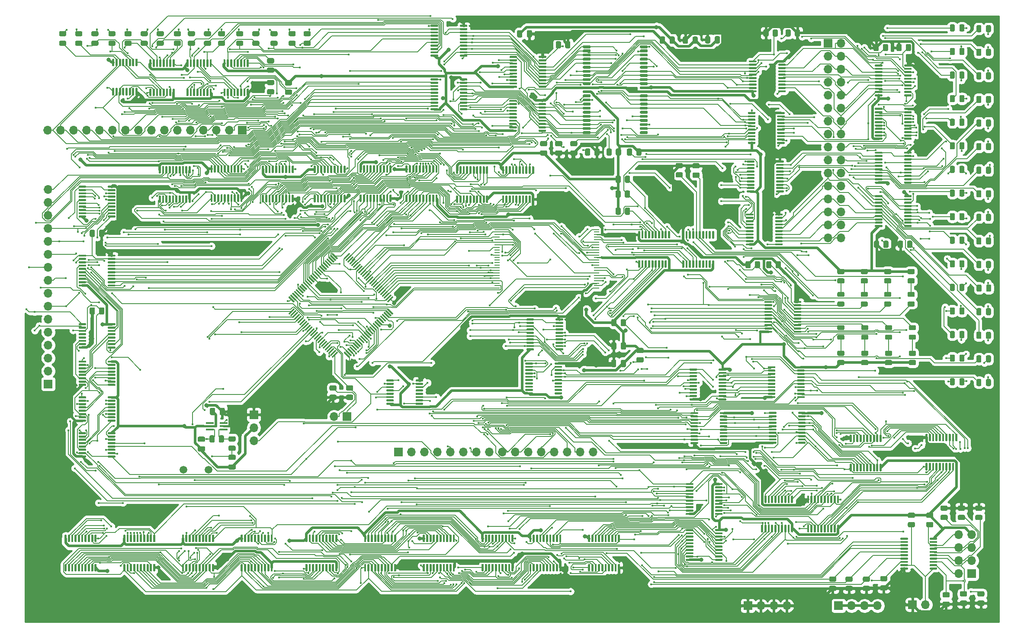
<source format=gtl>
%TF.GenerationSoftware,KiCad,Pcbnew,(5.1.10)-1*%
%TF.CreationDate,2021-11-09T21:50:18+08:00*%
%TF.ProjectId,S3_Schematic,53335f53-6368-4656-9d61-7469632e6b69,rev?*%
%TF.SameCoordinates,Original*%
%TF.FileFunction,Copper,L1,Top*%
%TF.FilePolarity,Positive*%
%FSLAX46Y46*%
G04 Gerber Fmt 4.6, Leading zero omitted, Abs format (unit mm)*
G04 Created by KiCad (PCBNEW (5.1.10)-1) date 2021-11-09 21:50:18*
%MOMM*%
%LPD*%
G01*
G04 APERTURE LIST*
%TA.AperFunction,ComponentPad*%
%ADD10O,1.700000X1.700000*%
%TD*%
%TA.AperFunction,ComponentPad*%
%ADD11R,1.700000X1.700000*%
%TD*%
%TA.AperFunction,ComponentPad*%
%ADD12C,1.500000*%
%TD*%
%TA.AperFunction,SMDPad,CuDef*%
%ADD13R,1.500000X0.400000*%
%TD*%
%TA.AperFunction,SMDPad,CuDef*%
%ADD14R,1.100000X0.250000*%
%TD*%
%TA.AperFunction,ViaPad*%
%ADD15C,0.800000*%
%TD*%
%TA.AperFunction,ViaPad*%
%ADD16C,0.400000*%
%TD*%
%TA.AperFunction,Conductor*%
%ADD17C,0.500000*%
%TD*%
%TA.AperFunction,Conductor*%
%ADD18C,0.400600*%
%TD*%
%TA.AperFunction,Conductor*%
%ADD19C,0.249800*%
%TD*%
%TA.AperFunction,Conductor*%
%ADD20C,0.399800*%
%TD*%
%TA.AperFunction,Conductor*%
%ADD21C,0.200000*%
%TD*%
%TA.AperFunction,Conductor*%
%ADD22C,0.127000*%
%TD*%
%TA.AperFunction,Conductor*%
%ADD23C,0.254000*%
%TD*%
%TA.AperFunction,Conductor*%
%ADD24C,0.100000*%
%TD*%
G04 APERTURE END LIST*
%TO.P,C55,2*%
%TO.N,GND*%
%TA.AperFunction,SMDPad,CuDef*%
G36*
G01*
X196330000Y-35875000D02*
X196330000Y-34925000D01*
G75*
G02*
X196580000Y-34675000I250000J0D01*
G01*
X197080000Y-34675000D01*
G75*
G02*
X197330000Y-34925000I0J-250000D01*
G01*
X197330000Y-35875000D01*
G75*
G02*
X197080000Y-36125000I-250000J0D01*
G01*
X196580000Y-36125000D01*
G75*
G02*
X196330000Y-35875000I0J250000D01*
G01*
G37*
%TD.AperFunction*%
%TO.P,C55,1*%
%TO.N,+3V3*%
%TA.AperFunction,SMDPad,CuDef*%
G36*
G01*
X194430000Y-35875000D02*
X194430000Y-34925000D01*
G75*
G02*
X194680000Y-34675000I250000J0D01*
G01*
X195180000Y-34675000D01*
G75*
G02*
X195430000Y-34925000I0J-250000D01*
G01*
X195430000Y-35875000D01*
G75*
G02*
X195180000Y-36125000I-250000J0D01*
G01*
X194680000Y-36125000D01*
G75*
G02*
X194430000Y-35875000I0J250000D01*
G01*
G37*
%TD.AperFunction*%
%TD*%
%TO.P,C46,2*%
%TO.N,GND*%
%TA.AperFunction,SMDPad,CuDef*%
G36*
G01*
X182290000Y-99145000D02*
X182290000Y-98195000D01*
G75*
G02*
X182540000Y-97945000I250000J0D01*
G01*
X183040000Y-97945000D01*
G75*
G02*
X183290000Y-98195000I0J-250000D01*
G01*
X183290000Y-99145000D01*
G75*
G02*
X183040000Y-99395000I-250000J0D01*
G01*
X182540000Y-99395000D01*
G75*
G02*
X182290000Y-99145000I0J250000D01*
G01*
G37*
%TD.AperFunction*%
%TO.P,C46,1*%
%TO.N,+3V3*%
%TA.AperFunction,SMDPad,CuDef*%
G36*
G01*
X180390000Y-99145000D02*
X180390000Y-98195000D01*
G75*
G02*
X180640000Y-97945000I250000J0D01*
G01*
X181140000Y-97945000D01*
G75*
G02*
X181390000Y-98195000I0J-250000D01*
G01*
X181390000Y-99145000D01*
G75*
G02*
X181140000Y-99395000I-250000J0D01*
G01*
X180640000Y-99395000D01*
G75*
G02*
X180390000Y-99145000I0J250000D01*
G01*
G37*
%TD.AperFunction*%
%TD*%
%TO.P,C42,2*%
%TO.N,GND*%
%TA.AperFunction,SMDPad,CuDef*%
G36*
G01*
X191840000Y-35865000D02*
X191840000Y-34915000D01*
G75*
G02*
X192090000Y-34665000I250000J0D01*
G01*
X192590000Y-34665000D01*
G75*
G02*
X192840000Y-34915000I0J-250000D01*
G01*
X192840000Y-35865000D01*
G75*
G02*
X192590000Y-36115000I-250000J0D01*
G01*
X192090000Y-36115000D01*
G75*
G02*
X191840000Y-35865000I0J250000D01*
G01*
G37*
%TD.AperFunction*%
%TO.P,C42,1*%
%TO.N,+3V3*%
%TA.AperFunction,SMDPad,CuDef*%
G36*
G01*
X189940000Y-35865000D02*
X189940000Y-34915000D01*
G75*
G02*
X190190000Y-34665000I250000J0D01*
G01*
X190690000Y-34665000D01*
G75*
G02*
X190940000Y-34915000I0J-250000D01*
G01*
X190940000Y-35865000D01*
G75*
G02*
X190690000Y-36115000I-250000J0D01*
G01*
X190190000Y-36115000D01*
G75*
G02*
X189940000Y-35865000I0J250000D01*
G01*
G37*
%TD.AperFunction*%
%TD*%
%TO.P,C37,2*%
%TO.N,GND*%
%TA.AperFunction,SMDPad,CuDef*%
G36*
G01*
X200670000Y-35795000D02*
X200670000Y-34845000D01*
G75*
G02*
X200920000Y-34595000I250000J0D01*
G01*
X201420000Y-34595000D01*
G75*
G02*
X201670000Y-34845000I0J-250000D01*
G01*
X201670000Y-35795000D01*
G75*
G02*
X201420000Y-36045000I-250000J0D01*
G01*
X200920000Y-36045000D01*
G75*
G02*
X200670000Y-35795000I0J250000D01*
G01*
G37*
%TD.AperFunction*%
%TO.P,C37,1*%
%TO.N,+3V3*%
%TA.AperFunction,SMDPad,CuDef*%
G36*
G01*
X198770000Y-35795000D02*
X198770000Y-34845000D01*
G75*
G02*
X199020000Y-34595000I250000J0D01*
G01*
X199520000Y-34595000D01*
G75*
G02*
X199770000Y-34845000I0J-250000D01*
G01*
X199770000Y-35795000D01*
G75*
G02*
X199520000Y-36045000I-250000J0D01*
G01*
X199020000Y-36045000D01*
G75*
G02*
X198770000Y-35795000I0J250000D01*
G01*
G37*
%TD.AperFunction*%
%TD*%
%TO.P,C17,2*%
%TO.N,GND*%
%TA.AperFunction,SMDPad,CuDef*%
G36*
G01*
X163000000Y-33675000D02*
X163000000Y-34625000D01*
G75*
G02*
X162750000Y-34875000I-250000J0D01*
G01*
X162250000Y-34875000D01*
G75*
G02*
X162000000Y-34625000I0J250000D01*
G01*
X162000000Y-33675000D01*
G75*
G02*
X162250000Y-33425000I250000J0D01*
G01*
X162750000Y-33425000D01*
G75*
G02*
X163000000Y-33675000I0J-250000D01*
G01*
G37*
%TD.AperFunction*%
%TO.P,C17,1*%
%TO.N,+3V3*%
%TA.AperFunction,SMDPad,CuDef*%
G36*
G01*
X164900000Y-33675000D02*
X164900000Y-34625000D01*
G75*
G02*
X164650000Y-34875000I-250000J0D01*
G01*
X164150000Y-34875000D01*
G75*
G02*
X163900000Y-34625000I0J250000D01*
G01*
X163900000Y-33675000D01*
G75*
G02*
X164150000Y-33425000I250000J0D01*
G01*
X164650000Y-33425000D01*
G75*
G02*
X164900000Y-33675000I0J-250000D01*
G01*
G37*
%TD.AperFunction*%
%TD*%
%TO.P,C78,2*%
%TO.N,GND*%
%TA.AperFunction,SMDPad,CuDef*%
G36*
G01*
X182300000Y-95725000D02*
X182300000Y-94775000D01*
G75*
G02*
X182550000Y-94525000I250000J0D01*
G01*
X183050000Y-94525000D01*
G75*
G02*
X183300000Y-94775000I0J-250000D01*
G01*
X183300000Y-95725000D01*
G75*
G02*
X183050000Y-95975000I-250000J0D01*
G01*
X182550000Y-95975000D01*
G75*
G02*
X182300000Y-95725000I0J250000D01*
G01*
G37*
%TD.AperFunction*%
%TO.P,C78,1*%
%TO.N,+3V3*%
%TA.AperFunction,SMDPad,CuDef*%
G36*
G01*
X180400000Y-95725000D02*
X180400000Y-94775000D01*
G75*
G02*
X180650000Y-94525000I250000J0D01*
G01*
X181150000Y-94525000D01*
G75*
G02*
X181400000Y-94775000I0J-250000D01*
G01*
X181400000Y-95725000D01*
G75*
G02*
X181150000Y-95975000I-250000J0D01*
G01*
X180650000Y-95975000D01*
G75*
G02*
X180400000Y-95725000I0J250000D01*
G01*
G37*
%TD.AperFunction*%
%TD*%
D10*
%TO.P,J7,32*%
%TO.N,/GPIO/P16*%
X225340000Y-74100000D03*
%TO.P,J7,31*%
%TO.N,/GPIO/P15*%
X222800000Y-74100000D03*
%TO.P,J7,30*%
%TO.N,/GPIO/P17*%
X225340000Y-71560000D03*
%TO.P,J7,29*%
%TO.N,/GPIO/P14*%
X222800000Y-71560000D03*
%TO.P,J7,28*%
%TO.N,/GPIO/P18*%
X225340000Y-69020000D03*
%TO.P,J7,27*%
%TO.N,/GPIO/P13*%
X222800000Y-69020000D03*
%TO.P,J7,26*%
%TO.N,/GPIO/P19*%
X225340000Y-66480000D03*
%TO.P,J7,25*%
%TO.N,/GPIO/P12*%
X222800000Y-66480000D03*
%TO.P,J7,24*%
%TO.N,/GPIO/P20*%
X225340000Y-63940000D03*
%TO.P,J7,23*%
%TO.N,/GPIO/P11*%
X222800000Y-63940000D03*
%TO.P,J7,22*%
%TO.N,/GPIO/P21*%
X225340000Y-61400000D03*
%TO.P,J7,21*%
%TO.N,/GPIO/P10*%
X222800000Y-61400000D03*
%TO.P,J7,20*%
%TO.N,/GPIO/P22*%
X225340000Y-58860000D03*
%TO.P,J7,19*%
%TO.N,/GPIO/P9*%
X222800000Y-58860000D03*
%TO.P,J7,18*%
%TO.N,/GPIO/P23*%
X225340000Y-56320000D03*
%TO.P,J7,17*%
%TO.N,/GPIO/P8*%
X222800000Y-56320000D03*
%TO.P,J7,16*%
%TO.N,/GPIO/P24*%
X225340000Y-53780000D03*
%TO.P,J7,15*%
%TO.N,/GPIO/P7*%
X222800000Y-53780000D03*
%TO.P,J7,14*%
%TO.N,/GPIO/P25*%
X225340000Y-51240000D03*
%TO.P,J7,13*%
%TO.N,/GPIO/P6*%
X222800000Y-51240000D03*
%TO.P,J7,12*%
%TO.N,/GPIO/P26*%
X225340000Y-48700000D03*
%TO.P,J7,11*%
%TO.N,/GPIO/P5*%
X222800000Y-48700000D03*
%TO.P,J7,10*%
%TO.N,/GPIO/P27*%
X225340000Y-46160000D03*
%TO.P,J7,9*%
%TO.N,/GPIO/P4*%
X222800000Y-46160000D03*
%TO.P,J7,8*%
%TO.N,/GPIO/P28*%
X225340000Y-43620000D03*
%TO.P,J7,7*%
%TO.N,/GPIO/P3*%
X222800000Y-43620000D03*
%TO.P,J7,6*%
%TO.N,/GPIO/P29*%
X225340000Y-41080000D03*
%TO.P,J7,5*%
%TO.N,/GPIO/P2*%
X222800000Y-41080000D03*
%TO.P,J7,4*%
%TO.N,/GPIO/P30*%
X225340000Y-38540000D03*
%TO.P,J7,3*%
%TO.N,/GPIO/P1*%
X222800000Y-38540000D03*
%TO.P,J7,2*%
%TO.N,/GPIO/P31*%
X225340000Y-36000000D03*
D11*
%TO.P,J7,1*%
%TO.N,/GPIO/P0*%
X222800000Y-36000000D03*
%TD*%
%TO.P,U64,16*%
%TO.N,+3V3*%
%TA.AperFunction,SMDPad,CuDef*%
G36*
G01*
X142115000Y-102115000D02*
X142115000Y-101915000D01*
G75*
G02*
X142215000Y-101815000I100000J0D01*
G01*
X143490000Y-101815000D01*
G75*
G02*
X143590000Y-101915000I0J-100000D01*
G01*
X143590000Y-102115000D01*
G75*
G02*
X143490000Y-102215000I-100000J0D01*
G01*
X142215000Y-102215000D01*
G75*
G02*
X142115000Y-102115000I0J100000D01*
G01*
G37*
%TD.AperFunction*%
%TO.P,U64,15*%
%TO.N,Net-(R142-Pad2)*%
%TA.AperFunction,SMDPad,CuDef*%
G36*
G01*
X142115000Y-102765000D02*
X142115000Y-102565000D01*
G75*
G02*
X142215000Y-102465000I100000J0D01*
G01*
X143490000Y-102465000D01*
G75*
G02*
X143590000Y-102565000I0J-100000D01*
G01*
X143590000Y-102765000D01*
G75*
G02*
X143490000Y-102865000I-100000J0D01*
G01*
X142215000Y-102865000D01*
G75*
G02*
X142115000Y-102765000I0J100000D01*
G01*
G37*
%TD.AperFunction*%
%TO.P,U64,14*%
%TO.N,Net-(R148-Pad2)*%
%TA.AperFunction,SMDPad,CuDef*%
G36*
G01*
X142115000Y-103415000D02*
X142115000Y-103215000D01*
G75*
G02*
X142215000Y-103115000I100000J0D01*
G01*
X143490000Y-103115000D01*
G75*
G02*
X143590000Y-103215000I0J-100000D01*
G01*
X143590000Y-103415000D01*
G75*
G02*
X143490000Y-103515000I-100000J0D01*
G01*
X142215000Y-103515000D01*
G75*
G02*
X142115000Y-103415000I0J100000D01*
G01*
G37*
%TD.AperFunction*%
%TO.P,U64,13*%
%TO.N,Net-(U64-Pad13)*%
%TA.AperFunction,SMDPad,CuDef*%
G36*
G01*
X142115000Y-104065000D02*
X142115000Y-103865000D01*
G75*
G02*
X142215000Y-103765000I100000J0D01*
G01*
X143490000Y-103765000D01*
G75*
G02*
X143590000Y-103865000I0J-100000D01*
G01*
X143590000Y-104065000D01*
G75*
G02*
X143490000Y-104165000I-100000J0D01*
G01*
X142215000Y-104165000D01*
G75*
G02*
X142115000Y-104065000I0J100000D01*
G01*
G37*
%TD.AperFunction*%
%TO.P,U64,12*%
%TO.N,Net-(U64-Pad12)*%
%TA.AperFunction,SMDPad,CuDef*%
G36*
G01*
X142115000Y-104715000D02*
X142115000Y-104515000D01*
G75*
G02*
X142215000Y-104415000I100000J0D01*
G01*
X143490000Y-104415000D01*
G75*
G02*
X143590000Y-104515000I0J-100000D01*
G01*
X143590000Y-104715000D01*
G75*
G02*
X143490000Y-104815000I-100000J0D01*
G01*
X142215000Y-104815000D01*
G75*
G02*
X142115000Y-104715000I0J100000D01*
G01*
G37*
%TD.AperFunction*%
%TO.P,U64,11*%
%TO.N,Net-(R146-Pad2)*%
%TA.AperFunction,SMDPad,CuDef*%
G36*
G01*
X142115000Y-105365000D02*
X142115000Y-105165000D01*
G75*
G02*
X142215000Y-105065000I100000J0D01*
G01*
X143490000Y-105065000D01*
G75*
G02*
X143590000Y-105165000I0J-100000D01*
G01*
X143590000Y-105365000D01*
G75*
G02*
X143490000Y-105465000I-100000J0D01*
G01*
X142215000Y-105465000D01*
G75*
G02*
X142115000Y-105365000I0J100000D01*
G01*
G37*
%TD.AperFunction*%
%TO.P,U64,10*%
%TO.N,Net-(R144-Pad2)*%
%TA.AperFunction,SMDPad,CuDef*%
G36*
G01*
X142115000Y-106015000D02*
X142115000Y-105815000D01*
G75*
G02*
X142215000Y-105715000I100000J0D01*
G01*
X143490000Y-105715000D01*
G75*
G02*
X143590000Y-105815000I0J-100000D01*
G01*
X143590000Y-106015000D01*
G75*
G02*
X143490000Y-106115000I-100000J0D01*
G01*
X142215000Y-106115000D01*
G75*
G02*
X142115000Y-106015000I0J100000D01*
G01*
G37*
%TD.AperFunction*%
%TO.P,U64,9*%
%TO.N,Net-(R145-Pad2)*%
%TA.AperFunction,SMDPad,CuDef*%
G36*
G01*
X142115000Y-106665000D02*
X142115000Y-106465000D01*
G75*
G02*
X142215000Y-106365000I100000J0D01*
G01*
X143490000Y-106365000D01*
G75*
G02*
X143590000Y-106465000I0J-100000D01*
G01*
X143590000Y-106665000D01*
G75*
G02*
X143490000Y-106765000I-100000J0D01*
G01*
X142215000Y-106765000D01*
G75*
G02*
X142115000Y-106665000I0J100000D01*
G01*
G37*
%TD.AperFunction*%
%TO.P,U64,8*%
%TO.N,GND*%
%TA.AperFunction,SMDPad,CuDef*%
G36*
G01*
X136390000Y-106665000D02*
X136390000Y-106465000D01*
G75*
G02*
X136490000Y-106365000I100000J0D01*
G01*
X137765000Y-106365000D01*
G75*
G02*
X137865000Y-106465000I0J-100000D01*
G01*
X137865000Y-106665000D01*
G75*
G02*
X137765000Y-106765000I-100000J0D01*
G01*
X136490000Y-106765000D01*
G75*
G02*
X136390000Y-106665000I0J100000D01*
G01*
G37*
%TD.AperFunction*%
%TO.P,U64,7*%
%TO.N,Net-(U64-Pad7)*%
%TA.AperFunction,SMDPad,CuDef*%
G36*
G01*
X136390000Y-106015000D02*
X136390000Y-105815000D01*
G75*
G02*
X136490000Y-105715000I100000J0D01*
G01*
X137765000Y-105715000D01*
G75*
G02*
X137865000Y-105815000I0J-100000D01*
G01*
X137865000Y-106015000D01*
G75*
G02*
X137765000Y-106115000I-100000J0D01*
G01*
X136490000Y-106115000D01*
G75*
G02*
X136390000Y-106015000I0J100000D01*
G01*
G37*
%TD.AperFunction*%
%TO.P,U64,6*%
%TO.N,/ALU/State2*%
%TA.AperFunction,SMDPad,CuDef*%
G36*
G01*
X136390000Y-105365000D02*
X136390000Y-105165000D01*
G75*
G02*
X136490000Y-105065000I100000J0D01*
G01*
X137765000Y-105065000D01*
G75*
G02*
X137865000Y-105165000I0J-100000D01*
G01*
X137865000Y-105365000D01*
G75*
G02*
X137765000Y-105465000I-100000J0D01*
G01*
X136490000Y-105465000D01*
G75*
G02*
X136390000Y-105365000I0J100000D01*
G01*
G37*
%TD.AperFunction*%
%TO.P,U64,5*%
%TO.N,CLK*%
%TA.AperFunction,SMDPad,CuDef*%
G36*
G01*
X136390000Y-104715000D02*
X136390000Y-104515000D01*
G75*
G02*
X136490000Y-104415000I100000J0D01*
G01*
X137765000Y-104415000D01*
G75*
G02*
X137865000Y-104515000I0J-100000D01*
G01*
X137865000Y-104715000D01*
G75*
G02*
X137765000Y-104815000I-100000J0D01*
G01*
X136490000Y-104815000D01*
G75*
G02*
X136390000Y-104715000I0J100000D01*
G01*
G37*
%TD.AperFunction*%
%TO.P,U64,4*%
%TO.N,Net-(R147-Pad2)*%
%TA.AperFunction,SMDPad,CuDef*%
G36*
G01*
X136390000Y-104065000D02*
X136390000Y-103865000D01*
G75*
G02*
X136490000Y-103765000I100000J0D01*
G01*
X137765000Y-103765000D01*
G75*
G02*
X137865000Y-103865000I0J-100000D01*
G01*
X137865000Y-104065000D01*
G75*
G02*
X137765000Y-104165000I-100000J0D01*
G01*
X136490000Y-104165000D01*
G75*
G02*
X136390000Y-104065000I0J100000D01*
G01*
G37*
%TD.AperFunction*%
%TO.P,U64,3*%
%TO.N,/ALU/State0*%
%TA.AperFunction,SMDPad,CuDef*%
G36*
G01*
X136390000Y-103415000D02*
X136390000Y-103215000D01*
G75*
G02*
X136490000Y-103115000I100000J0D01*
G01*
X137765000Y-103115000D01*
G75*
G02*
X137865000Y-103215000I0J-100000D01*
G01*
X137865000Y-103415000D01*
G75*
G02*
X137765000Y-103515000I-100000J0D01*
G01*
X136490000Y-103515000D01*
G75*
G02*
X136390000Y-103415000I0J100000D01*
G01*
G37*
%TD.AperFunction*%
%TO.P,U64,2*%
%TO.N,/ALU/State1*%
%TA.AperFunction,SMDPad,CuDef*%
G36*
G01*
X136390000Y-102765000D02*
X136390000Y-102565000D01*
G75*
G02*
X136490000Y-102465000I100000J0D01*
G01*
X137765000Y-102465000D01*
G75*
G02*
X137865000Y-102565000I0J-100000D01*
G01*
X137865000Y-102765000D01*
G75*
G02*
X137765000Y-102865000I-100000J0D01*
G01*
X136490000Y-102865000D01*
G75*
G02*
X136390000Y-102765000I0J100000D01*
G01*
G37*
%TD.AperFunction*%
%TO.P,U64,1*%
%TO.N,Net-(R143-Pad2)*%
%TA.AperFunction,SMDPad,CuDef*%
G36*
G01*
X136390000Y-102115000D02*
X136390000Y-101915000D01*
G75*
G02*
X136490000Y-101815000I100000J0D01*
G01*
X137765000Y-101815000D01*
G75*
G02*
X137865000Y-101915000I0J-100000D01*
G01*
X137865000Y-102115000D01*
G75*
G02*
X137765000Y-102215000I-100000J0D01*
G01*
X136490000Y-102215000D01*
G75*
G02*
X136390000Y-102115000I0J100000D01*
G01*
G37*
%TD.AperFunction*%
%TD*%
%TO.P,R153,2*%
%TO.N,Net-(R153-Pad2)*%
%TA.AperFunction,SMDPad,CuDef*%
G36*
G01*
X167630001Y-56170000D02*
X166729999Y-56170000D01*
G75*
G02*
X166480000Y-55920001I0J249999D01*
G01*
X166480000Y-55394999D01*
G75*
G02*
X166729999Y-55145000I249999J0D01*
G01*
X167630001Y-55145000D01*
G75*
G02*
X167880000Y-55394999I0J-249999D01*
G01*
X167880000Y-55920001D01*
G75*
G02*
X167630001Y-56170000I-249999J0D01*
G01*
G37*
%TD.AperFunction*%
%TO.P,R153,1*%
%TO.N,GND*%
%TA.AperFunction,SMDPad,CuDef*%
G36*
G01*
X167630001Y-57995000D02*
X166729999Y-57995000D01*
G75*
G02*
X166480000Y-57745001I0J249999D01*
G01*
X166480000Y-57219999D01*
G75*
G02*
X166729999Y-56970000I249999J0D01*
G01*
X167630001Y-56970000D01*
G75*
G02*
X167880000Y-57219999I0J-249999D01*
G01*
X167880000Y-57745001D01*
G75*
G02*
X167630001Y-57995000I-249999J0D01*
G01*
G37*
%TD.AperFunction*%
%TD*%
%TO.P,R152,2*%
%TO.N,FlashOut*%
%TA.AperFunction,SMDPad,CuDef*%
G36*
G01*
X170580001Y-56170000D02*
X169679999Y-56170000D01*
G75*
G02*
X169430000Y-55920001I0J249999D01*
G01*
X169430000Y-55394999D01*
G75*
G02*
X169679999Y-55145000I249999J0D01*
G01*
X170580001Y-55145000D01*
G75*
G02*
X170830000Y-55394999I0J-249999D01*
G01*
X170830000Y-55920001D01*
G75*
G02*
X170580001Y-56170000I-249999J0D01*
G01*
G37*
%TD.AperFunction*%
%TO.P,R152,1*%
%TO.N,+3V3*%
%TA.AperFunction,SMDPad,CuDef*%
G36*
G01*
X170580001Y-57995000D02*
X169679999Y-57995000D01*
G75*
G02*
X169430000Y-57745001I0J249999D01*
G01*
X169430000Y-57219999D01*
G75*
G02*
X169679999Y-56970000I249999J0D01*
G01*
X170580001Y-56970000D01*
G75*
G02*
X170830000Y-57219999I0J-249999D01*
G01*
X170830000Y-57745001D01*
G75*
G02*
X170580001Y-57995000I-249999J0D01*
G01*
G37*
%TD.AperFunction*%
%TD*%
%TO.P,R151,2*%
%TO.N,Net-(R151-Pad2)*%
%TA.AperFunction,SMDPad,CuDef*%
G36*
G01*
X173530001Y-56170000D02*
X172629999Y-56170000D01*
G75*
G02*
X172380000Y-55920001I0J249999D01*
G01*
X172380000Y-55394999D01*
G75*
G02*
X172629999Y-55145000I249999J0D01*
G01*
X173530001Y-55145000D01*
G75*
G02*
X173780000Y-55394999I0J-249999D01*
G01*
X173780000Y-55920001D01*
G75*
G02*
X173530001Y-56170000I-249999J0D01*
G01*
G37*
%TD.AperFunction*%
%TO.P,R151,1*%
%TO.N,+3V3*%
%TA.AperFunction,SMDPad,CuDef*%
G36*
G01*
X173530001Y-57995000D02*
X172629999Y-57995000D01*
G75*
G02*
X172380000Y-57745001I0J249999D01*
G01*
X172380000Y-57219999D01*
G75*
G02*
X172629999Y-56970000I249999J0D01*
G01*
X173530001Y-56970000D01*
G75*
G02*
X173780000Y-57219999I0J-249999D01*
G01*
X173780000Y-57745001D01*
G75*
G02*
X173530001Y-57995000I-249999J0D01*
G01*
G37*
%TD.AperFunction*%
%TD*%
%TO.P,U34,20*%
%TO.N,+3V3*%
%TA.AperFunction,SMDPad,CuDef*%
G36*
G01*
X210043000Y-125998000D02*
X209843000Y-125998000D01*
G75*
G02*
X209743000Y-125898000I0J100000D01*
G01*
X209743000Y-124623000D01*
G75*
G02*
X209843000Y-124523000I100000J0D01*
G01*
X210043000Y-124523000D01*
G75*
G02*
X210143000Y-124623000I0J-100000D01*
G01*
X210143000Y-125898000D01*
G75*
G02*
X210043000Y-125998000I-100000J0D01*
G01*
G37*
%TD.AperFunction*%
%TO.P,U34,19*%
%TO.N,/ALU/EvenR0*%
%TA.AperFunction,SMDPad,CuDef*%
G36*
G01*
X210693000Y-125998000D02*
X210493000Y-125998000D01*
G75*
G02*
X210393000Y-125898000I0J100000D01*
G01*
X210393000Y-124623000D01*
G75*
G02*
X210493000Y-124523000I100000J0D01*
G01*
X210693000Y-124523000D01*
G75*
G02*
X210793000Y-124623000I0J-100000D01*
G01*
X210793000Y-125898000D01*
G75*
G02*
X210693000Y-125998000I-100000J0D01*
G01*
G37*
%TD.AperFunction*%
%TO.P,U34,18*%
%TO.N,/ALU/EvenR1*%
%TA.AperFunction,SMDPad,CuDef*%
G36*
G01*
X211343000Y-125998000D02*
X211143000Y-125998000D01*
G75*
G02*
X211043000Y-125898000I0J100000D01*
G01*
X211043000Y-124623000D01*
G75*
G02*
X211143000Y-124523000I100000J0D01*
G01*
X211343000Y-124523000D01*
G75*
G02*
X211443000Y-124623000I0J-100000D01*
G01*
X211443000Y-125898000D01*
G75*
G02*
X211343000Y-125998000I-100000J0D01*
G01*
G37*
%TD.AperFunction*%
%TO.P,U34,17*%
%TO.N,/ALU/EvenR2*%
%TA.AperFunction,SMDPad,CuDef*%
G36*
G01*
X211993000Y-125998000D02*
X211793000Y-125998000D01*
G75*
G02*
X211693000Y-125898000I0J100000D01*
G01*
X211693000Y-124623000D01*
G75*
G02*
X211793000Y-124523000I100000J0D01*
G01*
X211993000Y-124523000D01*
G75*
G02*
X212093000Y-124623000I0J-100000D01*
G01*
X212093000Y-125898000D01*
G75*
G02*
X211993000Y-125998000I-100000J0D01*
G01*
G37*
%TD.AperFunction*%
%TO.P,U34,16*%
%TO.N,/ALU/EvenR3*%
%TA.AperFunction,SMDPad,CuDef*%
G36*
G01*
X212643000Y-125998000D02*
X212443000Y-125998000D01*
G75*
G02*
X212343000Y-125898000I0J100000D01*
G01*
X212343000Y-124623000D01*
G75*
G02*
X212443000Y-124523000I100000J0D01*
G01*
X212643000Y-124523000D01*
G75*
G02*
X212743000Y-124623000I0J-100000D01*
G01*
X212743000Y-125898000D01*
G75*
G02*
X212643000Y-125998000I-100000J0D01*
G01*
G37*
%TD.AperFunction*%
%TO.P,U34,15*%
%TO.N,/ALU/EvenR4*%
%TA.AperFunction,SMDPad,CuDef*%
G36*
G01*
X213293000Y-125998000D02*
X213093000Y-125998000D01*
G75*
G02*
X212993000Y-125898000I0J100000D01*
G01*
X212993000Y-124623000D01*
G75*
G02*
X213093000Y-124523000I100000J0D01*
G01*
X213293000Y-124523000D01*
G75*
G02*
X213393000Y-124623000I0J-100000D01*
G01*
X213393000Y-125898000D01*
G75*
G02*
X213293000Y-125998000I-100000J0D01*
G01*
G37*
%TD.AperFunction*%
%TO.P,U34,14*%
%TO.N,/ALU/EvenR5*%
%TA.AperFunction,SMDPad,CuDef*%
G36*
G01*
X213943000Y-125998000D02*
X213743000Y-125998000D01*
G75*
G02*
X213643000Y-125898000I0J100000D01*
G01*
X213643000Y-124623000D01*
G75*
G02*
X213743000Y-124523000I100000J0D01*
G01*
X213943000Y-124523000D01*
G75*
G02*
X214043000Y-124623000I0J-100000D01*
G01*
X214043000Y-125898000D01*
G75*
G02*
X213943000Y-125998000I-100000J0D01*
G01*
G37*
%TD.AperFunction*%
%TO.P,U34,13*%
%TO.N,/ALU/EvenR6*%
%TA.AperFunction,SMDPad,CuDef*%
G36*
G01*
X214593000Y-125998000D02*
X214393000Y-125998000D01*
G75*
G02*
X214293000Y-125898000I0J100000D01*
G01*
X214293000Y-124623000D01*
G75*
G02*
X214393000Y-124523000I100000J0D01*
G01*
X214593000Y-124523000D01*
G75*
G02*
X214693000Y-124623000I0J-100000D01*
G01*
X214693000Y-125898000D01*
G75*
G02*
X214593000Y-125998000I-100000J0D01*
G01*
G37*
%TD.AperFunction*%
%TO.P,U34,12*%
%TO.N,/ALU/EvenR7*%
%TA.AperFunction,SMDPad,CuDef*%
G36*
G01*
X215243000Y-125998000D02*
X215043000Y-125998000D01*
G75*
G02*
X214943000Y-125898000I0J100000D01*
G01*
X214943000Y-124623000D01*
G75*
G02*
X215043000Y-124523000I100000J0D01*
G01*
X215243000Y-124523000D01*
G75*
G02*
X215343000Y-124623000I0J-100000D01*
G01*
X215343000Y-125898000D01*
G75*
G02*
X215243000Y-125998000I-100000J0D01*
G01*
G37*
%TD.AperFunction*%
%TO.P,U34,11*%
%TO.N,R2Control*%
%TA.AperFunction,SMDPad,CuDef*%
G36*
G01*
X215893000Y-125998000D02*
X215693000Y-125998000D01*
G75*
G02*
X215593000Y-125898000I0J100000D01*
G01*
X215593000Y-124623000D01*
G75*
G02*
X215693000Y-124523000I100000J0D01*
G01*
X215893000Y-124523000D01*
G75*
G02*
X215993000Y-124623000I0J-100000D01*
G01*
X215993000Y-125898000D01*
G75*
G02*
X215893000Y-125998000I-100000J0D01*
G01*
G37*
%TD.AperFunction*%
%TO.P,U34,10*%
%TO.N,GND*%
%TA.AperFunction,SMDPad,CuDef*%
G36*
G01*
X215893000Y-131723000D02*
X215693000Y-131723000D01*
G75*
G02*
X215593000Y-131623000I0J100000D01*
G01*
X215593000Y-130348000D01*
G75*
G02*
X215693000Y-130248000I100000J0D01*
G01*
X215893000Y-130248000D01*
G75*
G02*
X215993000Y-130348000I0J-100000D01*
G01*
X215993000Y-131623000D01*
G75*
G02*
X215893000Y-131723000I-100000J0D01*
G01*
G37*
%TD.AperFunction*%
%TO.P,U34,9*%
%TO.N,/ALU/B7*%
%TA.AperFunction,SMDPad,CuDef*%
G36*
G01*
X215243000Y-131723000D02*
X215043000Y-131723000D01*
G75*
G02*
X214943000Y-131623000I0J100000D01*
G01*
X214943000Y-130348000D01*
G75*
G02*
X215043000Y-130248000I100000J0D01*
G01*
X215243000Y-130248000D01*
G75*
G02*
X215343000Y-130348000I0J-100000D01*
G01*
X215343000Y-131623000D01*
G75*
G02*
X215243000Y-131723000I-100000J0D01*
G01*
G37*
%TD.AperFunction*%
%TO.P,U34,8*%
%TO.N,/ALU/B6*%
%TA.AperFunction,SMDPad,CuDef*%
G36*
G01*
X214593000Y-131723000D02*
X214393000Y-131723000D01*
G75*
G02*
X214293000Y-131623000I0J100000D01*
G01*
X214293000Y-130348000D01*
G75*
G02*
X214393000Y-130248000I100000J0D01*
G01*
X214593000Y-130248000D01*
G75*
G02*
X214693000Y-130348000I0J-100000D01*
G01*
X214693000Y-131623000D01*
G75*
G02*
X214593000Y-131723000I-100000J0D01*
G01*
G37*
%TD.AperFunction*%
%TO.P,U34,7*%
%TO.N,/ALU/B5*%
%TA.AperFunction,SMDPad,CuDef*%
G36*
G01*
X213943000Y-131723000D02*
X213743000Y-131723000D01*
G75*
G02*
X213643000Y-131623000I0J100000D01*
G01*
X213643000Y-130348000D01*
G75*
G02*
X213743000Y-130248000I100000J0D01*
G01*
X213943000Y-130248000D01*
G75*
G02*
X214043000Y-130348000I0J-100000D01*
G01*
X214043000Y-131623000D01*
G75*
G02*
X213943000Y-131723000I-100000J0D01*
G01*
G37*
%TD.AperFunction*%
%TO.P,U34,6*%
%TO.N,/ALU/B4*%
%TA.AperFunction,SMDPad,CuDef*%
G36*
G01*
X213293000Y-131723000D02*
X213093000Y-131723000D01*
G75*
G02*
X212993000Y-131623000I0J100000D01*
G01*
X212993000Y-130348000D01*
G75*
G02*
X213093000Y-130248000I100000J0D01*
G01*
X213293000Y-130248000D01*
G75*
G02*
X213393000Y-130348000I0J-100000D01*
G01*
X213393000Y-131623000D01*
G75*
G02*
X213293000Y-131723000I-100000J0D01*
G01*
G37*
%TD.AperFunction*%
%TO.P,U34,5*%
%TO.N,/ALU/B3*%
%TA.AperFunction,SMDPad,CuDef*%
G36*
G01*
X212643000Y-131723000D02*
X212443000Y-131723000D01*
G75*
G02*
X212343000Y-131623000I0J100000D01*
G01*
X212343000Y-130348000D01*
G75*
G02*
X212443000Y-130248000I100000J0D01*
G01*
X212643000Y-130248000D01*
G75*
G02*
X212743000Y-130348000I0J-100000D01*
G01*
X212743000Y-131623000D01*
G75*
G02*
X212643000Y-131723000I-100000J0D01*
G01*
G37*
%TD.AperFunction*%
%TO.P,U34,4*%
%TO.N,/ALU/B2*%
%TA.AperFunction,SMDPad,CuDef*%
G36*
G01*
X211993000Y-131723000D02*
X211793000Y-131723000D01*
G75*
G02*
X211693000Y-131623000I0J100000D01*
G01*
X211693000Y-130348000D01*
G75*
G02*
X211793000Y-130248000I100000J0D01*
G01*
X211993000Y-130248000D01*
G75*
G02*
X212093000Y-130348000I0J-100000D01*
G01*
X212093000Y-131623000D01*
G75*
G02*
X211993000Y-131723000I-100000J0D01*
G01*
G37*
%TD.AperFunction*%
%TO.P,U34,3*%
%TO.N,/ALU/B1*%
%TA.AperFunction,SMDPad,CuDef*%
G36*
G01*
X211343000Y-131723000D02*
X211143000Y-131723000D01*
G75*
G02*
X211043000Y-131623000I0J100000D01*
G01*
X211043000Y-130348000D01*
G75*
G02*
X211143000Y-130248000I100000J0D01*
G01*
X211343000Y-130248000D01*
G75*
G02*
X211443000Y-130348000I0J-100000D01*
G01*
X211443000Y-131623000D01*
G75*
G02*
X211343000Y-131723000I-100000J0D01*
G01*
G37*
%TD.AperFunction*%
%TO.P,U34,2*%
%TO.N,/ALU/B0*%
%TA.AperFunction,SMDPad,CuDef*%
G36*
G01*
X210693000Y-131723000D02*
X210493000Y-131723000D01*
G75*
G02*
X210393000Y-131623000I0J100000D01*
G01*
X210393000Y-130348000D01*
G75*
G02*
X210493000Y-130248000I100000J0D01*
G01*
X210693000Y-130248000D01*
G75*
G02*
X210793000Y-130348000I0J-100000D01*
G01*
X210793000Y-131623000D01*
G75*
G02*
X210693000Y-131723000I-100000J0D01*
G01*
G37*
%TD.AperFunction*%
%TO.P,U34,1*%
%TO.N,~R2Out*%
%TA.AperFunction,SMDPad,CuDef*%
G36*
G01*
X210043000Y-131723000D02*
X209843000Y-131723000D01*
G75*
G02*
X209743000Y-131623000I0J100000D01*
G01*
X209743000Y-130348000D01*
G75*
G02*
X209843000Y-130248000I100000J0D01*
G01*
X210043000Y-130248000D01*
G75*
G02*
X210143000Y-130348000I0J-100000D01*
G01*
X210143000Y-131623000D01*
G75*
G02*
X210043000Y-131723000I-100000J0D01*
G01*
G37*
%TD.AperFunction*%
%TD*%
D12*
%TO.P,Y1,2*%
%TO.N,Net-(C2-Pad1)*%
X101580000Y-119450000D03*
%TO.P,Y1,1*%
%TO.N,Net-(C1-Pad1)*%
X96700000Y-119450000D03*
%TD*%
%TO.P,U2,20*%
%TO.N,+3V3*%
%TA.AperFunction,SMDPad,CuDef*%
G36*
G01*
X238475000Y-138725000D02*
X238475000Y-138925000D01*
G75*
G02*
X238375000Y-139025000I-100000J0D01*
G01*
X237100000Y-139025000D01*
G75*
G02*
X237000000Y-138925000I0J100000D01*
G01*
X237000000Y-138725000D01*
G75*
G02*
X237100000Y-138625000I100000J0D01*
G01*
X238375000Y-138625000D01*
G75*
G02*
X238475000Y-138725000I0J-100000D01*
G01*
G37*
%TD.AperFunction*%
%TO.P,U2,19*%
%TO.N,Net-(J3-Pad2)*%
%TA.AperFunction,SMDPad,CuDef*%
G36*
G01*
X238475000Y-138075000D02*
X238475000Y-138275000D01*
G75*
G02*
X238375000Y-138375000I-100000J0D01*
G01*
X237100000Y-138375000D01*
G75*
G02*
X237000000Y-138275000I0J100000D01*
G01*
X237000000Y-138075000D01*
G75*
G02*
X237100000Y-137975000I100000J0D01*
G01*
X238375000Y-137975000D01*
G75*
G02*
X238475000Y-138075000I0J-100000D01*
G01*
G37*
%TD.AperFunction*%
%TO.P,U2,18*%
%TO.N,TMS*%
%TA.AperFunction,SMDPad,CuDef*%
G36*
G01*
X238475000Y-137425000D02*
X238475000Y-137625000D01*
G75*
G02*
X238375000Y-137725000I-100000J0D01*
G01*
X237100000Y-137725000D01*
G75*
G02*
X237000000Y-137625000I0J100000D01*
G01*
X237000000Y-137425000D01*
G75*
G02*
X237100000Y-137325000I100000J0D01*
G01*
X238375000Y-137325000D01*
G75*
G02*
X238475000Y-137425000I0J-100000D01*
G01*
G37*
%TD.AperFunction*%
%TO.P,U2,17*%
%TO.N,TDI*%
%TA.AperFunction,SMDPad,CuDef*%
G36*
G01*
X238475000Y-136775000D02*
X238475000Y-136975000D01*
G75*
G02*
X238375000Y-137075000I-100000J0D01*
G01*
X237100000Y-137075000D01*
G75*
G02*
X237000000Y-136975000I0J100000D01*
G01*
X237000000Y-136775000D01*
G75*
G02*
X237100000Y-136675000I100000J0D01*
G01*
X238375000Y-136675000D01*
G75*
G02*
X238475000Y-136775000I0J-100000D01*
G01*
G37*
%TD.AperFunction*%
%TO.P,U2,16*%
%TO.N,TDO*%
%TA.AperFunction,SMDPad,CuDef*%
G36*
G01*
X238475000Y-136125000D02*
X238475000Y-136325000D01*
G75*
G02*
X238375000Y-136425000I-100000J0D01*
G01*
X237100000Y-136425000D01*
G75*
G02*
X237000000Y-136325000I0J100000D01*
G01*
X237000000Y-136125000D01*
G75*
G02*
X237100000Y-136025000I100000J0D01*
G01*
X238375000Y-136025000D01*
G75*
G02*
X238475000Y-136125000I0J-100000D01*
G01*
G37*
%TD.AperFunction*%
%TO.P,U2,15*%
%TO.N,TCK*%
%TA.AperFunction,SMDPad,CuDef*%
G36*
G01*
X238475000Y-135475000D02*
X238475000Y-135675000D01*
G75*
G02*
X238375000Y-135775000I-100000J0D01*
G01*
X237100000Y-135775000D01*
G75*
G02*
X237000000Y-135675000I0J100000D01*
G01*
X237000000Y-135475000D01*
G75*
G02*
X237100000Y-135375000I100000J0D01*
G01*
X238375000Y-135375000D01*
G75*
G02*
X238475000Y-135475000I0J-100000D01*
G01*
G37*
%TD.AperFunction*%
%TO.P,U2,14*%
%TO.N,PS\u005C2_Data_3.3V*%
%TA.AperFunction,SMDPad,CuDef*%
G36*
G01*
X238475000Y-134825000D02*
X238475000Y-135025000D01*
G75*
G02*
X238375000Y-135125000I-100000J0D01*
G01*
X237100000Y-135125000D01*
G75*
G02*
X237000000Y-135025000I0J100000D01*
G01*
X237000000Y-134825000D01*
G75*
G02*
X237100000Y-134725000I100000J0D01*
G01*
X238375000Y-134725000D01*
G75*
G02*
X238475000Y-134825000I0J-100000D01*
G01*
G37*
%TD.AperFunction*%
%TO.P,U2,13*%
%TO.N,PS\u005C2_CLK_3.3V*%
%TA.AperFunction,SMDPad,CuDef*%
G36*
G01*
X238475000Y-134175000D02*
X238475000Y-134375000D01*
G75*
G02*
X238375000Y-134475000I-100000J0D01*
G01*
X237100000Y-134475000D01*
G75*
G02*
X237000000Y-134375000I0J100000D01*
G01*
X237000000Y-134175000D01*
G75*
G02*
X237100000Y-134075000I100000J0D01*
G01*
X238375000Y-134075000D01*
G75*
G02*
X238475000Y-134175000I0J-100000D01*
G01*
G37*
%TD.AperFunction*%
%TO.P,U2,12*%
%TO.N,ProgramInsDisable*%
%TA.AperFunction,SMDPad,CuDef*%
G36*
G01*
X238475000Y-133525000D02*
X238475000Y-133725000D01*
G75*
G02*
X238375000Y-133825000I-100000J0D01*
G01*
X237100000Y-133825000D01*
G75*
G02*
X237000000Y-133725000I0J100000D01*
G01*
X237000000Y-133525000D01*
G75*
G02*
X237100000Y-133425000I100000J0D01*
G01*
X238375000Y-133425000D01*
G75*
G02*
X238475000Y-133525000I0J-100000D01*
G01*
G37*
%TD.AperFunction*%
%TO.P,U2,11*%
%TO.N,Net-(U2-Pad11)*%
%TA.AperFunction,SMDPad,CuDef*%
G36*
G01*
X238475000Y-132875000D02*
X238475000Y-133075000D01*
G75*
G02*
X238375000Y-133175000I-100000J0D01*
G01*
X237100000Y-133175000D01*
G75*
G02*
X237000000Y-133075000I0J100000D01*
G01*
X237000000Y-132875000D01*
G75*
G02*
X237100000Y-132775000I100000J0D01*
G01*
X238375000Y-132775000D01*
G75*
G02*
X238475000Y-132875000I0J-100000D01*
G01*
G37*
%TD.AperFunction*%
%TO.P,U2,10*%
%TO.N,GND*%
%TA.AperFunction,SMDPad,CuDef*%
G36*
G01*
X244200000Y-132875000D02*
X244200000Y-133075000D01*
G75*
G02*
X244100000Y-133175000I-100000J0D01*
G01*
X242825000Y-133175000D01*
G75*
G02*
X242725000Y-133075000I0J100000D01*
G01*
X242725000Y-132875000D01*
G75*
G02*
X242825000Y-132775000I100000J0D01*
G01*
X244100000Y-132775000D01*
G75*
G02*
X244200000Y-132875000I0J-100000D01*
G01*
G37*
%TD.AperFunction*%
%TO.P,U2,9*%
%TO.N,Net-(U2-Pad9)*%
%TA.AperFunction,SMDPad,CuDef*%
G36*
G01*
X244200000Y-133525000D02*
X244200000Y-133725000D01*
G75*
G02*
X244100000Y-133825000I-100000J0D01*
G01*
X242825000Y-133825000D01*
G75*
G02*
X242725000Y-133725000I0J100000D01*
G01*
X242725000Y-133525000D01*
G75*
G02*
X242825000Y-133425000I100000J0D01*
G01*
X244100000Y-133425000D01*
G75*
G02*
X244200000Y-133525000I0J-100000D01*
G01*
G37*
%TD.AperFunction*%
%TO.P,U2,8*%
%TO.N,ProgramInstructDisable_5V*%
%TA.AperFunction,SMDPad,CuDef*%
G36*
G01*
X244200000Y-134175000D02*
X244200000Y-134375000D01*
G75*
G02*
X244100000Y-134475000I-100000J0D01*
G01*
X242825000Y-134475000D01*
G75*
G02*
X242725000Y-134375000I0J100000D01*
G01*
X242725000Y-134175000D01*
G75*
G02*
X242825000Y-134075000I100000J0D01*
G01*
X244100000Y-134075000D01*
G75*
G02*
X244200000Y-134175000I0J-100000D01*
G01*
G37*
%TD.AperFunction*%
%TO.P,U2,7*%
%TO.N,PS\u005C2_CLK_5V*%
%TA.AperFunction,SMDPad,CuDef*%
G36*
G01*
X244200000Y-134825000D02*
X244200000Y-135025000D01*
G75*
G02*
X244100000Y-135125000I-100000J0D01*
G01*
X242825000Y-135125000D01*
G75*
G02*
X242725000Y-135025000I0J100000D01*
G01*
X242725000Y-134825000D01*
G75*
G02*
X242825000Y-134725000I100000J0D01*
G01*
X244100000Y-134725000D01*
G75*
G02*
X244200000Y-134825000I0J-100000D01*
G01*
G37*
%TD.AperFunction*%
%TO.P,U2,6*%
%TO.N,PS\u005C2_Data_5V*%
%TA.AperFunction,SMDPad,CuDef*%
G36*
G01*
X244200000Y-135475000D02*
X244200000Y-135675000D01*
G75*
G02*
X244100000Y-135775000I-100000J0D01*
G01*
X242825000Y-135775000D01*
G75*
G02*
X242725000Y-135675000I0J100000D01*
G01*
X242725000Y-135475000D01*
G75*
G02*
X242825000Y-135375000I100000J0D01*
G01*
X244100000Y-135375000D01*
G75*
G02*
X244200000Y-135475000I0J-100000D01*
G01*
G37*
%TD.AperFunction*%
%TO.P,U2,5*%
%TO.N,TCK_5V*%
%TA.AperFunction,SMDPad,CuDef*%
G36*
G01*
X244200000Y-136125000D02*
X244200000Y-136325000D01*
G75*
G02*
X244100000Y-136425000I-100000J0D01*
G01*
X242825000Y-136425000D01*
G75*
G02*
X242725000Y-136325000I0J100000D01*
G01*
X242725000Y-136125000D01*
G75*
G02*
X242825000Y-136025000I100000J0D01*
G01*
X244100000Y-136025000D01*
G75*
G02*
X244200000Y-136125000I0J-100000D01*
G01*
G37*
%TD.AperFunction*%
%TO.P,U2,4*%
%TO.N,TDO_5V*%
%TA.AperFunction,SMDPad,CuDef*%
G36*
G01*
X244200000Y-136775000D02*
X244200000Y-136975000D01*
G75*
G02*
X244100000Y-137075000I-100000J0D01*
G01*
X242825000Y-137075000D01*
G75*
G02*
X242725000Y-136975000I0J100000D01*
G01*
X242725000Y-136775000D01*
G75*
G02*
X242825000Y-136675000I100000J0D01*
G01*
X244100000Y-136675000D01*
G75*
G02*
X244200000Y-136775000I0J-100000D01*
G01*
G37*
%TD.AperFunction*%
%TO.P,U2,3*%
%TO.N,TDI_5V*%
%TA.AperFunction,SMDPad,CuDef*%
G36*
G01*
X244200000Y-137425000D02*
X244200000Y-137625000D01*
G75*
G02*
X244100000Y-137725000I-100000J0D01*
G01*
X242825000Y-137725000D01*
G75*
G02*
X242725000Y-137625000I0J100000D01*
G01*
X242725000Y-137425000D01*
G75*
G02*
X242825000Y-137325000I100000J0D01*
G01*
X244100000Y-137325000D01*
G75*
G02*
X244200000Y-137425000I0J-100000D01*
G01*
G37*
%TD.AperFunction*%
%TO.P,U2,2*%
%TO.N,TMS_5V*%
%TA.AperFunction,SMDPad,CuDef*%
G36*
G01*
X244200000Y-138075000D02*
X244200000Y-138275000D01*
G75*
G02*
X244100000Y-138375000I-100000J0D01*
G01*
X242825000Y-138375000D01*
G75*
G02*
X242725000Y-138275000I0J100000D01*
G01*
X242725000Y-138075000D01*
G75*
G02*
X242825000Y-137975000I100000J0D01*
G01*
X244100000Y-137975000D01*
G75*
G02*
X244200000Y-138075000I0J-100000D01*
G01*
G37*
%TD.AperFunction*%
%TO.P,U2,1*%
%TO.N,Net-(J3-Pad2)*%
%TA.AperFunction,SMDPad,CuDef*%
G36*
G01*
X244200000Y-138725000D02*
X244200000Y-138925000D01*
G75*
G02*
X244100000Y-139025000I-100000J0D01*
G01*
X242825000Y-139025000D01*
G75*
G02*
X242725000Y-138925000I0J100000D01*
G01*
X242725000Y-138725000D01*
G75*
G02*
X242825000Y-138625000I100000J0D01*
G01*
X244100000Y-138625000D01*
G75*
G02*
X244200000Y-138725000I0J-100000D01*
G01*
G37*
%TD.AperFunction*%
%TD*%
D13*
%TO.P,U1,6*%
%TO.N,CLK*%
X104530000Y-110300000D03*
%TO.P,U1,5*%
%TO.N,+3V3*%
X104530000Y-110950000D03*
%TO.P,U1,4*%
%TO.N,Net-(R11-Pad1)*%
X104530000Y-111600000D03*
%TO.P,U1,3*%
%TO.N,Net-(C1-Pad1)*%
X101870000Y-111600000D03*
%TO.P,U1,2*%
%TO.N,GND*%
X101870000Y-110950000D03*
%TO.P,U1,1*%
%TO.N,Net-(U1-Pad1)*%
X101870000Y-110300000D03*
%TD*%
%TO.P,U63,100*%
%TO.N,GND*%
%TA.AperFunction,SMDPad,CuDef*%
G36*
G01*
X118201546Y-86698959D02*
X117264630Y-85762043D01*
G75*
G02*
X117264630Y-85655977I53033J53033D01*
G01*
X117370696Y-85549911D01*
G75*
G02*
X117476762Y-85549911I53033J-53033D01*
G01*
X118413678Y-86486827D01*
G75*
G02*
X118413678Y-86592893I-53033J-53033D01*
G01*
X118307612Y-86698959D01*
G75*
G02*
X118201546Y-86698959I-53033J53033D01*
G01*
G37*
%TD.AperFunction*%
%TO.P,U63,99*%
%TO.N,/ALU/State0*%
%TA.AperFunction,SMDPad,CuDef*%
G36*
G01*
X118555099Y-86345406D02*
X117618183Y-85408490D01*
G75*
G02*
X117618183Y-85302424I53033J53033D01*
G01*
X117724249Y-85196358D01*
G75*
G02*
X117830315Y-85196358I53033J-53033D01*
G01*
X118767231Y-86133274D01*
G75*
G02*
X118767231Y-86239340I-53033J-53033D01*
G01*
X118661165Y-86345406D01*
G75*
G02*
X118555099Y-86345406I-53033J53033D01*
G01*
G37*
%TD.AperFunction*%
%TO.P,U63,98*%
%TO.N,/ALU/State1*%
%TA.AperFunction,SMDPad,CuDef*%
G36*
G01*
X118908652Y-85991852D02*
X117971736Y-85054936D01*
G75*
G02*
X117971736Y-84948870I53033J53033D01*
G01*
X118077802Y-84842804D01*
G75*
G02*
X118183868Y-84842804I53033J-53033D01*
G01*
X119120784Y-85779720D01*
G75*
G02*
X119120784Y-85885786I-53033J-53033D01*
G01*
X119014718Y-85991852D01*
G75*
G02*
X118908652Y-85991852I-53033J53033D01*
G01*
G37*
%TD.AperFunction*%
%TO.P,U63,97*%
%TO.N,/ALU/State2*%
%TA.AperFunction,SMDPad,CuDef*%
G36*
G01*
X119262206Y-85638299D02*
X118325290Y-84701383D01*
G75*
G02*
X118325290Y-84595317I53033J53033D01*
G01*
X118431356Y-84489251D01*
G75*
G02*
X118537422Y-84489251I53033J-53033D01*
G01*
X119474338Y-85426167D01*
G75*
G02*
X119474338Y-85532233I-53033J-53033D01*
G01*
X119368272Y-85638299D01*
G75*
G02*
X119262206Y-85638299I-53033J53033D01*
G01*
G37*
%TD.AperFunction*%
%TO.P,U63,96*%
%TO.N,~MainRegRightOutput*%
%TA.AperFunction,SMDPad,CuDef*%
G36*
G01*
X119615759Y-85284745D02*
X118678843Y-84347829D01*
G75*
G02*
X118678843Y-84241763I53033J53033D01*
G01*
X118784909Y-84135697D01*
G75*
G02*
X118890975Y-84135697I53033J-53033D01*
G01*
X119827891Y-85072613D01*
G75*
G02*
X119827891Y-85178679I-53033J-53033D01*
G01*
X119721825Y-85284745D01*
G75*
G02*
X119615759Y-85284745I-53033J53033D01*
G01*
G37*
%TD.AperFunction*%
%TO.P,U63,95*%
%TO.N,~CounterLoad*%
%TA.AperFunction,SMDPad,CuDef*%
G36*
G01*
X119969313Y-84931192D02*
X119032397Y-83994276D01*
G75*
G02*
X119032397Y-83888210I53033J53033D01*
G01*
X119138463Y-83782144D01*
G75*
G02*
X119244529Y-83782144I53033J-53033D01*
G01*
X120181445Y-84719060D01*
G75*
G02*
X120181445Y-84825126I-53033J-53033D01*
G01*
X120075379Y-84931192D01*
G75*
G02*
X119969313Y-84931192I-53033J53033D01*
G01*
G37*
%TD.AperFunction*%
%TO.P,U63,94*%
%TO.N,Net-(U63-Pad94)*%
%TA.AperFunction,SMDPad,CuDef*%
G36*
G01*
X120322866Y-84577639D02*
X119385950Y-83640723D01*
G75*
G02*
X119385950Y-83534657I53033J53033D01*
G01*
X119492016Y-83428591D01*
G75*
G02*
X119598082Y-83428591I53033J-53033D01*
G01*
X120534998Y-84365507D01*
G75*
G02*
X120534998Y-84471573I-53033J-53033D01*
G01*
X120428932Y-84577639D01*
G75*
G02*
X120322866Y-84577639I-53033J53033D01*
G01*
G37*
%TD.AperFunction*%
%TO.P,U63,93*%
%TO.N,Net-(U63-Pad93)*%
%TA.AperFunction,SMDPad,CuDef*%
G36*
G01*
X120676419Y-84224085D02*
X119739503Y-83287169D01*
G75*
G02*
X119739503Y-83181103I53033J53033D01*
G01*
X119845569Y-83075037D01*
G75*
G02*
X119951635Y-83075037I53033J-53033D01*
G01*
X120888551Y-84011953D01*
G75*
G02*
X120888551Y-84118019I-53033J-53033D01*
G01*
X120782485Y-84224085D01*
G75*
G02*
X120676419Y-84224085I-53033J53033D01*
G01*
G37*
%TD.AperFunction*%
%TO.P,U63,92*%
%TO.N,/ALU/EvenR15*%
%TA.AperFunction,SMDPad,CuDef*%
G36*
G01*
X121029973Y-83870532D02*
X120093057Y-82933616D01*
G75*
G02*
X120093057Y-82827550I53033J53033D01*
G01*
X120199123Y-82721484D01*
G75*
G02*
X120305189Y-82721484I53033J-53033D01*
G01*
X121242105Y-83658400D01*
G75*
G02*
X121242105Y-83764466I-53033J-53033D01*
G01*
X121136039Y-83870532D01*
G75*
G02*
X121029973Y-83870532I-53033J53033D01*
G01*
G37*
%TD.AperFunction*%
%TO.P,U63,91*%
%TO.N,/ALU/EvenR14*%
%TA.AperFunction,SMDPad,CuDef*%
G36*
G01*
X121383526Y-83516978D02*
X120446610Y-82580062D01*
G75*
G02*
X120446610Y-82473996I53033J53033D01*
G01*
X120552676Y-82367930D01*
G75*
G02*
X120658742Y-82367930I53033J-53033D01*
G01*
X121595658Y-83304846D01*
G75*
G02*
X121595658Y-83410912I-53033J-53033D01*
G01*
X121489592Y-83516978D01*
G75*
G02*
X121383526Y-83516978I-53033J53033D01*
G01*
G37*
%TD.AperFunction*%
%TO.P,U63,90*%
%TO.N,/ALU/EvenR13*%
%TA.AperFunction,SMDPad,CuDef*%
G36*
G01*
X121737080Y-83163425D02*
X120800164Y-82226509D01*
G75*
G02*
X120800164Y-82120443I53033J53033D01*
G01*
X120906230Y-82014377D01*
G75*
G02*
X121012296Y-82014377I53033J-53033D01*
G01*
X121949212Y-82951293D01*
G75*
G02*
X121949212Y-83057359I-53033J-53033D01*
G01*
X121843146Y-83163425D01*
G75*
G02*
X121737080Y-83163425I-53033J53033D01*
G01*
G37*
%TD.AperFunction*%
%TO.P,U63,89*%
%TO.N,/ALU/EvenR12*%
%TA.AperFunction,SMDPad,CuDef*%
G36*
G01*
X122090633Y-82809872D02*
X121153717Y-81872956D01*
G75*
G02*
X121153717Y-81766890I53033J53033D01*
G01*
X121259783Y-81660824D01*
G75*
G02*
X121365849Y-81660824I53033J-53033D01*
G01*
X122302765Y-82597740D01*
G75*
G02*
X122302765Y-82703806I-53033J-53033D01*
G01*
X122196699Y-82809872D01*
G75*
G02*
X122090633Y-82809872I-53033J53033D01*
G01*
G37*
%TD.AperFunction*%
%TO.P,U63,88*%
%TO.N,+3V3*%
%TA.AperFunction,SMDPad,CuDef*%
G36*
G01*
X122444186Y-82456318D02*
X121507270Y-81519402D01*
G75*
G02*
X121507270Y-81413336I53033J53033D01*
G01*
X121613336Y-81307270D01*
G75*
G02*
X121719402Y-81307270I53033J-53033D01*
G01*
X122656318Y-82244186D01*
G75*
G02*
X122656318Y-82350252I-53033J-53033D01*
G01*
X122550252Y-82456318D01*
G75*
G02*
X122444186Y-82456318I-53033J53033D01*
G01*
G37*
%TD.AperFunction*%
%TO.P,U63,87*%
%TO.N,/ALU/EvenR11*%
%TA.AperFunction,SMDPad,CuDef*%
G36*
G01*
X122797740Y-82102765D02*
X121860824Y-81165849D01*
G75*
G02*
X121860824Y-81059783I53033J53033D01*
G01*
X121966890Y-80953717D01*
G75*
G02*
X122072956Y-80953717I53033J-53033D01*
G01*
X123009872Y-81890633D01*
G75*
G02*
X123009872Y-81996699I-53033J-53033D01*
G01*
X122903806Y-82102765D01*
G75*
G02*
X122797740Y-82102765I-53033J53033D01*
G01*
G37*
%TD.AperFunction*%
%TO.P,U63,86*%
%TO.N,/ALU/EvenR10*%
%TA.AperFunction,SMDPad,CuDef*%
G36*
G01*
X123151293Y-81749212D02*
X122214377Y-80812296D01*
G75*
G02*
X122214377Y-80706230I53033J53033D01*
G01*
X122320443Y-80600164D01*
G75*
G02*
X122426509Y-80600164I53033J-53033D01*
G01*
X123363425Y-81537080D01*
G75*
G02*
X123363425Y-81643146I-53033J-53033D01*
G01*
X123257359Y-81749212D01*
G75*
G02*
X123151293Y-81749212I-53033J53033D01*
G01*
G37*
%TD.AperFunction*%
%TO.P,U63,85*%
%TO.N,/ALU/EvenR9*%
%TA.AperFunction,SMDPad,CuDef*%
G36*
G01*
X123504846Y-81395658D02*
X122567930Y-80458742D01*
G75*
G02*
X122567930Y-80352676I53033J53033D01*
G01*
X122673996Y-80246610D01*
G75*
G02*
X122780062Y-80246610I53033J-53033D01*
G01*
X123716978Y-81183526D01*
G75*
G02*
X123716978Y-81289592I-53033J-53033D01*
G01*
X123610912Y-81395658D01*
G75*
G02*
X123504846Y-81395658I-53033J53033D01*
G01*
G37*
%TD.AperFunction*%
%TO.P,U63,84*%
%TO.N,GND*%
%TA.AperFunction,SMDPad,CuDef*%
G36*
G01*
X123858400Y-81042105D02*
X122921484Y-80105189D01*
G75*
G02*
X122921484Y-79999123I53033J53033D01*
G01*
X123027550Y-79893057D01*
G75*
G02*
X123133616Y-79893057I53033J-53033D01*
G01*
X124070532Y-80829973D01*
G75*
G02*
X124070532Y-80936039I-53033J-53033D01*
G01*
X123964466Y-81042105D01*
G75*
G02*
X123858400Y-81042105I-53033J53033D01*
G01*
G37*
%TD.AperFunction*%
%TO.P,U63,83*%
%TO.N,TDO*%
%TA.AperFunction,SMDPad,CuDef*%
G36*
G01*
X124211953Y-80688551D02*
X123275037Y-79751635D01*
G75*
G02*
X123275037Y-79645569I53033J53033D01*
G01*
X123381103Y-79539503D01*
G75*
G02*
X123487169Y-79539503I53033J-53033D01*
G01*
X124424085Y-80476419D01*
G75*
G02*
X124424085Y-80582485I-53033J-53033D01*
G01*
X124318019Y-80688551D01*
G75*
G02*
X124211953Y-80688551I-53033J53033D01*
G01*
G37*
%TD.AperFunction*%
%TO.P,U63,82*%
%TO.N,/ALU/EvenR8*%
%TA.AperFunction,SMDPad,CuDef*%
G36*
G01*
X124565507Y-80334998D02*
X123628591Y-79398082D01*
G75*
G02*
X123628591Y-79292016I53033J53033D01*
G01*
X123734657Y-79185950D01*
G75*
G02*
X123840723Y-79185950I53033J-53033D01*
G01*
X124777639Y-80122866D01*
G75*
G02*
X124777639Y-80228932I-53033J-53033D01*
G01*
X124671573Y-80334998D01*
G75*
G02*
X124565507Y-80334998I-53033J53033D01*
G01*
G37*
%TD.AperFunction*%
%TO.P,U63,81*%
%TO.N,/ALU/EvenR7*%
%TA.AperFunction,SMDPad,CuDef*%
G36*
G01*
X124919060Y-79981445D02*
X123982144Y-79044529D01*
G75*
G02*
X123982144Y-78938463I53033J53033D01*
G01*
X124088210Y-78832397D01*
G75*
G02*
X124194276Y-78832397I53033J-53033D01*
G01*
X125131192Y-79769313D01*
G75*
G02*
X125131192Y-79875379I-53033J-53033D01*
G01*
X125025126Y-79981445D01*
G75*
G02*
X124919060Y-79981445I-53033J53033D01*
G01*
G37*
%TD.AperFunction*%
%TO.P,U63,80*%
%TO.N,Net-(U63-Pad80)*%
%TA.AperFunction,SMDPad,CuDef*%
G36*
G01*
X125272613Y-79627891D02*
X124335697Y-78690975D01*
G75*
G02*
X124335697Y-78584909I53033J53033D01*
G01*
X124441763Y-78478843D01*
G75*
G02*
X124547829Y-78478843I53033J-53033D01*
G01*
X125484745Y-79415759D01*
G75*
G02*
X125484745Y-79521825I-53033J-53033D01*
G01*
X125378679Y-79627891D01*
G75*
G02*
X125272613Y-79627891I-53033J53033D01*
G01*
G37*
%TD.AperFunction*%
%TO.P,U63,79*%
%TO.N,/ALU/EvenR6*%
%TA.AperFunction,SMDPad,CuDef*%
G36*
G01*
X125626167Y-79274338D02*
X124689251Y-78337422D01*
G75*
G02*
X124689251Y-78231356I53033J53033D01*
G01*
X124795317Y-78125290D01*
G75*
G02*
X124901383Y-78125290I53033J-53033D01*
G01*
X125838299Y-79062206D01*
G75*
G02*
X125838299Y-79168272I-53033J-53033D01*
G01*
X125732233Y-79274338D01*
G75*
G02*
X125626167Y-79274338I-53033J53033D01*
G01*
G37*
%TD.AperFunction*%
%TO.P,U63,78*%
%TO.N,/ALU/EvenR5*%
%TA.AperFunction,SMDPad,CuDef*%
G36*
G01*
X125979720Y-78920784D02*
X125042804Y-77983868D01*
G75*
G02*
X125042804Y-77877802I53033J53033D01*
G01*
X125148870Y-77771736D01*
G75*
G02*
X125254936Y-77771736I53033J-53033D01*
G01*
X126191852Y-78708652D01*
G75*
G02*
X126191852Y-78814718I-53033J-53033D01*
G01*
X126085786Y-78920784D01*
G75*
G02*
X125979720Y-78920784I-53033J53033D01*
G01*
G37*
%TD.AperFunction*%
%TO.P,U63,77*%
%TO.N,/ALU/EvenR4*%
%TA.AperFunction,SMDPad,CuDef*%
G36*
G01*
X126333274Y-78567231D02*
X125396358Y-77630315D01*
G75*
G02*
X125396358Y-77524249I53033J53033D01*
G01*
X125502424Y-77418183D01*
G75*
G02*
X125608490Y-77418183I53033J-53033D01*
G01*
X126545406Y-78355099D01*
G75*
G02*
X126545406Y-78461165I-53033J-53033D01*
G01*
X126439340Y-78567231D01*
G75*
G02*
X126333274Y-78567231I-53033J53033D01*
G01*
G37*
%TD.AperFunction*%
%TO.P,U63,76*%
%TO.N,/ALU/EvenR3*%
%TA.AperFunction,SMDPad,CuDef*%
G36*
G01*
X126686827Y-78213678D02*
X125749911Y-77276762D01*
G75*
G02*
X125749911Y-77170696I53033J53033D01*
G01*
X125855977Y-77064630D01*
G75*
G02*
X125962043Y-77064630I53033J-53033D01*
G01*
X126898959Y-78001546D01*
G75*
G02*
X126898959Y-78107612I-53033J-53033D01*
G01*
X126792893Y-78213678D01*
G75*
G02*
X126686827Y-78213678I-53033J53033D01*
G01*
G37*
%TD.AperFunction*%
%TO.P,U63,75*%
%TO.N,GND*%
%TA.AperFunction,SMDPad,CuDef*%
G36*
G01*
X128207107Y-78213678D02*
X128101041Y-78107612D01*
G75*
G02*
X128101041Y-78001546I53033J53033D01*
G01*
X129037957Y-77064630D01*
G75*
G02*
X129144023Y-77064630I53033J-53033D01*
G01*
X129250089Y-77170696D01*
G75*
G02*
X129250089Y-77276762I-53033J-53033D01*
G01*
X128313173Y-78213678D01*
G75*
G02*
X128207107Y-78213678I-53033J53033D01*
G01*
G37*
%TD.AperFunction*%
%TO.P,U63,74*%
%TO.N,/ALU/EvenR2*%
%TA.AperFunction,SMDPad,CuDef*%
G36*
G01*
X128560660Y-78567231D02*
X128454594Y-78461165D01*
G75*
G02*
X128454594Y-78355099I53033J53033D01*
G01*
X129391510Y-77418183D01*
G75*
G02*
X129497576Y-77418183I53033J-53033D01*
G01*
X129603642Y-77524249D01*
G75*
G02*
X129603642Y-77630315I-53033J-53033D01*
G01*
X128666726Y-78567231D01*
G75*
G02*
X128560660Y-78567231I-53033J53033D01*
G01*
G37*
%TD.AperFunction*%
%TO.P,U63,73*%
%TO.N,Net-(U63-Pad73)*%
%TA.AperFunction,SMDPad,CuDef*%
G36*
G01*
X128914214Y-78920784D02*
X128808148Y-78814718D01*
G75*
G02*
X128808148Y-78708652I53033J53033D01*
G01*
X129745064Y-77771736D01*
G75*
G02*
X129851130Y-77771736I53033J-53033D01*
G01*
X129957196Y-77877802D01*
G75*
G02*
X129957196Y-77983868I-53033J-53033D01*
G01*
X129020280Y-78920784D01*
G75*
G02*
X128914214Y-78920784I-53033J53033D01*
G01*
G37*
%TD.AperFunction*%
%TO.P,U63,72*%
%TO.N,/ALU/EvenR1*%
%TA.AperFunction,SMDPad,CuDef*%
G36*
G01*
X129267767Y-79274338D02*
X129161701Y-79168272D01*
G75*
G02*
X129161701Y-79062206I53033J53033D01*
G01*
X130098617Y-78125290D01*
G75*
G02*
X130204683Y-78125290I53033J-53033D01*
G01*
X130310749Y-78231356D01*
G75*
G02*
X130310749Y-78337422I-53033J-53033D01*
G01*
X129373833Y-79274338D01*
G75*
G02*
X129267767Y-79274338I-53033J53033D01*
G01*
G37*
%TD.AperFunction*%
%TO.P,U63,71*%
%TO.N,/ALU/EvenR0*%
%TA.AperFunction,SMDPad,CuDef*%
G36*
G01*
X129621321Y-79627891D02*
X129515255Y-79521825D01*
G75*
G02*
X129515255Y-79415759I53033J53033D01*
G01*
X130452171Y-78478843D01*
G75*
G02*
X130558237Y-78478843I53033J-53033D01*
G01*
X130664303Y-78584909D01*
G75*
G02*
X130664303Y-78690975I-53033J-53033D01*
G01*
X129727387Y-79627891D01*
G75*
G02*
X129621321Y-79627891I-53033J53033D01*
G01*
G37*
%TD.AperFunction*%
%TO.P,U63,70*%
%TO.N,/ALU/Ins0*%
%TA.AperFunction,SMDPad,CuDef*%
G36*
G01*
X129974874Y-79981445D02*
X129868808Y-79875379D01*
G75*
G02*
X129868808Y-79769313I53033J53033D01*
G01*
X130805724Y-78832397D01*
G75*
G02*
X130911790Y-78832397I53033J-53033D01*
G01*
X131017856Y-78938463D01*
G75*
G02*
X131017856Y-79044529I-53033J-53033D01*
G01*
X130080940Y-79981445D01*
G75*
G02*
X129974874Y-79981445I-53033J53033D01*
G01*
G37*
%TD.AperFunction*%
%TO.P,U63,69*%
%TO.N,GND*%
%TA.AperFunction,SMDPad,CuDef*%
G36*
G01*
X130328427Y-80334998D02*
X130222361Y-80228932D01*
G75*
G02*
X130222361Y-80122866I53033J53033D01*
G01*
X131159277Y-79185950D01*
G75*
G02*
X131265343Y-79185950I53033J-53033D01*
G01*
X131371409Y-79292016D01*
G75*
G02*
X131371409Y-79398082I-53033J-53033D01*
G01*
X130434493Y-80334998D01*
G75*
G02*
X130328427Y-80334998I-53033J53033D01*
G01*
G37*
%TD.AperFunction*%
%TO.P,U63,68*%
%TO.N,/ALU/Ins1*%
%TA.AperFunction,SMDPad,CuDef*%
G36*
G01*
X130681981Y-80688551D02*
X130575915Y-80582485D01*
G75*
G02*
X130575915Y-80476419I53033J53033D01*
G01*
X131512831Y-79539503D01*
G75*
G02*
X131618897Y-79539503I53033J-53033D01*
G01*
X131724963Y-79645569D01*
G75*
G02*
X131724963Y-79751635I-53033J-53033D01*
G01*
X130788047Y-80688551D01*
G75*
G02*
X130681981Y-80688551I-53033J53033D01*
G01*
G37*
%TD.AperFunction*%
%TO.P,U63,67*%
%TO.N,/ALU/Ins2*%
%TA.AperFunction,SMDPad,CuDef*%
G36*
G01*
X131035534Y-81042105D02*
X130929468Y-80936039D01*
G75*
G02*
X130929468Y-80829973I53033J53033D01*
G01*
X131866384Y-79893057D01*
G75*
G02*
X131972450Y-79893057I53033J-53033D01*
G01*
X132078516Y-79999123D01*
G75*
G02*
X132078516Y-80105189I-53033J-53033D01*
G01*
X131141600Y-81042105D01*
G75*
G02*
X131035534Y-81042105I-53033J53033D01*
G01*
G37*
%TD.AperFunction*%
%TO.P,U63,66*%
%TO.N,/ALU/Ins3*%
%TA.AperFunction,SMDPad,CuDef*%
G36*
G01*
X131389088Y-81395658D02*
X131283022Y-81289592D01*
G75*
G02*
X131283022Y-81183526I53033J53033D01*
G01*
X132219938Y-80246610D01*
G75*
G02*
X132326004Y-80246610I53033J-53033D01*
G01*
X132432070Y-80352676D01*
G75*
G02*
X132432070Y-80458742I-53033J-53033D01*
G01*
X131495154Y-81395658D01*
G75*
G02*
X131389088Y-81395658I-53033J53033D01*
G01*
G37*
%TD.AperFunction*%
%TO.P,U63,65*%
%TO.N,/ALU/Ins4*%
%TA.AperFunction,SMDPad,CuDef*%
G36*
G01*
X131742641Y-81749212D02*
X131636575Y-81643146D01*
G75*
G02*
X131636575Y-81537080I53033J53033D01*
G01*
X132573491Y-80600164D01*
G75*
G02*
X132679557Y-80600164I53033J-53033D01*
G01*
X132785623Y-80706230D01*
G75*
G02*
X132785623Y-80812296I-53033J-53033D01*
G01*
X131848707Y-81749212D01*
G75*
G02*
X131742641Y-81749212I-53033J53033D01*
G01*
G37*
%TD.AperFunction*%
%TO.P,U63,64*%
%TO.N,/ALU/Ins5*%
%TA.AperFunction,SMDPad,CuDef*%
G36*
G01*
X132096194Y-82102765D02*
X131990128Y-81996699D01*
G75*
G02*
X131990128Y-81890633I53033J53033D01*
G01*
X132927044Y-80953717D01*
G75*
G02*
X133033110Y-80953717I53033J-53033D01*
G01*
X133139176Y-81059783D01*
G75*
G02*
X133139176Y-81165849I-53033J-53033D01*
G01*
X132202260Y-82102765D01*
G75*
G02*
X132096194Y-82102765I-53033J53033D01*
G01*
G37*
%TD.AperFunction*%
%TO.P,U63,63*%
%TO.N,/ALU/Ins6*%
%TA.AperFunction,SMDPad,CuDef*%
G36*
G01*
X132449748Y-82456318D02*
X132343682Y-82350252D01*
G75*
G02*
X132343682Y-82244186I53033J53033D01*
G01*
X133280598Y-81307270D01*
G75*
G02*
X133386664Y-81307270I53033J-53033D01*
G01*
X133492730Y-81413336D01*
G75*
G02*
X133492730Y-81519402I-53033J-53033D01*
G01*
X132555814Y-82456318D01*
G75*
G02*
X132449748Y-82456318I-53033J53033D01*
G01*
G37*
%TD.AperFunction*%
%TO.P,U63,62*%
%TO.N,GND*%
%TA.AperFunction,SMDPad,CuDef*%
G36*
G01*
X132803301Y-82809872D02*
X132697235Y-82703806D01*
G75*
G02*
X132697235Y-82597740I53033J53033D01*
G01*
X133634151Y-81660824D01*
G75*
G02*
X133740217Y-81660824I53033J-53033D01*
G01*
X133846283Y-81766890D01*
G75*
G02*
X133846283Y-81872956I-53033J-53033D01*
G01*
X132909367Y-82809872D01*
G75*
G02*
X132803301Y-82809872I-53033J53033D01*
G01*
G37*
%TD.AperFunction*%
%TO.P,U63,61*%
%TO.N,/ALU/Ins7*%
%TA.AperFunction,SMDPad,CuDef*%
G36*
G01*
X133156854Y-83163425D02*
X133050788Y-83057359D01*
G75*
G02*
X133050788Y-82951293I53033J53033D01*
G01*
X133987704Y-82014377D01*
G75*
G02*
X134093770Y-82014377I53033J-53033D01*
G01*
X134199836Y-82120443D01*
G75*
G02*
X134199836Y-82226509I-53033J-53033D01*
G01*
X133262920Y-83163425D01*
G75*
G02*
X133156854Y-83163425I-53033J53033D01*
G01*
G37*
%TD.AperFunction*%
%TO.P,U63,60*%
%TO.N,/ALU/Ins8*%
%TA.AperFunction,SMDPad,CuDef*%
G36*
G01*
X133510408Y-83516978D02*
X133404342Y-83410912D01*
G75*
G02*
X133404342Y-83304846I53033J53033D01*
G01*
X134341258Y-82367930D01*
G75*
G02*
X134447324Y-82367930I53033J-53033D01*
G01*
X134553390Y-82473996D01*
G75*
G02*
X134553390Y-82580062I-53033J-53033D01*
G01*
X133616474Y-83516978D01*
G75*
G02*
X133510408Y-83516978I-53033J53033D01*
G01*
G37*
%TD.AperFunction*%
%TO.P,U63,59*%
%TO.N,/ALU/Ins9*%
%TA.AperFunction,SMDPad,CuDef*%
G36*
G01*
X133863961Y-83870532D02*
X133757895Y-83764466D01*
G75*
G02*
X133757895Y-83658400I53033J53033D01*
G01*
X134694811Y-82721484D01*
G75*
G02*
X134800877Y-82721484I53033J-53033D01*
G01*
X134906943Y-82827550D01*
G75*
G02*
X134906943Y-82933616I-53033J-53033D01*
G01*
X133970027Y-83870532D01*
G75*
G02*
X133863961Y-83870532I-53033J53033D01*
G01*
G37*
%TD.AperFunction*%
%TO.P,U63,58*%
%TO.N,/ALU/Ins10*%
%TA.AperFunction,SMDPad,CuDef*%
G36*
G01*
X134217515Y-84224085D02*
X134111449Y-84118019D01*
G75*
G02*
X134111449Y-84011953I53033J53033D01*
G01*
X135048365Y-83075037D01*
G75*
G02*
X135154431Y-83075037I53033J-53033D01*
G01*
X135260497Y-83181103D01*
G75*
G02*
X135260497Y-83287169I-53033J-53033D01*
G01*
X134323581Y-84224085D01*
G75*
G02*
X134217515Y-84224085I-53033J53033D01*
G01*
G37*
%TD.AperFunction*%
%TO.P,U63,57*%
%TO.N,/ALU/Ins11*%
%TA.AperFunction,SMDPad,CuDef*%
G36*
G01*
X134571068Y-84577639D02*
X134465002Y-84471573D01*
G75*
G02*
X134465002Y-84365507I53033J53033D01*
G01*
X135401918Y-83428591D01*
G75*
G02*
X135507984Y-83428591I53033J-53033D01*
G01*
X135614050Y-83534657D01*
G75*
G02*
X135614050Y-83640723I-53033J-53033D01*
G01*
X134677134Y-84577639D01*
G75*
G02*
X134571068Y-84577639I-53033J53033D01*
G01*
G37*
%TD.AperFunction*%
%TO.P,U63,56*%
%TO.N,/ALU/Ins12*%
%TA.AperFunction,SMDPad,CuDef*%
G36*
G01*
X134924621Y-84931192D02*
X134818555Y-84825126D01*
G75*
G02*
X134818555Y-84719060I53033J53033D01*
G01*
X135755471Y-83782144D01*
G75*
G02*
X135861537Y-83782144I53033J-53033D01*
G01*
X135967603Y-83888210D01*
G75*
G02*
X135967603Y-83994276I-53033J-53033D01*
G01*
X135030687Y-84931192D01*
G75*
G02*
X134924621Y-84931192I-53033J53033D01*
G01*
G37*
%TD.AperFunction*%
%TO.P,U63,55*%
%TO.N,/ALU/Ins13*%
%TA.AperFunction,SMDPad,CuDef*%
G36*
G01*
X135278175Y-85284745D02*
X135172109Y-85178679D01*
G75*
G02*
X135172109Y-85072613I53033J53033D01*
G01*
X136109025Y-84135697D01*
G75*
G02*
X136215091Y-84135697I53033J-53033D01*
G01*
X136321157Y-84241763D01*
G75*
G02*
X136321157Y-84347829I-53033J-53033D01*
G01*
X135384241Y-85284745D01*
G75*
G02*
X135278175Y-85284745I-53033J53033D01*
G01*
G37*
%TD.AperFunction*%
%TO.P,U63,54*%
%TO.N,/ALU/Ins14*%
%TA.AperFunction,SMDPad,CuDef*%
G36*
G01*
X135631728Y-85638299D02*
X135525662Y-85532233D01*
G75*
G02*
X135525662Y-85426167I53033J53033D01*
G01*
X136462578Y-84489251D01*
G75*
G02*
X136568644Y-84489251I53033J-53033D01*
G01*
X136674710Y-84595317D01*
G75*
G02*
X136674710Y-84701383I-53033J-53033D01*
G01*
X135737794Y-85638299D01*
G75*
G02*
X135631728Y-85638299I-53033J53033D01*
G01*
G37*
%TD.AperFunction*%
%TO.P,U63,53*%
%TO.N,/ALU/Ins15*%
%TA.AperFunction,SMDPad,CuDef*%
G36*
G01*
X135985282Y-85991852D02*
X135879216Y-85885786D01*
G75*
G02*
X135879216Y-85779720I53033J53033D01*
G01*
X136816132Y-84842804D01*
G75*
G02*
X136922198Y-84842804I53033J-53033D01*
G01*
X137028264Y-84948870D01*
G75*
G02*
X137028264Y-85054936I-53033J-53033D01*
G01*
X136091348Y-85991852D01*
G75*
G02*
X135985282Y-85991852I-53033J53033D01*
G01*
G37*
%TD.AperFunction*%
%TO.P,U63,52*%
%TO.N,/ALU/B0*%
%TA.AperFunction,SMDPad,CuDef*%
G36*
G01*
X136338835Y-86345406D02*
X136232769Y-86239340D01*
G75*
G02*
X136232769Y-86133274I53033J53033D01*
G01*
X137169685Y-85196358D01*
G75*
G02*
X137275751Y-85196358I53033J-53033D01*
G01*
X137381817Y-85302424D01*
G75*
G02*
X137381817Y-85408490I-53033J-53033D01*
G01*
X136444901Y-86345406D01*
G75*
G02*
X136338835Y-86345406I-53033J53033D01*
G01*
G37*
%TD.AperFunction*%
%TO.P,U63,51*%
%TO.N,+3V3*%
%TA.AperFunction,SMDPad,CuDef*%
G36*
G01*
X136692388Y-86698959D02*
X136586322Y-86592893D01*
G75*
G02*
X136586322Y-86486827I53033J53033D01*
G01*
X137523238Y-85549911D01*
G75*
G02*
X137629304Y-85549911I53033J-53033D01*
G01*
X137735370Y-85655977D01*
G75*
G02*
X137735370Y-85762043I-53033J-53033D01*
G01*
X136798454Y-86698959D01*
G75*
G02*
X136692388Y-86698959I-53033J53033D01*
G01*
G37*
%TD.AperFunction*%
%TO.P,U63,50*%
%TO.N,/ALU/B1*%
%TA.AperFunction,SMDPad,CuDef*%
G36*
G01*
X137523238Y-89050089D02*
X136586322Y-88113173D01*
G75*
G02*
X136586322Y-88007107I53033J53033D01*
G01*
X136692388Y-87901041D01*
G75*
G02*
X136798454Y-87901041I53033J-53033D01*
G01*
X137735370Y-88837957D01*
G75*
G02*
X137735370Y-88944023I-53033J-53033D01*
G01*
X137629304Y-89050089D01*
G75*
G02*
X137523238Y-89050089I-53033J53033D01*
G01*
G37*
%TD.AperFunction*%
%TO.P,U63,49*%
%TO.N,/ALU/B2*%
%TA.AperFunction,SMDPad,CuDef*%
G36*
G01*
X137169685Y-89403642D02*
X136232769Y-88466726D01*
G75*
G02*
X136232769Y-88360660I53033J53033D01*
G01*
X136338835Y-88254594D01*
G75*
G02*
X136444901Y-88254594I53033J-53033D01*
G01*
X137381817Y-89191510D01*
G75*
G02*
X137381817Y-89297576I-53033J-53033D01*
G01*
X137275751Y-89403642D01*
G75*
G02*
X137169685Y-89403642I-53033J53033D01*
G01*
G37*
%TD.AperFunction*%
%TO.P,U63,48*%
%TO.N,TCK*%
%TA.AperFunction,SMDPad,CuDef*%
G36*
G01*
X136816132Y-89757196D02*
X135879216Y-88820280D01*
G75*
G02*
X135879216Y-88714214I53033J53033D01*
G01*
X135985282Y-88608148D01*
G75*
G02*
X136091348Y-88608148I53033J-53033D01*
G01*
X137028264Y-89545064D01*
G75*
G02*
X137028264Y-89651130I-53033J-53033D01*
G01*
X136922198Y-89757196D01*
G75*
G02*
X136816132Y-89757196I-53033J53033D01*
G01*
G37*
%TD.AperFunction*%
%TO.P,U63,47*%
%TO.N,TMS*%
%TA.AperFunction,SMDPad,CuDef*%
G36*
G01*
X136462578Y-90110749D02*
X135525662Y-89173833D01*
G75*
G02*
X135525662Y-89067767I53033J53033D01*
G01*
X135631728Y-88961701D01*
G75*
G02*
X135737794Y-88961701I53033J-53033D01*
G01*
X136674710Y-89898617D01*
G75*
G02*
X136674710Y-90004683I-53033J-53033D01*
G01*
X136568644Y-90110749D01*
G75*
G02*
X136462578Y-90110749I-53033J53033D01*
G01*
G37*
%TD.AperFunction*%
%TO.P,U63,46*%
%TO.N,Net-(U63-Pad46)*%
%TA.AperFunction,SMDPad,CuDef*%
G36*
G01*
X136109025Y-90464303D02*
X135172109Y-89527387D01*
G75*
G02*
X135172109Y-89421321I53033J53033D01*
G01*
X135278175Y-89315255D01*
G75*
G02*
X135384241Y-89315255I53033J-53033D01*
G01*
X136321157Y-90252171D01*
G75*
G02*
X136321157Y-90358237I-53033J-53033D01*
G01*
X136215091Y-90464303D01*
G75*
G02*
X136109025Y-90464303I-53033J53033D01*
G01*
G37*
%TD.AperFunction*%
%TO.P,U63,45*%
%TO.N,TDI*%
%TA.AperFunction,SMDPad,CuDef*%
G36*
G01*
X135755471Y-90817856D02*
X134818555Y-89880940D01*
G75*
G02*
X134818555Y-89774874I53033J53033D01*
G01*
X134924621Y-89668808D01*
G75*
G02*
X135030687Y-89668808I53033J-53033D01*
G01*
X135967603Y-90605724D01*
G75*
G02*
X135967603Y-90711790I-53033J-53033D01*
G01*
X135861537Y-90817856D01*
G75*
G02*
X135755471Y-90817856I-53033J53033D01*
G01*
G37*
%TD.AperFunction*%
%TO.P,U63,44*%
%TO.N,GND*%
%TA.AperFunction,SMDPad,CuDef*%
G36*
G01*
X135401918Y-91171409D02*
X134465002Y-90234493D01*
G75*
G02*
X134465002Y-90128427I53033J53033D01*
G01*
X134571068Y-90022361D01*
G75*
G02*
X134677134Y-90022361I53033J-53033D01*
G01*
X135614050Y-90959277D01*
G75*
G02*
X135614050Y-91065343I-53033J-53033D01*
G01*
X135507984Y-91171409D01*
G75*
G02*
X135401918Y-91171409I-53033J53033D01*
G01*
G37*
%TD.AperFunction*%
%TO.P,U63,43*%
%TO.N,Net-(U63-Pad43)*%
%TA.AperFunction,SMDPad,CuDef*%
G36*
G01*
X135048365Y-91524963D02*
X134111449Y-90588047D01*
G75*
G02*
X134111449Y-90481981I53033J53033D01*
G01*
X134217515Y-90375915D01*
G75*
G02*
X134323581Y-90375915I53033J-53033D01*
G01*
X135260497Y-91312831D01*
G75*
G02*
X135260497Y-91418897I-53033J-53033D01*
G01*
X135154431Y-91524963D01*
G75*
G02*
X135048365Y-91524963I-53033J53033D01*
G01*
G37*
%TD.AperFunction*%
%TO.P,U63,42*%
%TO.N,/ALU/B3*%
%TA.AperFunction,SMDPad,CuDef*%
G36*
G01*
X134694811Y-91878516D02*
X133757895Y-90941600D01*
G75*
G02*
X133757895Y-90835534I53033J53033D01*
G01*
X133863961Y-90729468D01*
G75*
G02*
X133970027Y-90729468I53033J-53033D01*
G01*
X134906943Y-91666384D01*
G75*
G02*
X134906943Y-91772450I-53033J-53033D01*
G01*
X134800877Y-91878516D01*
G75*
G02*
X134694811Y-91878516I-53033J53033D01*
G01*
G37*
%TD.AperFunction*%
%TO.P,U63,41*%
%TO.N,/ALU/B4*%
%TA.AperFunction,SMDPad,CuDef*%
G36*
G01*
X134341258Y-92232070D02*
X133404342Y-91295154D01*
G75*
G02*
X133404342Y-91189088I53033J53033D01*
G01*
X133510408Y-91083022D01*
G75*
G02*
X133616474Y-91083022I53033J-53033D01*
G01*
X134553390Y-92019938D01*
G75*
G02*
X134553390Y-92126004I-53033J-53033D01*
G01*
X134447324Y-92232070D01*
G75*
G02*
X134341258Y-92232070I-53033J53033D01*
G01*
G37*
%TD.AperFunction*%
%TO.P,U63,40*%
%TO.N,/ALU/B5*%
%TA.AperFunction,SMDPad,CuDef*%
G36*
G01*
X133987704Y-92585623D02*
X133050788Y-91648707D01*
G75*
G02*
X133050788Y-91542641I53033J53033D01*
G01*
X133156854Y-91436575D01*
G75*
G02*
X133262920Y-91436575I53033J-53033D01*
G01*
X134199836Y-92373491D01*
G75*
G02*
X134199836Y-92479557I-53033J-53033D01*
G01*
X134093770Y-92585623D01*
G75*
G02*
X133987704Y-92585623I-53033J53033D01*
G01*
G37*
%TD.AperFunction*%
%TO.P,U63,39*%
%TO.N,/ALU/B6*%
%TA.AperFunction,SMDPad,CuDef*%
G36*
G01*
X133634151Y-92939176D02*
X132697235Y-92002260D01*
G75*
G02*
X132697235Y-91896194I53033J53033D01*
G01*
X132803301Y-91790128D01*
G75*
G02*
X132909367Y-91790128I53033J-53033D01*
G01*
X133846283Y-92727044D01*
G75*
G02*
X133846283Y-92833110I-53033J-53033D01*
G01*
X133740217Y-92939176D01*
G75*
G02*
X133634151Y-92939176I-53033J53033D01*
G01*
G37*
%TD.AperFunction*%
%TO.P,U63,38*%
%TO.N,+3V3*%
%TA.AperFunction,SMDPad,CuDef*%
G36*
G01*
X133280598Y-93292730D02*
X132343682Y-92355814D01*
G75*
G02*
X132343682Y-92249748I53033J53033D01*
G01*
X132449748Y-92143682D01*
G75*
G02*
X132555814Y-92143682I53033J-53033D01*
G01*
X133492730Y-93080598D01*
G75*
G02*
X133492730Y-93186664I-53033J-53033D01*
G01*
X133386664Y-93292730D01*
G75*
G02*
X133280598Y-93292730I-53033J53033D01*
G01*
G37*
%TD.AperFunction*%
%TO.P,U63,37*%
%TO.N,/ALU/B7*%
%TA.AperFunction,SMDPad,CuDef*%
G36*
G01*
X132927044Y-93646283D02*
X131990128Y-92709367D01*
G75*
G02*
X131990128Y-92603301I53033J53033D01*
G01*
X132096194Y-92497235D01*
G75*
G02*
X132202260Y-92497235I53033J-53033D01*
G01*
X133139176Y-93434151D01*
G75*
G02*
X133139176Y-93540217I-53033J-53033D01*
G01*
X133033110Y-93646283D01*
G75*
G02*
X132927044Y-93646283I-53033J53033D01*
G01*
G37*
%TD.AperFunction*%
%TO.P,U63,36*%
%TO.N,/ALU/B8*%
%TA.AperFunction,SMDPad,CuDef*%
G36*
G01*
X132573491Y-93999836D02*
X131636575Y-93062920D01*
G75*
G02*
X131636575Y-92956854I53033J53033D01*
G01*
X131742641Y-92850788D01*
G75*
G02*
X131848707Y-92850788I53033J-53033D01*
G01*
X132785623Y-93787704D01*
G75*
G02*
X132785623Y-93893770I-53033J-53033D01*
G01*
X132679557Y-93999836D01*
G75*
G02*
X132573491Y-93999836I-53033J53033D01*
G01*
G37*
%TD.AperFunction*%
%TO.P,U63,35*%
%TO.N,/ALU/B9*%
%TA.AperFunction,SMDPad,CuDef*%
G36*
G01*
X132219938Y-94353390D02*
X131283022Y-93416474D01*
G75*
G02*
X131283022Y-93310408I53033J53033D01*
G01*
X131389088Y-93204342D01*
G75*
G02*
X131495154Y-93204342I53033J-53033D01*
G01*
X132432070Y-94141258D01*
G75*
G02*
X132432070Y-94247324I-53033J-53033D01*
G01*
X132326004Y-94353390D01*
G75*
G02*
X132219938Y-94353390I-53033J53033D01*
G01*
G37*
%TD.AperFunction*%
%TO.P,U63,34*%
%TO.N,Net-(U63-Pad34)*%
%TA.AperFunction,SMDPad,CuDef*%
G36*
G01*
X131866384Y-94706943D02*
X130929468Y-93770027D01*
G75*
G02*
X130929468Y-93663961I53033J53033D01*
G01*
X131035534Y-93557895D01*
G75*
G02*
X131141600Y-93557895I53033J-53033D01*
G01*
X132078516Y-94494811D01*
G75*
G02*
X132078516Y-94600877I-53033J-53033D01*
G01*
X131972450Y-94706943D01*
G75*
G02*
X131866384Y-94706943I-53033J53033D01*
G01*
G37*
%TD.AperFunction*%
%TO.P,U63,33*%
%TO.N,/ALU/B10*%
%TA.AperFunction,SMDPad,CuDef*%
G36*
G01*
X131512831Y-95060497D02*
X130575915Y-94123581D01*
G75*
G02*
X130575915Y-94017515I53033J53033D01*
G01*
X130681981Y-93911449D01*
G75*
G02*
X130788047Y-93911449I53033J-53033D01*
G01*
X131724963Y-94848365D01*
G75*
G02*
X131724963Y-94954431I-53033J-53033D01*
G01*
X131618897Y-95060497D01*
G75*
G02*
X131512831Y-95060497I-53033J53033D01*
G01*
G37*
%TD.AperFunction*%
%TO.P,U63,32*%
%TO.N,/ALU/B11*%
%TA.AperFunction,SMDPad,CuDef*%
G36*
G01*
X131159277Y-95414050D02*
X130222361Y-94477134D01*
G75*
G02*
X130222361Y-94371068I53033J53033D01*
G01*
X130328427Y-94265002D01*
G75*
G02*
X130434493Y-94265002I53033J-53033D01*
G01*
X131371409Y-95201918D01*
G75*
G02*
X131371409Y-95307984I-53033J-53033D01*
G01*
X131265343Y-95414050D01*
G75*
G02*
X131159277Y-95414050I-53033J53033D01*
G01*
G37*
%TD.AperFunction*%
%TO.P,U63,31*%
%TO.N,GND*%
%TA.AperFunction,SMDPad,CuDef*%
G36*
G01*
X130805724Y-95767603D02*
X129868808Y-94830687D01*
G75*
G02*
X129868808Y-94724621I53033J53033D01*
G01*
X129974874Y-94618555D01*
G75*
G02*
X130080940Y-94618555I53033J-53033D01*
G01*
X131017856Y-95555471D01*
G75*
G02*
X131017856Y-95661537I-53033J-53033D01*
G01*
X130911790Y-95767603D01*
G75*
G02*
X130805724Y-95767603I-53033J53033D01*
G01*
G37*
%TD.AperFunction*%
%TO.P,U63,30*%
%TO.N,/ALU/B12*%
%TA.AperFunction,SMDPad,CuDef*%
G36*
G01*
X130452171Y-96121157D02*
X129515255Y-95184241D01*
G75*
G02*
X129515255Y-95078175I53033J53033D01*
G01*
X129621321Y-94972109D01*
G75*
G02*
X129727387Y-94972109I53033J-53033D01*
G01*
X130664303Y-95909025D01*
G75*
G02*
X130664303Y-96015091I-53033J-53033D01*
G01*
X130558237Y-96121157D01*
G75*
G02*
X130452171Y-96121157I-53033J53033D01*
G01*
G37*
%TD.AperFunction*%
%TO.P,U63,29*%
%TO.N,/ALU/B13*%
%TA.AperFunction,SMDPad,CuDef*%
G36*
G01*
X130098617Y-96474710D02*
X129161701Y-95537794D01*
G75*
G02*
X129161701Y-95431728I53033J53033D01*
G01*
X129267767Y-95325662D01*
G75*
G02*
X129373833Y-95325662I53033J-53033D01*
G01*
X130310749Y-96262578D01*
G75*
G02*
X130310749Y-96368644I-53033J-53033D01*
G01*
X130204683Y-96474710D01*
G75*
G02*
X130098617Y-96474710I-53033J53033D01*
G01*
G37*
%TD.AperFunction*%
%TO.P,U63,28*%
%TO.N,/ALU/B14*%
%TA.AperFunction,SMDPad,CuDef*%
G36*
G01*
X129745064Y-96828264D02*
X128808148Y-95891348D01*
G75*
G02*
X128808148Y-95785282I53033J53033D01*
G01*
X128914214Y-95679216D01*
G75*
G02*
X129020280Y-95679216I53033J-53033D01*
G01*
X129957196Y-96616132D01*
G75*
G02*
X129957196Y-96722198I-53033J-53033D01*
G01*
X129851130Y-96828264D01*
G75*
G02*
X129745064Y-96828264I-53033J53033D01*
G01*
G37*
%TD.AperFunction*%
%TO.P,U63,27*%
%TO.N,/ALU/B15*%
%TA.AperFunction,SMDPad,CuDef*%
G36*
G01*
X129391510Y-97181817D02*
X128454594Y-96244901D01*
G75*
G02*
X128454594Y-96138835I53033J53033D01*
G01*
X128560660Y-96032769D01*
G75*
G02*
X128666726Y-96032769I53033J-53033D01*
G01*
X129603642Y-96969685D01*
G75*
G02*
X129603642Y-97075751I-53033J-53033D01*
G01*
X129497576Y-97181817D01*
G75*
G02*
X129391510Y-97181817I-53033J53033D01*
G01*
G37*
%TD.AperFunction*%
%TO.P,U63,26*%
%TO.N,+3V3*%
%TA.AperFunction,SMDPad,CuDef*%
G36*
G01*
X129037957Y-97535370D02*
X128101041Y-96598454D01*
G75*
G02*
X128101041Y-96492388I53033J53033D01*
G01*
X128207107Y-96386322D01*
G75*
G02*
X128313173Y-96386322I53033J-53033D01*
G01*
X129250089Y-97323238D01*
G75*
G02*
X129250089Y-97429304I-53033J-53033D01*
G01*
X129144023Y-97535370D01*
G75*
G02*
X129037957Y-97535370I-53033J53033D01*
G01*
G37*
%TD.AperFunction*%
%TO.P,U63,25*%
%TO.N,PS\u005C2_Data_3.3V*%
%TA.AperFunction,SMDPad,CuDef*%
G36*
G01*
X125855977Y-97535370D02*
X125749911Y-97429304D01*
G75*
G02*
X125749911Y-97323238I53033J53033D01*
G01*
X126686827Y-96386322D01*
G75*
G02*
X126792893Y-96386322I53033J-53033D01*
G01*
X126898959Y-96492388D01*
G75*
G02*
X126898959Y-96598454I-53033J-53033D01*
G01*
X125962043Y-97535370D01*
G75*
G02*
X125855977Y-97535370I-53033J53033D01*
G01*
G37*
%TD.AperFunction*%
%TO.P,U63,24*%
%TO.N,Net-(U63-Pad24)*%
%TA.AperFunction,SMDPad,CuDef*%
G36*
G01*
X125502424Y-97181817D02*
X125396358Y-97075751D01*
G75*
G02*
X125396358Y-96969685I53033J53033D01*
G01*
X126333274Y-96032769D01*
G75*
G02*
X126439340Y-96032769I53033J-53033D01*
G01*
X126545406Y-96138835D01*
G75*
G02*
X126545406Y-96244901I-53033J-53033D01*
G01*
X125608490Y-97181817D01*
G75*
G02*
X125502424Y-97181817I-53033J53033D01*
G01*
G37*
%TD.AperFunction*%
%TO.P,U63,23*%
%TO.N,PS\u005C2_CLK_3.3V*%
%TA.AperFunction,SMDPad,CuDef*%
G36*
G01*
X125148870Y-96828264D02*
X125042804Y-96722198D01*
G75*
G02*
X125042804Y-96616132I53033J53033D01*
G01*
X125979720Y-95679216D01*
G75*
G02*
X126085786Y-95679216I53033J-53033D01*
G01*
X126191852Y-95785282D01*
G75*
G02*
X126191852Y-95891348I-53033J-53033D01*
G01*
X125254936Y-96828264D01*
G75*
G02*
X125148870Y-96828264I-53033J53033D01*
G01*
G37*
%TD.AperFunction*%
%TO.P,U63,22*%
%TO.N,CLK*%
%TA.AperFunction,SMDPad,CuDef*%
G36*
G01*
X124795317Y-96474710D02*
X124689251Y-96368644D01*
G75*
G02*
X124689251Y-96262578I53033J53033D01*
G01*
X125626167Y-95325662D01*
G75*
G02*
X125732233Y-95325662I53033J-53033D01*
G01*
X125838299Y-95431728D01*
G75*
G02*
X125838299Y-95537794I-53033J-53033D01*
G01*
X124901383Y-96474710D01*
G75*
G02*
X124795317Y-96474710I-53033J53033D01*
G01*
G37*
%TD.AperFunction*%
%TO.P,U63,21*%
%TO.N,GND*%
%TA.AperFunction,SMDPad,CuDef*%
G36*
G01*
X124441763Y-96121157D02*
X124335697Y-96015091D01*
G75*
G02*
X124335697Y-95909025I53033J53033D01*
G01*
X125272613Y-94972109D01*
G75*
G02*
X125378679Y-94972109I53033J-53033D01*
G01*
X125484745Y-95078175D01*
G75*
G02*
X125484745Y-95184241I-53033J-53033D01*
G01*
X124547829Y-96121157D01*
G75*
G02*
X124441763Y-96121157I-53033J53033D01*
G01*
G37*
%TD.AperFunction*%
%TO.P,U63,20*%
%TO.N,~ALU_Enable*%
%TA.AperFunction,SMDPad,CuDef*%
G36*
G01*
X124088210Y-95767603D02*
X123982144Y-95661537D01*
G75*
G02*
X123982144Y-95555471I53033J53033D01*
G01*
X124919060Y-94618555D01*
G75*
G02*
X125025126Y-94618555I53033J-53033D01*
G01*
X125131192Y-94724621D01*
G75*
G02*
X125131192Y-94830687I-53033J-53033D01*
G01*
X124194276Y-95767603D01*
G75*
G02*
X124088210Y-95767603I-53033J53033D01*
G01*
G37*
%TD.AperFunction*%
%TO.P,U63,19*%
%TO.N,Net-(U63-Pad19)*%
%TA.AperFunction,SMDPad,CuDef*%
G36*
G01*
X123734657Y-95414050D02*
X123628591Y-95307984D01*
G75*
G02*
X123628591Y-95201918I53033J53033D01*
G01*
X124565507Y-94265002D01*
G75*
G02*
X124671573Y-94265002I53033J-53033D01*
G01*
X124777639Y-94371068D01*
G75*
G02*
X124777639Y-94477134I-53033J-53033D01*
G01*
X123840723Y-95414050D01*
G75*
G02*
X123734657Y-95414050I-53033J53033D01*
G01*
G37*
%TD.AperFunction*%
%TO.P,U63,18*%
%TO.N,/ALU/OddR0*%
%TA.AperFunction,SMDPad,CuDef*%
G36*
G01*
X123381103Y-95060497D02*
X123275037Y-94954431D01*
G75*
G02*
X123275037Y-94848365I53033J53033D01*
G01*
X124211953Y-93911449D01*
G75*
G02*
X124318019Y-93911449I53033J-53033D01*
G01*
X124424085Y-94017515D01*
G75*
G02*
X124424085Y-94123581I-53033J-53033D01*
G01*
X123487169Y-95060497D01*
G75*
G02*
X123381103Y-95060497I-53033J53033D01*
G01*
G37*
%TD.AperFunction*%
%TO.P,U63,17*%
%TO.N,/ALU/OddR1*%
%TA.AperFunction,SMDPad,CuDef*%
G36*
G01*
X123027550Y-94706943D02*
X122921484Y-94600877D01*
G75*
G02*
X122921484Y-94494811I53033J53033D01*
G01*
X123858400Y-93557895D01*
G75*
G02*
X123964466Y-93557895I53033J-53033D01*
G01*
X124070532Y-93663961D01*
G75*
G02*
X124070532Y-93770027I-53033J-53033D01*
G01*
X123133616Y-94706943D01*
G75*
G02*
X123027550Y-94706943I-53033J53033D01*
G01*
G37*
%TD.AperFunction*%
%TO.P,U63,16*%
%TO.N,/ALU/OddR2*%
%TA.AperFunction,SMDPad,CuDef*%
G36*
G01*
X122673996Y-94353390D02*
X122567930Y-94247324D01*
G75*
G02*
X122567930Y-94141258I53033J53033D01*
G01*
X123504846Y-93204342D01*
G75*
G02*
X123610912Y-93204342I53033J-53033D01*
G01*
X123716978Y-93310408D01*
G75*
G02*
X123716978Y-93416474I-53033J-53033D01*
G01*
X122780062Y-94353390D01*
G75*
G02*
X122673996Y-94353390I-53033J53033D01*
G01*
G37*
%TD.AperFunction*%
%TO.P,U63,15*%
%TO.N,/ALU/OddR3*%
%TA.AperFunction,SMDPad,CuDef*%
G36*
G01*
X122320443Y-93999836D02*
X122214377Y-93893770D01*
G75*
G02*
X122214377Y-93787704I53033J53033D01*
G01*
X123151293Y-92850788D01*
G75*
G02*
X123257359Y-92850788I53033J-53033D01*
G01*
X123363425Y-92956854D01*
G75*
G02*
X123363425Y-93062920I-53033J-53033D01*
G01*
X122426509Y-93999836D01*
G75*
G02*
X122320443Y-93999836I-53033J53033D01*
G01*
G37*
%TD.AperFunction*%
%TO.P,U63,14*%
%TO.N,/ALU/OddR4*%
%TA.AperFunction,SMDPad,CuDef*%
G36*
G01*
X121966890Y-93646283D02*
X121860824Y-93540217D01*
G75*
G02*
X121860824Y-93434151I53033J53033D01*
G01*
X122797740Y-92497235D01*
G75*
G02*
X122903806Y-92497235I53033J-53033D01*
G01*
X123009872Y-92603301D01*
G75*
G02*
X123009872Y-92709367I-53033J-53033D01*
G01*
X122072956Y-93646283D01*
G75*
G02*
X121966890Y-93646283I-53033J53033D01*
G01*
G37*
%TD.AperFunction*%
%TO.P,U63,13*%
%TO.N,/ALU/OddR5*%
%TA.AperFunction,SMDPad,CuDef*%
G36*
G01*
X121613336Y-93292730D02*
X121507270Y-93186664D01*
G75*
G02*
X121507270Y-93080598I53033J53033D01*
G01*
X122444186Y-92143682D01*
G75*
G02*
X122550252Y-92143682I53033J-53033D01*
G01*
X122656318Y-92249748D01*
G75*
G02*
X122656318Y-92355814I-53033J-53033D01*
G01*
X121719402Y-93292730D01*
G75*
G02*
X121613336Y-93292730I-53033J53033D01*
G01*
G37*
%TD.AperFunction*%
%TO.P,U63,12*%
%TO.N,/ALU/OddR6*%
%TA.AperFunction,SMDPad,CuDef*%
G36*
G01*
X121259783Y-92939176D02*
X121153717Y-92833110D01*
G75*
G02*
X121153717Y-92727044I53033J53033D01*
G01*
X122090633Y-91790128D01*
G75*
G02*
X122196699Y-91790128I53033J-53033D01*
G01*
X122302765Y-91896194D01*
G75*
G02*
X122302765Y-92002260I-53033J-53033D01*
G01*
X121365849Y-92939176D01*
G75*
G02*
X121259783Y-92939176I-53033J53033D01*
G01*
G37*
%TD.AperFunction*%
%TO.P,U63,11*%
%TO.N,/ALU/OddR7*%
%TA.AperFunction,SMDPad,CuDef*%
G36*
G01*
X120906230Y-92585623D02*
X120800164Y-92479557D01*
G75*
G02*
X120800164Y-92373491I53033J53033D01*
G01*
X121737080Y-91436575D01*
G75*
G02*
X121843146Y-91436575I53033J-53033D01*
G01*
X121949212Y-91542641D01*
G75*
G02*
X121949212Y-91648707I-53033J-53033D01*
G01*
X121012296Y-92585623D01*
G75*
G02*
X120906230Y-92585623I-53033J53033D01*
G01*
G37*
%TD.AperFunction*%
%TO.P,U63,10*%
%TO.N,/ALU/OddR8*%
%TA.AperFunction,SMDPad,CuDef*%
G36*
G01*
X120552676Y-92232070D02*
X120446610Y-92126004D01*
G75*
G02*
X120446610Y-92019938I53033J53033D01*
G01*
X121383526Y-91083022D01*
G75*
G02*
X121489592Y-91083022I53033J-53033D01*
G01*
X121595658Y-91189088D01*
G75*
G02*
X121595658Y-91295154I-53033J-53033D01*
G01*
X120658742Y-92232070D01*
G75*
G02*
X120552676Y-92232070I-53033J53033D01*
G01*
G37*
%TD.AperFunction*%
%TO.P,U63,9*%
%TO.N,/ALU/OddR9*%
%TA.AperFunction,SMDPad,CuDef*%
G36*
G01*
X120199123Y-91878516D02*
X120093057Y-91772450D01*
G75*
G02*
X120093057Y-91666384I53033J53033D01*
G01*
X121029973Y-90729468D01*
G75*
G02*
X121136039Y-90729468I53033J-53033D01*
G01*
X121242105Y-90835534D01*
G75*
G02*
X121242105Y-90941600I-53033J-53033D01*
G01*
X120305189Y-91878516D01*
G75*
G02*
X120199123Y-91878516I-53033J53033D01*
G01*
G37*
%TD.AperFunction*%
%TO.P,U63,8*%
%TO.N,/ALU/OddR10*%
%TA.AperFunction,SMDPad,CuDef*%
G36*
G01*
X119845569Y-91524963D02*
X119739503Y-91418897D01*
G75*
G02*
X119739503Y-91312831I53033J53033D01*
G01*
X120676419Y-90375915D01*
G75*
G02*
X120782485Y-90375915I53033J-53033D01*
G01*
X120888551Y-90481981D01*
G75*
G02*
X120888551Y-90588047I-53033J-53033D01*
G01*
X119951635Y-91524963D01*
G75*
G02*
X119845569Y-91524963I-53033J53033D01*
G01*
G37*
%TD.AperFunction*%
%TO.P,U63,7*%
%TO.N,Net-(U63-Pad7)*%
%TA.AperFunction,SMDPad,CuDef*%
G36*
G01*
X119492016Y-91171409D02*
X119385950Y-91065343D01*
G75*
G02*
X119385950Y-90959277I53033J53033D01*
G01*
X120322866Y-90022361D01*
G75*
G02*
X120428932Y-90022361I53033J-53033D01*
G01*
X120534998Y-90128427D01*
G75*
G02*
X120534998Y-90234493I-53033J-53033D01*
G01*
X119598082Y-91171409D01*
G75*
G02*
X119492016Y-91171409I-53033J53033D01*
G01*
G37*
%TD.AperFunction*%
%TO.P,U63,6*%
%TO.N,/ALU/OddR11*%
%TA.AperFunction,SMDPad,CuDef*%
G36*
G01*
X119138463Y-90817856D02*
X119032397Y-90711790D01*
G75*
G02*
X119032397Y-90605724I53033J53033D01*
G01*
X119969313Y-89668808D01*
G75*
G02*
X120075379Y-89668808I53033J-53033D01*
G01*
X120181445Y-89774874D01*
G75*
G02*
X120181445Y-89880940I-53033J-53033D01*
G01*
X119244529Y-90817856D01*
G75*
G02*
X119138463Y-90817856I-53033J53033D01*
G01*
G37*
%TD.AperFunction*%
%TO.P,U63,5*%
%TO.N,/ALU/OddR12*%
%TA.AperFunction,SMDPad,CuDef*%
G36*
G01*
X118784909Y-90464303D02*
X118678843Y-90358237D01*
G75*
G02*
X118678843Y-90252171I53033J53033D01*
G01*
X119615759Y-89315255D01*
G75*
G02*
X119721825Y-89315255I53033J-53033D01*
G01*
X119827891Y-89421321D01*
G75*
G02*
X119827891Y-89527387I-53033J-53033D01*
G01*
X118890975Y-90464303D01*
G75*
G02*
X118784909Y-90464303I-53033J53033D01*
G01*
G37*
%TD.AperFunction*%
%TO.P,U63,4*%
%TO.N,/ALU/OddR13*%
%TA.AperFunction,SMDPad,CuDef*%
G36*
G01*
X118431356Y-90110749D02*
X118325290Y-90004683D01*
G75*
G02*
X118325290Y-89898617I53033J53033D01*
G01*
X119262206Y-88961701D01*
G75*
G02*
X119368272Y-88961701I53033J-53033D01*
G01*
X119474338Y-89067767D01*
G75*
G02*
X119474338Y-89173833I-53033J-53033D01*
G01*
X118537422Y-90110749D01*
G75*
G02*
X118431356Y-90110749I-53033J53033D01*
G01*
G37*
%TD.AperFunction*%
%TO.P,U63,3*%
%TO.N,/ALU/OddR14*%
%TA.AperFunction,SMDPad,CuDef*%
G36*
G01*
X118077802Y-89757196D02*
X117971736Y-89651130D01*
G75*
G02*
X117971736Y-89545064I53033J53033D01*
G01*
X118908652Y-88608148D01*
G75*
G02*
X119014718Y-88608148I53033J-53033D01*
G01*
X119120784Y-88714214D01*
G75*
G02*
X119120784Y-88820280I-53033J-53033D01*
G01*
X118183868Y-89757196D01*
G75*
G02*
X118077802Y-89757196I-53033J53033D01*
G01*
G37*
%TD.AperFunction*%
%TO.P,U63,2*%
%TO.N,Net-(U63-Pad2)*%
%TA.AperFunction,SMDPad,CuDef*%
G36*
G01*
X117724249Y-89403642D02*
X117618183Y-89297576D01*
G75*
G02*
X117618183Y-89191510I53033J53033D01*
G01*
X118555099Y-88254594D01*
G75*
G02*
X118661165Y-88254594I53033J-53033D01*
G01*
X118767231Y-88360660D01*
G75*
G02*
X118767231Y-88466726I-53033J-53033D01*
G01*
X117830315Y-89403642D01*
G75*
G02*
X117724249Y-89403642I-53033J53033D01*
G01*
G37*
%TD.AperFunction*%
%TO.P,U63,1*%
%TO.N,/ALU/OddR15*%
%TA.AperFunction,SMDPad,CuDef*%
G36*
G01*
X117370696Y-89050089D02*
X117264630Y-88944023D01*
G75*
G02*
X117264630Y-88837957I53033J53033D01*
G01*
X118201546Y-87901041D01*
G75*
G02*
X118307612Y-87901041I53033J-53033D01*
G01*
X118413678Y-88007107D01*
G75*
G02*
X118413678Y-88113173I-53033J-53033D01*
G01*
X117476762Y-89050089D01*
G75*
G02*
X117370696Y-89050089I-53033J53033D01*
G01*
G37*
%TD.AperFunction*%
%TD*%
%TO.P,U62,20*%
%TO.N,+3V3*%
%TA.AperFunction,SMDPad,CuDef*%
G36*
G01*
X79381500Y-137905000D02*
X79581500Y-137905000D01*
G75*
G02*
X79681500Y-138005000I0J-100000D01*
G01*
X79681500Y-139280000D01*
G75*
G02*
X79581500Y-139380000I-100000J0D01*
G01*
X79381500Y-139380000D01*
G75*
G02*
X79281500Y-139280000I0J100000D01*
G01*
X79281500Y-138005000D01*
G75*
G02*
X79381500Y-137905000I100000J0D01*
G01*
G37*
%TD.AperFunction*%
%TO.P,U62,19*%
%TO.N,~RJBLeftOutput*%
%TA.AperFunction,SMDPad,CuDef*%
G36*
G01*
X78731500Y-137905000D02*
X78931500Y-137905000D01*
G75*
G02*
X79031500Y-138005000I0J-100000D01*
G01*
X79031500Y-139280000D01*
G75*
G02*
X78931500Y-139380000I-100000J0D01*
G01*
X78731500Y-139380000D01*
G75*
G02*
X78631500Y-139280000I0J100000D01*
G01*
X78631500Y-138005000D01*
G75*
G02*
X78731500Y-137905000I100000J0D01*
G01*
G37*
%TD.AperFunction*%
%TO.P,U62,18*%
%TO.N,/ALU/OddR8*%
%TA.AperFunction,SMDPad,CuDef*%
G36*
G01*
X78081500Y-137905000D02*
X78281500Y-137905000D01*
G75*
G02*
X78381500Y-138005000I0J-100000D01*
G01*
X78381500Y-139280000D01*
G75*
G02*
X78281500Y-139380000I-100000J0D01*
G01*
X78081500Y-139380000D01*
G75*
G02*
X77981500Y-139280000I0J100000D01*
G01*
X77981500Y-138005000D01*
G75*
G02*
X78081500Y-137905000I100000J0D01*
G01*
G37*
%TD.AperFunction*%
%TO.P,U62,17*%
%TO.N,/ALU/OddR9*%
%TA.AperFunction,SMDPad,CuDef*%
G36*
G01*
X77431500Y-137905000D02*
X77631500Y-137905000D01*
G75*
G02*
X77731500Y-138005000I0J-100000D01*
G01*
X77731500Y-139280000D01*
G75*
G02*
X77631500Y-139380000I-100000J0D01*
G01*
X77431500Y-139380000D01*
G75*
G02*
X77331500Y-139280000I0J100000D01*
G01*
X77331500Y-138005000D01*
G75*
G02*
X77431500Y-137905000I100000J0D01*
G01*
G37*
%TD.AperFunction*%
%TO.P,U62,16*%
%TO.N,/ALU/OddR10*%
%TA.AperFunction,SMDPad,CuDef*%
G36*
G01*
X76781500Y-137905000D02*
X76981500Y-137905000D01*
G75*
G02*
X77081500Y-138005000I0J-100000D01*
G01*
X77081500Y-139280000D01*
G75*
G02*
X76981500Y-139380000I-100000J0D01*
G01*
X76781500Y-139380000D01*
G75*
G02*
X76681500Y-139280000I0J100000D01*
G01*
X76681500Y-138005000D01*
G75*
G02*
X76781500Y-137905000I100000J0D01*
G01*
G37*
%TD.AperFunction*%
%TO.P,U62,15*%
%TO.N,/ALU/OddR11*%
%TA.AperFunction,SMDPad,CuDef*%
G36*
G01*
X76131500Y-137905000D02*
X76331500Y-137905000D01*
G75*
G02*
X76431500Y-138005000I0J-100000D01*
G01*
X76431500Y-139280000D01*
G75*
G02*
X76331500Y-139380000I-100000J0D01*
G01*
X76131500Y-139380000D01*
G75*
G02*
X76031500Y-139280000I0J100000D01*
G01*
X76031500Y-138005000D01*
G75*
G02*
X76131500Y-137905000I100000J0D01*
G01*
G37*
%TD.AperFunction*%
%TO.P,U62,14*%
%TO.N,/ALU/OddR12*%
%TA.AperFunction,SMDPad,CuDef*%
G36*
G01*
X75481500Y-137905000D02*
X75681500Y-137905000D01*
G75*
G02*
X75781500Y-138005000I0J-100000D01*
G01*
X75781500Y-139280000D01*
G75*
G02*
X75681500Y-139380000I-100000J0D01*
G01*
X75481500Y-139380000D01*
G75*
G02*
X75381500Y-139280000I0J100000D01*
G01*
X75381500Y-138005000D01*
G75*
G02*
X75481500Y-137905000I100000J0D01*
G01*
G37*
%TD.AperFunction*%
%TO.P,U62,13*%
%TO.N,/ALU/OddR13*%
%TA.AperFunction,SMDPad,CuDef*%
G36*
G01*
X74831500Y-137905000D02*
X75031500Y-137905000D01*
G75*
G02*
X75131500Y-138005000I0J-100000D01*
G01*
X75131500Y-139280000D01*
G75*
G02*
X75031500Y-139380000I-100000J0D01*
G01*
X74831500Y-139380000D01*
G75*
G02*
X74731500Y-139280000I0J100000D01*
G01*
X74731500Y-138005000D01*
G75*
G02*
X74831500Y-137905000I100000J0D01*
G01*
G37*
%TD.AperFunction*%
%TO.P,U62,12*%
%TO.N,/ALU/OddR14*%
%TA.AperFunction,SMDPad,CuDef*%
G36*
G01*
X74181500Y-137905000D02*
X74381500Y-137905000D01*
G75*
G02*
X74481500Y-138005000I0J-100000D01*
G01*
X74481500Y-139280000D01*
G75*
G02*
X74381500Y-139380000I-100000J0D01*
G01*
X74181500Y-139380000D01*
G75*
G02*
X74081500Y-139280000I0J100000D01*
G01*
X74081500Y-138005000D01*
G75*
G02*
X74181500Y-137905000I100000J0D01*
G01*
G37*
%TD.AperFunction*%
%TO.P,U62,11*%
%TO.N,/ALU/OddR15*%
%TA.AperFunction,SMDPad,CuDef*%
G36*
G01*
X73531500Y-137905000D02*
X73731500Y-137905000D01*
G75*
G02*
X73831500Y-138005000I0J-100000D01*
G01*
X73831500Y-139280000D01*
G75*
G02*
X73731500Y-139380000I-100000J0D01*
G01*
X73531500Y-139380000D01*
G75*
G02*
X73431500Y-139280000I0J100000D01*
G01*
X73431500Y-138005000D01*
G75*
G02*
X73531500Y-137905000I100000J0D01*
G01*
G37*
%TD.AperFunction*%
%TO.P,U62,10*%
%TO.N,GND*%
%TA.AperFunction,SMDPad,CuDef*%
G36*
G01*
X73531500Y-132180000D02*
X73731500Y-132180000D01*
G75*
G02*
X73831500Y-132280000I0J-100000D01*
G01*
X73831500Y-133555000D01*
G75*
G02*
X73731500Y-133655000I-100000J0D01*
G01*
X73531500Y-133655000D01*
G75*
G02*
X73431500Y-133555000I0J100000D01*
G01*
X73431500Y-132280000D01*
G75*
G02*
X73531500Y-132180000I100000J0D01*
G01*
G37*
%TD.AperFunction*%
%TO.P,U62,9*%
%TO.N,/ProgramCounter/JB15*%
%TA.AperFunction,SMDPad,CuDef*%
G36*
G01*
X74181500Y-132180000D02*
X74381500Y-132180000D01*
G75*
G02*
X74481500Y-132280000I0J-100000D01*
G01*
X74481500Y-133555000D01*
G75*
G02*
X74381500Y-133655000I-100000J0D01*
G01*
X74181500Y-133655000D01*
G75*
G02*
X74081500Y-133555000I0J100000D01*
G01*
X74081500Y-132280000D01*
G75*
G02*
X74181500Y-132180000I100000J0D01*
G01*
G37*
%TD.AperFunction*%
%TO.P,U62,8*%
%TO.N,/ProgramCounter/JB14*%
%TA.AperFunction,SMDPad,CuDef*%
G36*
G01*
X74831500Y-132180000D02*
X75031500Y-132180000D01*
G75*
G02*
X75131500Y-132280000I0J-100000D01*
G01*
X75131500Y-133555000D01*
G75*
G02*
X75031500Y-133655000I-100000J0D01*
G01*
X74831500Y-133655000D01*
G75*
G02*
X74731500Y-133555000I0J100000D01*
G01*
X74731500Y-132280000D01*
G75*
G02*
X74831500Y-132180000I100000J0D01*
G01*
G37*
%TD.AperFunction*%
%TO.P,U62,7*%
%TO.N,/ProgramCounter/JB13*%
%TA.AperFunction,SMDPad,CuDef*%
G36*
G01*
X75481500Y-132180000D02*
X75681500Y-132180000D01*
G75*
G02*
X75781500Y-132280000I0J-100000D01*
G01*
X75781500Y-133555000D01*
G75*
G02*
X75681500Y-133655000I-100000J0D01*
G01*
X75481500Y-133655000D01*
G75*
G02*
X75381500Y-133555000I0J100000D01*
G01*
X75381500Y-132280000D01*
G75*
G02*
X75481500Y-132180000I100000J0D01*
G01*
G37*
%TD.AperFunction*%
%TO.P,U62,6*%
%TO.N,/ProgramCounter/JB12*%
%TA.AperFunction,SMDPad,CuDef*%
G36*
G01*
X76131500Y-132180000D02*
X76331500Y-132180000D01*
G75*
G02*
X76431500Y-132280000I0J-100000D01*
G01*
X76431500Y-133555000D01*
G75*
G02*
X76331500Y-133655000I-100000J0D01*
G01*
X76131500Y-133655000D01*
G75*
G02*
X76031500Y-133555000I0J100000D01*
G01*
X76031500Y-132280000D01*
G75*
G02*
X76131500Y-132180000I100000J0D01*
G01*
G37*
%TD.AperFunction*%
%TO.P,U62,5*%
%TO.N,/ProgramCounter/JB11*%
%TA.AperFunction,SMDPad,CuDef*%
G36*
G01*
X76781500Y-132180000D02*
X76981500Y-132180000D01*
G75*
G02*
X77081500Y-132280000I0J-100000D01*
G01*
X77081500Y-133555000D01*
G75*
G02*
X76981500Y-133655000I-100000J0D01*
G01*
X76781500Y-133655000D01*
G75*
G02*
X76681500Y-133555000I0J100000D01*
G01*
X76681500Y-132280000D01*
G75*
G02*
X76781500Y-132180000I100000J0D01*
G01*
G37*
%TD.AperFunction*%
%TO.P,U62,4*%
%TO.N,/ProgramCounter/JB10*%
%TA.AperFunction,SMDPad,CuDef*%
G36*
G01*
X77431500Y-132180000D02*
X77631500Y-132180000D01*
G75*
G02*
X77731500Y-132280000I0J-100000D01*
G01*
X77731500Y-133555000D01*
G75*
G02*
X77631500Y-133655000I-100000J0D01*
G01*
X77431500Y-133655000D01*
G75*
G02*
X77331500Y-133555000I0J100000D01*
G01*
X77331500Y-132280000D01*
G75*
G02*
X77431500Y-132180000I100000J0D01*
G01*
G37*
%TD.AperFunction*%
%TO.P,U62,3*%
%TO.N,/ProgramCounter/JB9*%
%TA.AperFunction,SMDPad,CuDef*%
G36*
G01*
X78081500Y-132180000D02*
X78281500Y-132180000D01*
G75*
G02*
X78381500Y-132280000I0J-100000D01*
G01*
X78381500Y-133555000D01*
G75*
G02*
X78281500Y-133655000I-100000J0D01*
G01*
X78081500Y-133655000D01*
G75*
G02*
X77981500Y-133555000I0J100000D01*
G01*
X77981500Y-132280000D01*
G75*
G02*
X78081500Y-132180000I100000J0D01*
G01*
G37*
%TD.AperFunction*%
%TO.P,U62,2*%
%TO.N,/ProgramCounter/JB8*%
%TA.AperFunction,SMDPad,CuDef*%
G36*
G01*
X78731500Y-132180000D02*
X78931500Y-132180000D01*
G75*
G02*
X79031500Y-132280000I0J-100000D01*
G01*
X79031500Y-133555000D01*
G75*
G02*
X78931500Y-133655000I-100000J0D01*
G01*
X78731500Y-133655000D01*
G75*
G02*
X78631500Y-133555000I0J100000D01*
G01*
X78631500Y-132280000D01*
G75*
G02*
X78731500Y-132180000I100000J0D01*
G01*
G37*
%TD.AperFunction*%
%TO.P,U62,1*%
%TO.N,~RJBLeftOutput*%
%TA.AperFunction,SMDPad,CuDef*%
G36*
G01*
X79381500Y-132180000D02*
X79581500Y-132180000D01*
G75*
G02*
X79681500Y-132280000I0J-100000D01*
G01*
X79681500Y-133555000D01*
G75*
G02*
X79581500Y-133655000I-100000J0D01*
G01*
X79381500Y-133655000D01*
G75*
G02*
X79281500Y-133555000I0J100000D01*
G01*
X79281500Y-132280000D01*
G75*
G02*
X79381500Y-132180000I100000J0D01*
G01*
G37*
%TD.AperFunction*%
%TD*%
%TO.P,U61,20*%
%TO.N,+3V3*%
%TA.AperFunction,SMDPad,CuDef*%
G36*
G01*
X90870300Y-137905000D02*
X91070300Y-137905000D01*
G75*
G02*
X91170300Y-138005000I0J-100000D01*
G01*
X91170300Y-139280000D01*
G75*
G02*
X91070300Y-139380000I-100000J0D01*
G01*
X90870300Y-139380000D01*
G75*
G02*
X90770300Y-139280000I0J100000D01*
G01*
X90770300Y-138005000D01*
G75*
G02*
X90870300Y-137905000I100000J0D01*
G01*
G37*
%TD.AperFunction*%
%TO.P,U61,19*%
%TO.N,~RJBLeftOutput*%
%TA.AperFunction,SMDPad,CuDef*%
G36*
G01*
X90220300Y-137905000D02*
X90420300Y-137905000D01*
G75*
G02*
X90520300Y-138005000I0J-100000D01*
G01*
X90520300Y-139280000D01*
G75*
G02*
X90420300Y-139380000I-100000J0D01*
G01*
X90220300Y-139380000D01*
G75*
G02*
X90120300Y-139280000I0J100000D01*
G01*
X90120300Y-138005000D01*
G75*
G02*
X90220300Y-137905000I100000J0D01*
G01*
G37*
%TD.AperFunction*%
%TO.P,U61,18*%
%TO.N,/ALU/OddR0*%
%TA.AperFunction,SMDPad,CuDef*%
G36*
G01*
X89570300Y-137905000D02*
X89770300Y-137905000D01*
G75*
G02*
X89870300Y-138005000I0J-100000D01*
G01*
X89870300Y-139280000D01*
G75*
G02*
X89770300Y-139380000I-100000J0D01*
G01*
X89570300Y-139380000D01*
G75*
G02*
X89470300Y-139280000I0J100000D01*
G01*
X89470300Y-138005000D01*
G75*
G02*
X89570300Y-137905000I100000J0D01*
G01*
G37*
%TD.AperFunction*%
%TO.P,U61,17*%
%TO.N,/ALU/OddR1*%
%TA.AperFunction,SMDPad,CuDef*%
G36*
G01*
X88920300Y-137905000D02*
X89120300Y-137905000D01*
G75*
G02*
X89220300Y-138005000I0J-100000D01*
G01*
X89220300Y-139280000D01*
G75*
G02*
X89120300Y-139380000I-100000J0D01*
G01*
X88920300Y-139380000D01*
G75*
G02*
X88820300Y-139280000I0J100000D01*
G01*
X88820300Y-138005000D01*
G75*
G02*
X88920300Y-137905000I100000J0D01*
G01*
G37*
%TD.AperFunction*%
%TO.P,U61,16*%
%TO.N,/ALU/OddR2*%
%TA.AperFunction,SMDPad,CuDef*%
G36*
G01*
X88270300Y-137905000D02*
X88470300Y-137905000D01*
G75*
G02*
X88570300Y-138005000I0J-100000D01*
G01*
X88570300Y-139280000D01*
G75*
G02*
X88470300Y-139380000I-100000J0D01*
G01*
X88270300Y-139380000D01*
G75*
G02*
X88170300Y-139280000I0J100000D01*
G01*
X88170300Y-138005000D01*
G75*
G02*
X88270300Y-137905000I100000J0D01*
G01*
G37*
%TD.AperFunction*%
%TO.P,U61,15*%
%TO.N,/ALU/OddR3*%
%TA.AperFunction,SMDPad,CuDef*%
G36*
G01*
X87620300Y-137905000D02*
X87820300Y-137905000D01*
G75*
G02*
X87920300Y-138005000I0J-100000D01*
G01*
X87920300Y-139280000D01*
G75*
G02*
X87820300Y-139380000I-100000J0D01*
G01*
X87620300Y-139380000D01*
G75*
G02*
X87520300Y-139280000I0J100000D01*
G01*
X87520300Y-138005000D01*
G75*
G02*
X87620300Y-137905000I100000J0D01*
G01*
G37*
%TD.AperFunction*%
%TO.P,U61,14*%
%TO.N,/ALU/OddR4*%
%TA.AperFunction,SMDPad,CuDef*%
G36*
G01*
X86970300Y-137905000D02*
X87170300Y-137905000D01*
G75*
G02*
X87270300Y-138005000I0J-100000D01*
G01*
X87270300Y-139280000D01*
G75*
G02*
X87170300Y-139380000I-100000J0D01*
G01*
X86970300Y-139380000D01*
G75*
G02*
X86870300Y-139280000I0J100000D01*
G01*
X86870300Y-138005000D01*
G75*
G02*
X86970300Y-137905000I100000J0D01*
G01*
G37*
%TD.AperFunction*%
%TO.P,U61,13*%
%TO.N,/ALU/OddR5*%
%TA.AperFunction,SMDPad,CuDef*%
G36*
G01*
X86320300Y-137905000D02*
X86520300Y-137905000D01*
G75*
G02*
X86620300Y-138005000I0J-100000D01*
G01*
X86620300Y-139280000D01*
G75*
G02*
X86520300Y-139380000I-100000J0D01*
G01*
X86320300Y-139380000D01*
G75*
G02*
X86220300Y-139280000I0J100000D01*
G01*
X86220300Y-138005000D01*
G75*
G02*
X86320300Y-137905000I100000J0D01*
G01*
G37*
%TD.AperFunction*%
%TO.P,U61,12*%
%TO.N,/ALU/OddR6*%
%TA.AperFunction,SMDPad,CuDef*%
G36*
G01*
X85670300Y-137905000D02*
X85870300Y-137905000D01*
G75*
G02*
X85970300Y-138005000I0J-100000D01*
G01*
X85970300Y-139280000D01*
G75*
G02*
X85870300Y-139380000I-100000J0D01*
G01*
X85670300Y-139380000D01*
G75*
G02*
X85570300Y-139280000I0J100000D01*
G01*
X85570300Y-138005000D01*
G75*
G02*
X85670300Y-137905000I100000J0D01*
G01*
G37*
%TD.AperFunction*%
%TO.P,U61,11*%
%TO.N,/ALU/OddR7*%
%TA.AperFunction,SMDPad,CuDef*%
G36*
G01*
X85020300Y-137905000D02*
X85220300Y-137905000D01*
G75*
G02*
X85320300Y-138005000I0J-100000D01*
G01*
X85320300Y-139280000D01*
G75*
G02*
X85220300Y-139380000I-100000J0D01*
G01*
X85020300Y-139380000D01*
G75*
G02*
X84920300Y-139280000I0J100000D01*
G01*
X84920300Y-138005000D01*
G75*
G02*
X85020300Y-137905000I100000J0D01*
G01*
G37*
%TD.AperFunction*%
%TO.P,U61,10*%
%TO.N,GND*%
%TA.AperFunction,SMDPad,CuDef*%
G36*
G01*
X85020300Y-132180000D02*
X85220300Y-132180000D01*
G75*
G02*
X85320300Y-132280000I0J-100000D01*
G01*
X85320300Y-133555000D01*
G75*
G02*
X85220300Y-133655000I-100000J0D01*
G01*
X85020300Y-133655000D01*
G75*
G02*
X84920300Y-133555000I0J100000D01*
G01*
X84920300Y-132280000D01*
G75*
G02*
X85020300Y-132180000I100000J0D01*
G01*
G37*
%TD.AperFunction*%
%TO.P,U61,9*%
%TO.N,/ProgramCounter/JB7*%
%TA.AperFunction,SMDPad,CuDef*%
G36*
G01*
X85670300Y-132180000D02*
X85870300Y-132180000D01*
G75*
G02*
X85970300Y-132280000I0J-100000D01*
G01*
X85970300Y-133555000D01*
G75*
G02*
X85870300Y-133655000I-100000J0D01*
G01*
X85670300Y-133655000D01*
G75*
G02*
X85570300Y-133555000I0J100000D01*
G01*
X85570300Y-132280000D01*
G75*
G02*
X85670300Y-132180000I100000J0D01*
G01*
G37*
%TD.AperFunction*%
%TO.P,U61,8*%
%TO.N,/ProgramCounter/JB6*%
%TA.AperFunction,SMDPad,CuDef*%
G36*
G01*
X86320300Y-132180000D02*
X86520300Y-132180000D01*
G75*
G02*
X86620300Y-132280000I0J-100000D01*
G01*
X86620300Y-133555000D01*
G75*
G02*
X86520300Y-133655000I-100000J0D01*
G01*
X86320300Y-133655000D01*
G75*
G02*
X86220300Y-133555000I0J100000D01*
G01*
X86220300Y-132280000D01*
G75*
G02*
X86320300Y-132180000I100000J0D01*
G01*
G37*
%TD.AperFunction*%
%TO.P,U61,7*%
%TO.N,/ProgramCounter/JB5*%
%TA.AperFunction,SMDPad,CuDef*%
G36*
G01*
X86970300Y-132180000D02*
X87170300Y-132180000D01*
G75*
G02*
X87270300Y-132280000I0J-100000D01*
G01*
X87270300Y-133555000D01*
G75*
G02*
X87170300Y-133655000I-100000J0D01*
G01*
X86970300Y-133655000D01*
G75*
G02*
X86870300Y-133555000I0J100000D01*
G01*
X86870300Y-132280000D01*
G75*
G02*
X86970300Y-132180000I100000J0D01*
G01*
G37*
%TD.AperFunction*%
%TO.P,U61,6*%
%TO.N,/ProgramCounter/JB4*%
%TA.AperFunction,SMDPad,CuDef*%
G36*
G01*
X87620300Y-132180000D02*
X87820300Y-132180000D01*
G75*
G02*
X87920300Y-132280000I0J-100000D01*
G01*
X87920300Y-133555000D01*
G75*
G02*
X87820300Y-133655000I-100000J0D01*
G01*
X87620300Y-133655000D01*
G75*
G02*
X87520300Y-133555000I0J100000D01*
G01*
X87520300Y-132280000D01*
G75*
G02*
X87620300Y-132180000I100000J0D01*
G01*
G37*
%TD.AperFunction*%
%TO.P,U61,5*%
%TO.N,/ProgramCounter/JB3*%
%TA.AperFunction,SMDPad,CuDef*%
G36*
G01*
X88270300Y-132180000D02*
X88470300Y-132180000D01*
G75*
G02*
X88570300Y-132280000I0J-100000D01*
G01*
X88570300Y-133555000D01*
G75*
G02*
X88470300Y-133655000I-100000J0D01*
G01*
X88270300Y-133655000D01*
G75*
G02*
X88170300Y-133555000I0J100000D01*
G01*
X88170300Y-132280000D01*
G75*
G02*
X88270300Y-132180000I100000J0D01*
G01*
G37*
%TD.AperFunction*%
%TO.P,U61,4*%
%TO.N,/ProgramCounter/JB2*%
%TA.AperFunction,SMDPad,CuDef*%
G36*
G01*
X88920300Y-132180000D02*
X89120300Y-132180000D01*
G75*
G02*
X89220300Y-132280000I0J-100000D01*
G01*
X89220300Y-133555000D01*
G75*
G02*
X89120300Y-133655000I-100000J0D01*
G01*
X88920300Y-133655000D01*
G75*
G02*
X88820300Y-133555000I0J100000D01*
G01*
X88820300Y-132280000D01*
G75*
G02*
X88920300Y-132180000I100000J0D01*
G01*
G37*
%TD.AperFunction*%
%TO.P,U61,3*%
%TO.N,/ProgramCounter/JB1*%
%TA.AperFunction,SMDPad,CuDef*%
G36*
G01*
X89570300Y-132180000D02*
X89770300Y-132180000D01*
G75*
G02*
X89870300Y-132280000I0J-100000D01*
G01*
X89870300Y-133555000D01*
G75*
G02*
X89770300Y-133655000I-100000J0D01*
G01*
X89570300Y-133655000D01*
G75*
G02*
X89470300Y-133555000I0J100000D01*
G01*
X89470300Y-132280000D01*
G75*
G02*
X89570300Y-132180000I100000J0D01*
G01*
G37*
%TD.AperFunction*%
%TO.P,U61,2*%
%TO.N,/ProgramCounter/JB0*%
%TA.AperFunction,SMDPad,CuDef*%
G36*
G01*
X90220300Y-132180000D02*
X90420300Y-132180000D01*
G75*
G02*
X90520300Y-132280000I0J-100000D01*
G01*
X90520300Y-133555000D01*
G75*
G02*
X90420300Y-133655000I-100000J0D01*
G01*
X90220300Y-133655000D01*
G75*
G02*
X90120300Y-133555000I0J100000D01*
G01*
X90120300Y-132280000D01*
G75*
G02*
X90220300Y-132180000I100000J0D01*
G01*
G37*
%TD.AperFunction*%
%TO.P,U61,1*%
%TO.N,~RJBLeftOutput*%
%TA.AperFunction,SMDPad,CuDef*%
G36*
G01*
X90870300Y-132180000D02*
X91070300Y-132180000D01*
G75*
G02*
X91170300Y-132280000I0J-100000D01*
G01*
X91170300Y-133555000D01*
G75*
G02*
X91070300Y-133655000I-100000J0D01*
G01*
X90870300Y-133655000D01*
G75*
G02*
X90770300Y-133555000I0J100000D01*
G01*
X90770300Y-132280000D01*
G75*
G02*
X90870300Y-132180000I100000J0D01*
G01*
G37*
%TD.AperFunction*%
%TD*%
%TO.P,U60,20*%
%TO.N,+3V3*%
%TA.AperFunction,SMDPad,CuDef*%
G36*
G01*
X156007000Y-65802000D02*
X156207000Y-65802000D01*
G75*
G02*
X156307000Y-65902000I0J-100000D01*
G01*
X156307000Y-67177000D01*
G75*
G02*
X156207000Y-67277000I-100000J0D01*
G01*
X156007000Y-67277000D01*
G75*
G02*
X155907000Y-67177000I0J100000D01*
G01*
X155907000Y-65902000D01*
G75*
G02*
X156007000Y-65802000I100000J0D01*
G01*
G37*
%TD.AperFunction*%
%TO.P,U60,19*%
%TO.N,~RJBRightOutput*%
%TA.AperFunction,SMDPad,CuDef*%
G36*
G01*
X155357000Y-65802000D02*
X155557000Y-65802000D01*
G75*
G02*
X155657000Y-65902000I0J-100000D01*
G01*
X155657000Y-67177000D01*
G75*
G02*
X155557000Y-67277000I-100000J0D01*
G01*
X155357000Y-67277000D01*
G75*
G02*
X155257000Y-67177000I0J100000D01*
G01*
X155257000Y-65902000D01*
G75*
G02*
X155357000Y-65802000I100000J0D01*
G01*
G37*
%TD.AperFunction*%
%TO.P,U60,18*%
%TO.N,/ALU/EvenR8*%
%TA.AperFunction,SMDPad,CuDef*%
G36*
G01*
X154707000Y-65802000D02*
X154907000Y-65802000D01*
G75*
G02*
X155007000Y-65902000I0J-100000D01*
G01*
X155007000Y-67177000D01*
G75*
G02*
X154907000Y-67277000I-100000J0D01*
G01*
X154707000Y-67277000D01*
G75*
G02*
X154607000Y-67177000I0J100000D01*
G01*
X154607000Y-65902000D01*
G75*
G02*
X154707000Y-65802000I100000J0D01*
G01*
G37*
%TD.AperFunction*%
%TO.P,U60,17*%
%TO.N,/ALU/EvenR9*%
%TA.AperFunction,SMDPad,CuDef*%
G36*
G01*
X154057000Y-65802000D02*
X154257000Y-65802000D01*
G75*
G02*
X154357000Y-65902000I0J-100000D01*
G01*
X154357000Y-67177000D01*
G75*
G02*
X154257000Y-67277000I-100000J0D01*
G01*
X154057000Y-67277000D01*
G75*
G02*
X153957000Y-67177000I0J100000D01*
G01*
X153957000Y-65902000D01*
G75*
G02*
X154057000Y-65802000I100000J0D01*
G01*
G37*
%TD.AperFunction*%
%TO.P,U60,16*%
%TO.N,/ALU/EvenR10*%
%TA.AperFunction,SMDPad,CuDef*%
G36*
G01*
X153407000Y-65802000D02*
X153607000Y-65802000D01*
G75*
G02*
X153707000Y-65902000I0J-100000D01*
G01*
X153707000Y-67177000D01*
G75*
G02*
X153607000Y-67277000I-100000J0D01*
G01*
X153407000Y-67277000D01*
G75*
G02*
X153307000Y-67177000I0J100000D01*
G01*
X153307000Y-65902000D01*
G75*
G02*
X153407000Y-65802000I100000J0D01*
G01*
G37*
%TD.AperFunction*%
%TO.P,U60,15*%
%TO.N,/ALU/EvenR11*%
%TA.AperFunction,SMDPad,CuDef*%
G36*
G01*
X152757000Y-65802000D02*
X152957000Y-65802000D01*
G75*
G02*
X153057000Y-65902000I0J-100000D01*
G01*
X153057000Y-67177000D01*
G75*
G02*
X152957000Y-67277000I-100000J0D01*
G01*
X152757000Y-67277000D01*
G75*
G02*
X152657000Y-67177000I0J100000D01*
G01*
X152657000Y-65902000D01*
G75*
G02*
X152757000Y-65802000I100000J0D01*
G01*
G37*
%TD.AperFunction*%
%TO.P,U60,14*%
%TO.N,/ALU/EvenR12*%
%TA.AperFunction,SMDPad,CuDef*%
G36*
G01*
X152107000Y-65802000D02*
X152307000Y-65802000D01*
G75*
G02*
X152407000Y-65902000I0J-100000D01*
G01*
X152407000Y-67177000D01*
G75*
G02*
X152307000Y-67277000I-100000J0D01*
G01*
X152107000Y-67277000D01*
G75*
G02*
X152007000Y-67177000I0J100000D01*
G01*
X152007000Y-65902000D01*
G75*
G02*
X152107000Y-65802000I100000J0D01*
G01*
G37*
%TD.AperFunction*%
%TO.P,U60,13*%
%TO.N,/ALU/EvenR13*%
%TA.AperFunction,SMDPad,CuDef*%
G36*
G01*
X151457000Y-65802000D02*
X151657000Y-65802000D01*
G75*
G02*
X151757000Y-65902000I0J-100000D01*
G01*
X151757000Y-67177000D01*
G75*
G02*
X151657000Y-67277000I-100000J0D01*
G01*
X151457000Y-67277000D01*
G75*
G02*
X151357000Y-67177000I0J100000D01*
G01*
X151357000Y-65902000D01*
G75*
G02*
X151457000Y-65802000I100000J0D01*
G01*
G37*
%TD.AperFunction*%
%TO.P,U60,12*%
%TO.N,/ALU/EvenR14*%
%TA.AperFunction,SMDPad,CuDef*%
G36*
G01*
X150807000Y-65802000D02*
X151007000Y-65802000D01*
G75*
G02*
X151107000Y-65902000I0J-100000D01*
G01*
X151107000Y-67177000D01*
G75*
G02*
X151007000Y-67277000I-100000J0D01*
G01*
X150807000Y-67277000D01*
G75*
G02*
X150707000Y-67177000I0J100000D01*
G01*
X150707000Y-65902000D01*
G75*
G02*
X150807000Y-65802000I100000J0D01*
G01*
G37*
%TD.AperFunction*%
%TO.P,U60,11*%
%TO.N,/ALU/EvenR15*%
%TA.AperFunction,SMDPad,CuDef*%
G36*
G01*
X150157000Y-65802000D02*
X150357000Y-65802000D01*
G75*
G02*
X150457000Y-65902000I0J-100000D01*
G01*
X150457000Y-67177000D01*
G75*
G02*
X150357000Y-67277000I-100000J0D01*
G01*
X150157000Y-67277000D01*
G75*
G02*
X150057000Y-67177000I0J100000D01*
G01*
X150057000Y-65902000D01*
G75*
G02*
X150157000Y-65802000I100000J0D01*
G01*
G37*
%TD.AperFunction*%
%TO.P,U60,10*%
%TO.N,GND*%
%TA.AperFunction,SMDPad,CuDef*%
G36*
G01*
X150157000Y-60077000D02*
X150357000Y-60077000D01*
G75*
G02*
X150457000Y-60177000I0J-100000D01*
G01*
X150457000Y-61452000D01*
G75*
G02*
X150357000Y-61552000I-100000J0D01*
G01*
X150157000Y-61552000D01*
G75*
G02*
X150057000Y-61452000I0J100000D01*
G01*
X150057000Y-60177000D01*
G75*
G02*
X150157000Y-60077000I100000J0D01*
G01*
G37*
%TD.AperFunction*%
%TO.P,U60,9*%
%TO.N,/ProgramCounter/JB15*%
%TA.AperFunction,SMDPad,CuDef*%
G36*
G01*
X150807000Y-60077000D02*
X151007000Y-60077000D01*
G75*
G02*
X151107000Y-60177000I0J-100000D01*
G01*
X151107000Y-61452000D01*
G75*
G02*
X151007000Y-61552000I-100000J0D01*
G01*
X150807000Y-61552000D01*
G75*
G02*
X150707000Y-61452000I0J100000D01*
G01*
X150707000Y-60177000D01*
G75*
G02*
X150807000Y-60077000I100000J0D01*
G01*
G37*
%TD.AperFunction*%
%TO.P,U60,8*%
%TO.N,/ProgramCounter/JB14*%
%TA.AperFunction,SMDPad,CuDef*%
G36*
G01*
X151457000Y-60077000D02*
X151657000Y-60077000D01*
G75*
G02*
X151757000Y-60177000I0J-100000D01*
G01*
X151757000Y-61452000D01*
G75*
G02*
X151657000Y-61552000I-100000J0D01*
G01*
X151457000Y-61552000D01*
G75*
G02*
X151357000Y-61452000I0J100000D01*
G01*
X151357000Y-60177000D01*
G75*
G02*
X151457000Y-60077000I100000J0D01*
G01*
G37*
%TD.AperFunction*%
%TO.P,U60,7*%
%TO.N,/ProgramCounter/JB13*%
%TA.AperFunction,SMDPad,CuDef*%
G36*
G01*
X152107000Y-60077000D02*
X152307000Y-60077000D01*
G75*
G02*
X152407000Y-60177000I0J-100000D01*
G01*
X152407000Y-61452000D01*
G75*
G02*
X152307000Y-61552000I-100000J0D01*
G01*
X152107000Y-61552000D01*
G75*
G02*
X152007000Y-61452000I0J100000D01*
G01*
X152007000Y-60177000D01*
G75*
G02*
X152107000Y-60077000I100000J0D01*
G01*
G37*
%TD.AperFunction*%
%TO.P,U60,6*%
%TO.N,/ProgramCounter/JB12*%
%TA.AperFunction,SMDPad,CuDef*%
G36*
G01*
X152757000Y-60077000D02*
X152957000Y-60077000D01*
G75*
G02*
X153057000Y-60177000I0J-100000D01*
G01*
X153057000Y-61452000D01*
G75*
G02*
X152957000Y-61552000I-100000J0D01*
G01*
X152757000Y-61552000D01*
G75*
G02*
X152657000Y-61452000I0J100000D01*
G01*
X152657000Y-60177000D01*
G75*
G02*
X152757000Y-60077000I100000J0D01*
G01*
G37*
%TD.AperFunction*%
%TO.P,U60,5*%
%TO.N,/ProgramCounter/JB11*%
%TA.AperFunction,SMDPad,CuDef*%
G36*
G01*
X153407000Y-60077000D02*
X153607000Y-60077000D01*
G75*
G02*
X153707000Y-60177000I0J-100000D01*
G01*
X153707000Y-61452000D01*
G75*
G02*
X153607000Y-61552000I-100000J0D01*
G01*
X153407000Y-61552000D01*
G75*
G02*
X153307000Y-61452000I0J100000D01*
G01*
X153307000Y-60177000D01*
G75*
G02*
X153407000Y-60077000I100000J0D01*
G01*
G37*
%TD.AperFunction*%
%TO.P,U60,4*%
%TO.N,/ProgramCounter/JB10*%
%TA.AperFunction,SMDPad,CuDef*%
G36*
G01*
X154057000Y-60077000D02*
X154257000Y-60077000D01*
G75*
G02*
X154357000Y-60177000I0J-100000D01*
G01*
X154357000Y-61452000D01*
G75*
G02*
X154257000Y-61552000I-100000J0D01*
G01*
X154057000Y-61552000D01*
G75*
G02*
X153957000Y-61452000I0J100000D01*
G01*
X153957000Y-60177000D01*
G75*
G02*
X154057000Y-60077000I100000J0D01*
G01*
G37*
%TD.AperFunction*%
%TO.P,U60,3*%
%TO.N,/ProgramCounter/JB9*%
%TA.AperFunction,SMDPad,CuDef*%
G36*
G01*
X154707000Y-60077000D02*
X154907000Y-60077000D01*
G75*
G02*
X155007000Y-60177000I0J-100000D01*
G01*
X155007000Y-61452000D01*
G75*
G02*
X154907000Y-61552000I-100000J0D01*
G01*
X154707000Y-61552000D01*
G75*
G02*
X154607000Y-61452000I0J100000D01*
G01*
X154607000Y-60177000D01*
G75*
G02*
X154707000Y-60077000I100000J0D01*
G01*
G37*
%TD.AperFunction*%
%TO.P,U60,2*%
%TO.N,/ProgramCounter/JB8*%
%TA.AperFunction,SMDPad,CuDef*%
G36*
G01*
X155357000Y-60077000D02*
X155557000Y-60077000D01*
G75*
G02*
X155657000Y-60177000I0J-100000D01*
G01*
X155657000Y-61452000D01*
G75*
G02*
X155557000Y-61552000I-100000J0D01*
G01*
X155357000Y-61552000D01*
G75*
G02*
X155257000Y-61452000I0J100000D01*
G01*
X155257000Y-60177000D01*
G75*
G02*
X155357000Y-60077000I100000J0D01*
G01*
G37*
%TD.AperFunction*%
%TO.P,U60,1*%
%TO.N,~RJBRightOutput*%
%TA.AperFunction,SMDPad,CuDef*%
G36*
G01*
X156007000Y-60077000D02*
X156207000Y-60077000D01*
G75*
G02*
X156307000Y-60177000I0J-100000D01*
G01*
X156307000Y-61452000D01*
G75*
G02*
X156207000Y-61552000I-100000J0D01*
G01*
X156007000Y-61552000D01*
G75*
G02*
X155907000Y-61452000I0J100000D01*
G01*
X155907000Y-60177000D01*
G75*
G02*
X156007000Y-60077000I100000J0D01*
G01*
G37*
%TD.AperFunction*%
%TD*%
%TO.P,U59,20*%
%TO.N,+3V3*%
%TA.AperFunction,SMDPad,CuDef*%
G36*
G01*
X165007000Y-65802000D02*
X165207000Y-65802000D01*
G75*
G02*
X165307000Y-65902000I0J-100000D01*
G01*
X165307000Y-67177000D01*
G75*
G02*
X165207000Y-67277000I-100000J0D01*
G01*
X165007000Y-67277000D01*
G75*
G02*
X164907000Y-67177000I0J100000D01*
G01*
X164907000Y-65902000D01*
G75*
G02*
X165007000Y-65802000I100000J0D01*
G01*
G37*
%TD.AperFunction*%
%TO.P,U59,19*%
%TO.N,~RJBRightOutput*%
%TA.AperFunction,SMDPad,CuDef*%
G36*
G01*
X164357000Y-65802000D02*
X164557000Y-65802000D01*
G75*
G02*
X164657000Y-65902000I0J-100000D01*
G01*
X164657000Y-67177000D01*
G75*
G02*
X164557000Y-67277000I-100000J0D01*
G01*
X164357000Y-67277000D01*
G75*
G02*
X164257000Y-67177000I0J100000D01*
G01*
X164257000Y-65902000D01*
G75*
G02*
X164357000Y-65802000I100000J0D01*
G01*
G37*
%TD.AperFunction*%
%TO.P,U59,18*%
%TO.N,/ALU/EvenR0*%
%TA.AperFunction,SMDPad,CuDef*%
G36*
G01*
X163707000Y-65802000D02*
X163907000Y-65802000D01*
G75*
G02*
X164007000Y-65902000I0J-100000D01*
G01*
X164007000Y-67177000D01*
G75*
G02*
X163907000Y-67277000I-100000J0D01*
G01*
X163707000Y-67277000D01*
G75*
G02*
X163607000Y-67177000I0J100000D01*
G01*
X163607000Y-65902000D01*
G75*
G02*
X163707000Y-65802000I100000J0D01*
G01*
G37*
%TD.AperFunction*%
%TO.P,U59,17*%
%TO.N,/ALU/EvenR1*%
%TA.AperFunction,SMDPad,CuDef*%
G36*
G01*
X163057000Y-65802000D02*
X163257000Y-65802000D01*
G75*
G02*
X163357000Y-65902000I0J-100000D01*
G01*
X163357000Y-67177000D01*
G75*
G02*
X163257000Y-67277000I-100000J0D01*
G01*
X163057000Y-67277000D01*
G75*
G02*
X162957000Y-67177000I0J100000D01*
G01*
X162957000Y-65902000D01*
G75*
G02*
X163057000Y-65802000I100000J0D01*
G01*
G37*
%TD.AperFunction*%
%TO.P,U59,16*%
%TO.N,/ALU/EvenR2*%
%TA.AperFunction,SMDPad,CuDef*%
G36*
G01*
X162407000Y-65802000D02*
X162607000Y-65802000D01*
G75*
G02*
X162707000Y-65902000I0J-100000D01*
G01*
X162707000Y-67177000D01*
G75*
G02*
X162607000Y-67277000I-100000J0D01*
G01*
X162407000Y-67277000D01*
G75*
G02*
X162307000Y-67177000I0J100000D01*
G01*
X162307000Y-65902000D01*
G75*
G02*
X162407000Y-65802000I100000J0D01*
G01*
G37*
%TD.AperFunction*%
%TO.P,U59,15*%
%TO.N,/ALU/EvenR3*%
%TA.AperFunction,SMDPad,CuDef*%
G36*
G01*
X161757000Y-65802000D02*
X161957000Y-65802000D01*
G75*
G02*
X162057000Y-65902000I0J-100000D01*
G01*
X162057000Y-67177000D01*
G75*
G02*
X161957000Y-67277000I-100000J0D01*
G01*
X161757000Y-67277000D01*
G75*
G02*
X161657000Y-67177000I0J100000D01*
G01*
X161657000Y-65902000D01*
G75*
G02*
X161757000Y-65802000I100000J0D01*
G01*
G37*
%TD.AperFunction*%
%TO.P,U59,14*%
%TO.N,/ALU/EvenR4*%
%TA.AperFunction,SMDPad,CuDef*%
G36*
G01*
X161107000Y-65802000D02*
X161307000Y-65802000D01*
G75*
G02*
X161407000Y-65902000I0J-100000D01*
G01*
X161407000Y-67177000D01*
G75*
G02*
X161307000Y-67277000I-100000J0D01*
G01*
X161107000Y-67277000D01*
G75*
G02*
X161007000Y-67177000I0J100000D01*
G01*
X161007000Y-65902000D01*
G75*
G02*
X161107000Y-65802000I100000J0D01*
G01*
G37*
%TD.AperFunction*%
%TO.P,U59,13*%
%TO.N,/ALU/EvenR5*%
%TA.AperFunction,SMDPad,CuDef*%
G36*
G01*
X160457000Y-65802000D02*
X160657000Y-65802000D01*
G75*
G02*
X160757000Y-65902000I0J-100000D01*
G01*
X160757000Y-67177000D01*
G75*
G02*
X160657000Y-67277000I-100000J0D01*
G01*
X160457000Y-67277000D01*
G75*
G02*
X160357000Y-67177000I0J100000D01*
G01*
X160357000Y-65902000D01*
G75*
G02*
X160457000Y-65802000I100000J0D01*
G01*
G37*
%TD.AperFunction*%
%TO.P,U59,12*%
%TO.N,/ALU/EvenR6*%
%TA.AperFunction,SMDPad,CuDef*%
G36*
G01*
X159807000Y-65802000D02*
X160007000Y-65802000D01*
G75*
G02*
X160107000Y-65902000I0J-100000D01*
G01*
X160107000Y-67177000D01*
G75*
G02*
X160007000Y-67277000I-100000J0D01*
G01*
X159807000Y-67277000D01*
G75*
G02*
X159707000Y-67177000I0J100000D01*
G01*
X159707000Y-65902000D01*
G75*
G02*
X159807000Y-65802000I100000J0D01*
G01*
G37*
%TD.AperFunction*%
%TO.P,U59,11*%
%TO.N,/ALU/EvenR7*%
%TA.AperFunction,SMDPad,CuDef*%
G36*
G01*
X159157000Y-65802000D02*
X159357000Y-65802000D01*
G75*
G02*
X159457000Y-65902000I0J-100000D01*
G01*
X159457000Y-67177000D01*
G75*
G02*
X159357000Y-67277000I-100000J0D01*
G01*
X159157000Y-67277000D01*
G75*
G02*
X159057000Y-67177000I0J100000D01*
G01*
X159057000Y-65902000D01*
G75*
G02*
X159157000Y-65802000I100000J0D01*
G01*
G37*
%TD.AperFunction*%
%TO.P,U59,10*%
%TO.N,GND*%
%TA.AperFunction,SMDPad,CuDef*%
G36*
G01*
X159157000Y-60077000D02*
X159357000Y-60077000D01*
G75*
G02*
X159457000Y-60177000I0J-100000D01*
G01*
X159457000Y-61452000D01*
G75*
G02*
X159357000Y-61552000I-100000J0D01*
G01*
X159157000Y-61552000D01*
G75*
G02*
X159057000Y-61452000I0J100000D01*
G01*
X159057000Y-60177000D01*
G75*
G02*
X159157000Y-60077000I100000J0D01*
G01*
G37*
%TD.AperFunction*%
%TO.P,U59,9*%
%TO.N,/ProgramCounter/JB7*%
%TA.AperFunction,SMDPad,CuDef*%
G36*
G01*
X159807000Y-60077000D02*
X160007000Y-60077000D01*
G75*
G02*
X160107000Y-60177000I0J-100000D01*
G01*
X160107000Y-61452000D01*
G75*
G02*
X160007000Y-61552000I-100000J0D01*
G01*
X159807000Y-61552000D01*
G75*
G02*
X159707000Y-61452000I0J100000D01*
G01*
X159707000Y-60177000D01*
G75*
G02*
X159807000Y-60077000I100000J0D01*
G01*
G37*
%TD.AperFunction*%
%TO.P,U59,8*%
%TO.N,/ProgramCounter/JB6*%
%TA.AperFunction,SMDPad,CuDef*%
G36*
G01*
X160457000Y-60077000D02*
X160657000Y-60077000D01*
G75*
G02*
X160757000Y-60177000I0J-100000D01*
G01*
X160757000Y-61452000D01*
G75*
G02*
X160657000Y-61552000I-100000J0D01*
G01*
X160457000Y-61552000D01*
G75*
G02*
X160357000Y-61452000I0J100000D01*
G01*
X160357000Y-60177000D01*
G75*
G02*
X160457000Y-60077000I100000J0D01*
G01*
G37*
%TD.AperFunction*%
%TO.P,U59,7*%
%TO.N,/ProgramCounter/JB5*%
%TA.AperFunction,SMDPad,CuDef*%
G36*
G01*
X161107000Y-60077000D02*
X161307000Y-60077000D01*
G75*
G02*
X161407000Y-60177000I0J-100000D01*
G01*
X161407000Y-61452000D01*
G75*
G02*
X161307000Y-61552000I-100000J0D01*
G01*
X161107000Y-61552000D01*
G75*
G02*
X161007000Y-61452000I0J100000D01*
G01*
X161007000Y-60177000D01*
G75*
G02*
X161107000Y-60077000I100000J0D01*
G01*
G37*
%TD.AperFunction*%
%TO.P,U59,6*%
%TO.N,/ProgramCounter/JB4*%
%TA.AperFunction,SMDPad,CuDef*%
G36*
G01*
X161757000Y-60077000D02*
X161957000Y-60077000D01*
G75*
G02*
X162057000Y-60177000I0J-100000D01*
G01*
X162057000Y-61452000D01*
G75*
G02*
X161957000Y-61552000I-100000J0D01*
G01*
X161757000Y-61552000D01*
G75*
G02*
X161657000Y-61452000I0J100000D01*
G01*
X161657000Y-60177000D01*
G75*
G02*
X161757000Y-60077000I100000J0D01*
G01*
G37*
%TD.AperFunction*%
%TO.P,U59,5*%
%TO.N,/ProgramCounter/JB3*%
%TA.AperFunction,SMDPad,CuDef*%
G36*
G01*
X162407000Y-60077000D02*
X162607000Y-60077000D01*
G75*
G02*
X162707000Y-60177000I0J-100000D01*
G01*
X162707000Y-61452000D01*
G75*
G02*
X162607000Y-61552000I-100000J0D01*
G01*
X162407000Y-61552000D01*
G75*
G02*
X162307000Y-61452000I0J100000D01*
G01*
X162307000Y-60177000D01*
G75*
G02*
X162407000Y-60077000I100000J0D01*
G01*
G37*
%TD.AperFunction*%
%TO.P,U59,4*%
%TO.N,/ProgramCounter/JB2*%
%TA.AperFunction,SMDPad,CuDef*%
G36*
G01*
X163057000Y-60077000D02*
X163257000Y-60077000D01*
G75*
G02*
X163357000Y-60177000I0J-100000D01*
G01*
X163357000Y-61452000D01*
G75*
G02*
X163257000Y-61552000I-100000J0D01*
G01*
X163057000Y-61552000D01*
G75*
G02*
X162957000Y-61452000I0J100000D01*
G01*
X162957000Y-60177000D01*
G75*
G02*
X163057000Y-60077000I100000J0D01*
G01*
G37*
%TD.AperFunction*%
%TO.P,U59,3*%
%TO.N,/ProgramCounter/JB1*%
%TA.AperFunction,SMDPad,CuDef*%
G36*
G01*
X163707000Y-60077000D02*
X163907000Y-60077000D01*
G75*
G02*
X164007000Y-60177000I0J-100000D01*
G01*
X164007000Y-61452000D01*
G75*
G02*
X163907000Y-61552000I-100000J0D01*
G01*
X163707000Y-61552000D01*
G75*
G02*
X163607000Y-61452000I0J100000D01*
G01*
X163607000Y-60177000D01*
G75*
G02*
X163707000Y-60077000I100000J0D01*
G01*
G37*
%TD.AperFunction*%
%TO.P,U59,2*%
%TO.N,/ProgramCounter/JB0*%
%TA.AperFunction,SMDPad,CuDef*%
G36*
G01*
X164357000Y-60077000D02*
X164557000Y-60077000D01*
G75*
G02*
X164657000Y-60177000I0J-100000D01*
G01*
X164657000Y-61452000D01*
G75*
G02*
X164557000Y-61552000I-100000J0D01*
G01*
X164357000Y-61552000D01*
G75*
G02*
X164257000Y-61452000I0J100000D01*
G01*
X164257000Y-60177000D01*
G75*
G02*
X164357000Y-60077000I100000J0D01*
G01*
G37*
%TD.AperFunction*%
%TO.P,U59,1*%
%TO.N,~RJBRightOutput*%
%TA.AperFunction,SMDPad,CuDef*%
G36*
G01*
X165007000Y-60077000D02*
X165207000Y-60077000D01*
G75*
G02*
X165307000Y-60177000I0J-100000D01*
G01*
X165307000Y-61452000D01*
G75*
G02*
X165207000Y-61552000I-100000J0D01*
G01*
X165007000Y-61552000D01*
G75*
G02*
X164907000Y-61452000I0J100000D01*
G01*
X164907000Y-60177000D01*
G75*
G02*
X165007000Y-60077000I100000J0D01*
G01*
G37*
%TD.AperFunction*%
%TD*%
%TO.P,U58,20*%
%TO.N,+3V3*%
%TA.AperFunction,SMDPad,CuDef*%
G36*
G01*
X102359200Y-137905000D02*
X102559200Y-137905000D01*
G75*
G02*
X102659200Y-138005000I0J-100000D01*
G01*
X102659200Y-139280000D01*
G75*
G02*
X102559200Y-139380000I-100000J0D01*
G01*
X102359200Y-139380000D01*
G75*
G02*
X102259200Y-139280000I0J100000D01*
G01*
X102259200Y-138005000D01*
G75*
G02*
X102359200Y-137905000I100000J0D01*
G01*
G37*
%TD.AperFunction*%
%TO.P,U58,19*%
%TO.N,~RMALeftOutput*%
%TA.AperFunction,SMDPad,CuDef*%
G36*
G01*
X101709200Y-137905000D02*
X101909200Y-137905000D01*
G75*
G02*
X102009200Y-138005000I0J-100000D01*
G01*
X102009200Y-139280000D01*
G75*
G02*
X101909200Y-139380000I-100000J0D01*
G01*
X101709200Y-139380000D01*
G75*
G02*
X101609200Y-139280000I0J100000D01*
G01*
X101609200Y-138005000D01*
G75*
G02*
X101709200Y-137905000I100000J0D01*
G01*
G37*
%TD.AperFunction*%
%TO.P,U58,18*%
%TO.N,/ALU/OddR8*%
%TA.AperFunction,SMDPad,CuDef*%
G36*
G01*
X101059200Y-137905000D02*
X101259200Y-137905000D01*
G75*
G02*
X101359200Y-138005000I0J-100000D01*
G01*
X101359200Y-139280000D01*
G75*
G02*
X101259200Y-139380000I-100000J0D01*
G01*
X101059200Y-139380000D01*
G75*
G02*
X100959200Y-139280000I0J100000D01*
G01*
X100959200Y-138005000D01*
G75*
G02*
X101059200Y-137905000I100000J0D01*
G01*
G37*
%TD.AperFunction*%
%TO.P,U58,17*%
%TO.N,/ALU/OddR9*%
%TA.AperFunction,SMDPad,CuDef*%
G36*
G01*
X100409200Y-137905000D02*
X100609200Y-137905000D01*
G75*
G02*
X100709200Y-138005000I0J-100000D01*
G01*
X100709200Y-139280000D01*
G75*
G02*
X100609200Y-139380000I-100000J0D01*
G01*
X100409200Y-139380000D01*
G75*
G02*
X100309200Y-139280000I0J100000D01*
G01*
X100309200Y-138005000D01*
G75*
G02*
X100409200Y-137905000I100000J0D01*
G01*
G37*
%TD.AperFunction*%
%TO.P,U58,16*%
%TO.N,/ALU/OddR10*%
%TA.AperFunction,SMDPad,CuDef*%
G36*
G01*
X99759200Y-137905000D02*
X99959200Y-137905000D01*
G75*
G02*
X100059200Y-138005000I0J-100000D01*
G01*
X100059200Y-139280000D01*
G75*
G02*
X99959200Y-139380000I-100000J0D01*
G01*
X99759200Y-139380000D01*
G75*
G02*
X99659200Y-139280000I0J100000D01*
G01*
X99659200Y-138005000D01*
G75*
G02*
X99759200Y-137905000I100000J0D01*
G01*
G37*
%TD.AperFunction*%
%TO.P,U58,15*%
%TO.N,/ALU/OddR11*%
%TA.AperFunction,SMDPad,CuDef*%
G36*
G01*
X99109200Y-137905000D02*
X99309200Y-137905000D01*
G75*
G02*
X99409200Y-138005000I0J-100000D01*
G01*
X99409200Y-139280000D01*
G75*
G02*
X99309200Y-139380000I-100000J0D01*
G01*
X99109200Y-139380000D01*
G75*
G02*
X99009200Y-139280000I0J100000D01*
G01*
X99009200Y-138005000D01*
G75*
G02*
X99109200Y-137905000I100000J0D01*
G01*
G37*
%TD.AperFunction*%
%TO.P,U58,14*%
%TO.N,/ALU/OddR12*%
%TA.AperFunction,SMDPad,CuDef*%
G36*
G01*
X98459200Y-137905000D02*
X98659200Y-137905000D01*
G75*
G02*
X98759200Y-138005000I0J-100000D01*
G01*
X98759200Y-139280000D01*
G75*
G02*
X98659200Y-139380000I-100000J0D01*
G01*
X98459200Y-139380000D01*
G75*
G02*
X98359200Y-139280000I0J100000D01*
G01*
X98359200Y-138005000D01*
G75*
G02*
X98459200Y-137905000I100000J0D01*
G01*
G37*
%TD.AperFunction*%
%TO.P,U58,13*%
%TO.N,/ALU/OddR13*%
%TA.AperFunction,SMDPad,CuDef*%
G36*
G01*
X97809200Y-137905000D02*
X98009200Y-137905000D01*
G75*
G02*
X98109200Y-138005000I0J-100000D01*
G01*
X98109200Y-139280000D01*
G75*
G02*
X98009200Y-139380000I-100000J0D01*
G01*
X97809200Y-139380000D01*
G75*
G02*
X97709200Y-139280000I0J100000D01*
G01*
X97709200Y-138005000D01*
G75*
G02*
X97809200Y-137905000I100000J0D01*
G01*
G37*
%TD.AperFunction*%
%TO.P,U58,12*%
%TO.N,/ALU/OddR14*%
%TA.AperFunction,SMDPad,CuDef*%
G36*
G01*
X97159200Y-137905000D02*
X97359200Y-137905000D01*
G75*
G02*
X97459200Y-138005000I0J-100000D01*
G01*
X97459200Y-139280000D01*
G75*
G02*
X97359200Y-139380000I-100000J0D01*
G01*
X97159200Y-139380000D01*
G75*
G02*
X97059200Y-139280000I0J100000D01*
G01*
X97059200Y-138005000D01*
G75*
G02*
X97159200Y-137905000I100000J0D01*
G01*
G37*
%TD.AperFunction*%
%TO.P,U58,11*%
%TO.N,/ALU/OddR15*%
%TA.AperFunction,SMDPad,CuDef*%
G36*
G01*
X96509200Y-137905000D02*
X96709200Y-137905000D01*
G75*
G02*
X96809200Y-138005000I0J-100000D01*
G01*
X96809200Y-139280000D01*
G75*
G02*
X96709200Y-139380000I-100000J0D01*
G01*
X96509200Y-139380000D01*
G75*
G02*
X96409200Y-139280000I0J100000D01*
G01*
X96409200Y-138005000D01*
G75*
G02*
X96509200Y-137905000I100000J0D01*
G01*
G37*
%TD.AperFunction*%
%TO.P,U58,10*%
%TO.N,GND*%
%TA.AperFunction,SMDPad,CuDef*%
G36*
G01*
X96509200Y-132180000D02*
X96709200Y-132180000D01*
G75*
G02*
X96809200Y-132280000I0J-100000D01*
G01*
X96809200Y-133555000D01*
G75*
G02*
X96709200Y-133655000I-100000J0D01*
G01*
X96509200Y-133655000D01*
G75*
G02*
X96409200Y-133555000I0J100000D01*
G01*
X96409200Y-132280000D01*
G75*
G02*
X96509200Y-132180000I100000J0D01*
G01*
G37*
%TD.AperFunction*%
%TO.P,U58,9*%
%TO.N,/Registers/RA15*%
%TA.AperFunction,SMDPad,CuDef*%
G36*
G01*
X97159200Y-132180000D02*
X97359200Y-132180000D01*
G75*
G02*
X97459200Y-132280000I0J-100000D01*
G01*
X97459200Y-133555000D01*
G75*
G02*
X97359200Y-133655000I-100000J0D01*
G01*
X97159200Y-133655000D01*
G75*
G02*
X97059200Y-133555000I0J100000D01*
G01*
X97059200Y-132280000D01*
G75*
G02*
X97159200Y-132180000I100000J0D01*
G01*
G37*
%TD.AperFunction*%
%TO.P,U58,8*%
%TO.N,/Registers/RA14*%
%TA.AperFunction,SMDPad,CuDef*%
G36*
G01*
X97809200Y-132180000D02*
X98009200Y-132180000D01*
G75*
G02*
X98109200Y-132280000I0J-100000D01*
G01*
X98109200Y-133555000D01*
G75*
G02*
X98009200Y-133655000I-100000J0D01*
G01*
X97809200Y-133655000D01*
G75*
G02*
X97709200Y-133555000I0J100000D01*
G01*
X97709200Y-132280000D01*
G75*
G02*
X97809200Y-132180000I100000J0D01*
G01*
G37*
%TD.AperFunction*%
%TO.P,U58,7*%
%TO.N,/Registers/RA13*%
%TA.AperFunction,SMDPad,CuDef*%
G36*
G01*
X98459200Y-132180000D02*
X98659200Y-132180000D01*
G75*
G02*
X98759200Y-132280000I0J-100000D01*
G01*
X98759200Y-133555000D01*
G75*
G02*
X98659200Y-133655000I-100000J0D01*
G01*
X98459200Y-133655000D01*
G75*
G02*
X98359200Y-133555000I0J100000D01*
G01*
X98359200Y-132280000D01*
G75*
G02*
X98459200Y-132180000I100000J0D01*
G01*
G37*
%TD.AperFunction*%
%TO.P,U58,6*%
%TO.N,/Registers/RA12*%
%TA.AperFunction,SMDPad,CuDef*%
G36*
G01*
X99109200Y-132180000D02*
X99309200Y-132180000D01*
G75*
G02*
X99409200Y-132280000I0J-100000D01*
G01*
X99409200Y-133555000D01*
G75*
G02*
X99309200Y-133655000I-100000J0D01*
G01*
X99109200Y-133655000D01*
G75*
G02*
X99009200Y-133555000I0J100000D01*
G01*
X99009200Y-132280000D01*
G75*
G02*
X99109200Y-132180000I100000J0D01*
G01*
G37*
%TD.AperFunction*%
%TO.P,U58,5*%
%TO.N,/Registers/RA11*%
%TA.AperFunction,SMDPad,CuDef*%
G36*
G01*
X99759200Y-132180000D02*
X99959200Y-132180000D01*
G75*
G02*
X100059200Y-132280000I0J-100000D01*
G01*
X100059200Y-133555000D01*
G75*
G02*
X99959200Y-133655000I-100000J0D01*
G01*
X99759200Y-133655000D01*
G75*
G02*
X99659200Y-133555000I0J100000D01*
G01*
X99659200Y-132280000D01*
G75*
G02*
X99759200Y-132180000I100000J0D01*
G01*
G37*
%TD.AperFunction*%
%TO.P,U58,4*%
%TO.N,/Registers/RA10*%
%TA.AperFunction,SMDPad,CuDef*%
G36*
G01*
X100409200Y-132180000D02*
X100609200Y-132180000D01*
G75*
G02*
X100709200Y-132280000I0J-100000D01*
G01*
X100709200Y-133555000D01*
G75*
G02*
X100609200Y-133655000I-100000J0D01*
G01*
X100409200Y-133655000D01*
G75*
G02*
X100309200Y-133555000I0J100000D01*
G01*
X100309200Y-132280000D01*
G75*
G02*
X100409200Y-132180000I100000J0D01*
G01*
G37*
%TD.AperFunction*%
%TO.P,U58,3*%
%TO.N,/Registers/RA9*%
%TA.AperFunction,SMDPad,CuDef*%
G36*
G01*
X101059200Y-132180000D02*
X101259200Y-132180000D01*
G75*
G02*
X101359200Y-132280000I0J-100000D01*
G01*
X101359200Y-133555000D01*
G75*
G02*
X101259200Y-133655000I-100000J0D01*
G01*
X101059200Y-133655000D01*
G75*
G02*
X100959200Y-133555000I0J100000D01*
G01*
X100959200Y-132280000D01*
G75*
G02*
X101059200Y-132180000I100000J0D01*
G01*
G37*
%TD.AperFunction*%
%TO.P,U58,2*%
%TO.N,/Registers/RA8*%
%TA.AperFunction,SMDPad,CuDef*%
G36*
G01*
X101709200Y-132180000D02*
X101909200Y-132180000D01*
G75*
G02*
X102009200Y-132280000I0J-100000D01*
G01*
X102009200Y-133555000D01*
G75*
G02*
X101909200Y-133655000I-100000J0D01*
G01*
X101709200Y-133655000D01*
G75*
G02*
X101609200Y-133555000I0J100000D01*
G01*
X101609200Y-132280000D01*
G75*
G02*
X101709200Y-132180000I100000J0D01*
G01*
G37*
%TD.AperFunction*%
%TO.P,U58,1*%
%TO.N,~RMALeftOutput*%
%TA.AperFunction,SMDPad,CuDef*%
G36*
G01*
X102359200Y-132180000D02*
X102559200Y-132180000D01*
G75*
G02*
X102659200Y-132280000I0J-100000D01*
G01*
X102659200Y-133555000D01*
G75*
G02*
X102559200Y-133655000I-100000J0D01*
G01*
X102359200Y-133655000D01*
G75*
G02*
X102259200Y-133555000I0J100000D01*
G01*
X102259200Y-132280000D01*
G75*
G02*
X102359200Y-132180000I100000J0D01*
G01*
G37*
%TD.AperFunction*%
%TD*%
%TO.P,U57,20*%
%TO.N,+3V3*%
%TA.AperFunction,SMDPad,CuDef*%
G36*
G01*
X113848000Y-137905000D02*
X114048000Y-137905000D01*
G75*
G02*
X114148000Y-138005000I0J-100000D01*
G01*
X114148000Y-139280000D01*
G75*
G02*
X114048000Y-139380000I-100000J0D01*
G01*
X113848000Y-139380000D01*
G75*
G02*
X113748000Y-139280000I0J100000D01*
G01*
X113748000Y-138005000D01*
G75*
G02*
X113848000Y-137905000I100000J0D01*
G01*
G37*
%TD.AperFunction*%
%TO.P,U57,19*%
%TO.N,~RMALeftOutput*%
%TA.AperFunction,SMDPad,CuDef*%
G36*
G01*
X113198000Y-137905000D02*
X113398000Y-137905000D01*
G75*
G02*
X113498000Y-138005000I0J-100000D01*
G01*
X113498000Y-139280000D01*
G75*
G02*
X113398000Y-139380000I-100000J0D01*
G01*
X113198000Y-139380000D01*
G75*
G02*
X113098000Y-139280000I0J100000D01*
G01*
X113098000Y-138005000D01*
G75*
G02*
X113198000Y-137905000I100000J0D01*
G01*
G37*
%TD.AperFunction*%
%TO.P,U57,18*%
%TO.N,/ALU/OddR0*%
%TA.AperFunction,SMDPad,CuDef*%
G36*
G01*
X112548000Y-137905000D02*
X112748000Y-137905000D01*
G75*
G02*
X112848000Y-138005000I0J-100000D01*
G01*
X112848000Y-139280000D01*
G75*
G02*
X112748000Y-139380000I-100000J0D01*
G01*
X112548000Y-139380000D01*
G75*
G02*
X112448000Y-139280000I0J100000D01*
G01*
X112448000Y-138005000D01*
G75*
G02*
X112548000Y-137905000I100000J0D01*
G01*
G37*
%TD.AperFunction*%
%TO.P,U57,17*%
%TO.N,/ALU/OddR1*%
%TA.AperFunction,SMDPad,CuDef*%
G36*
G01*
X111898000Y-137905000D02*
X112098000Y-137905000D01*
G75*
G02*
X112198000Y-138005000I0J-100000D01*
G01*
X112198000Y-139280000D01*
G75*
G02*
X112098000Y-139380000I-100000J0D01*
G01*
X111898000Y-139380000D01*
G75*
G02*
X111798000Y-139280000I0J100000D01*
G01*
X111798000Y-138005000D01*
G75*
G02*
X111898000Y-137905000I100000J0D01*
G01*
G37*
%TD.AperFunction*%
%TO.P,U57,16*%
%TO.N,/ALU/OddR2*%
%TA.AperFunction,SMDPad,CuDef*%
G36*
G01*
X111248000Y-137905000D02*
X111448000Y-137905000D01*
G75*
G02*
X111548000Y-138005000I0J-100000D01*
G01*
X111548000Y-139280000D01*
G75*
G02*
X111448000Y-139380000I-100000J0D01*
G01*
X111248000Y-139380000D01*
G75*
G02*
X111148000Y-139280000I0J100000D01*
G01*
X111148000Y-138005000D01*
G75*
G02*
X111248000Y-137905000I100000J0D01*
G01*
G37*
%TD.AperFunction*%
%TO.P,U57,15*%
%TO.N,/ALU/OddR3*%
%TA.AperFunction,SMDPad,CuDef*%
G36*
G01*
X110598000Y-137905000D02*
X110798000Y-137905000D01*
G75*
G02*
X110898000Y-138005000I0J-100000D01*
G01*
X110898000Y-139280000D01*
G75*
G02*
X110798000Y-139380000I-100000J0D01*
G01*
X110598000Y-139380000D01*
G75*
G02*
X110498000Y-139280000I0J100000D01*
G01*
X110498000Y-138005000D01*
G75*
G02*
X110598000Y-137905000I100000J0D01*
G01*
G37*
%TD.AperFunction*%
%TO.P,U57,14*%
%TO.N,/ALU/OddR4*%
%TA.AperFunction,SMDPad,CuDef*%
G36*
G01*
X109948000Y-137905000D02*
X110148000Y-137905000D01*
G75*
G02*
X110248000Y-138005000I0J-100000D01*
G01*
X110248000Y-139280000D01*
G75*
G02*
X110148000Y-139380000I-100000J0D01*
G01*
X109948000Y-139380000D01*
G75*
G02*
X109848000Y-139280000I0J100000D01*
G01*
X109848000Y-138005000D01*
G75*
G02*
X109948000Y-137905000I100000J0D01*
G01*
G37*
%TD.AperFunction*%
%TO.P,U57,13*%
%TO.N,/ALU/OddR5*%
%TA.AperFunction,SMDPad,CuDef*%
G36*
G01*
X109298000Y-137905000D02*
X109498000Y-137905000D01*
G75*
G02*
X109598000Y-138005000I0J-100000D01*
G01*
X109598000Y-139280000D01*
G75*
G02*
X109498000Y-139380000I-100000J0D01*
G01*
X109298000Y-139380000D01*
G75*
G02*
X109198000Y-139280000I0J100000D01*
G01*
X109198000Y-138005000D01*
G75*
G02*
X109298000Y-137905000I100000J0D01*
G01*
G37*
%TD.AperFunction*%
%TO.P,U57,12*%
%TO.N,/ALU/OddR6*%
%TA.AperFunction,SMDPad,CuDef*%
G36*
G01*
X108648000Y-137905000D02*
X108848000Y-137905000D01*
G75*
G02*
X108948000Y-138005000I0J-100000D01*
G01*
X108948000Y-139280000D01*
G75*
G02*
X108848000Y-139380000I-100000J0D01*
G01*
X108648000Y-139380000D01*
G75*
G02*
X108548000Y-139280000I0J100000D01*
G01*
X108548000Y-138005000D01*
G75*
G02*
X108648000Y-137905000I100000J0D01*
G01*
G37*
%TD.AperFunction*%
%TO.P,U57,11*%
%TO.N,/ALU/OddR7*%
%TA.AperFunction,SMDPad,CuDef*%
G36*
G01*
X107998000Y-137905000D02*
X108198000Y-137905000D01*
G75*
G02*
X108298000Y-138005000I0J-100000D01*
G01*
X108298000Y-139280000D01*
G75*
G02*
X108198000Y-139380000I-100000J0D01*
G01*
X107998000Y-139380000D01*
G75*
G02*
X107898000Y-139280000I0J100000D01*
G01*
X107898000Y-138005000D01*
G75*
G02*
X107998000Y-137905000I100000J0D01*
G01*
G37*
%TD.AperFunction*%
%TO.P,U57,10*%
%TO.N,GND*%
%TA.AperFunction,SMDPad,CuDef*%
G36*
G01*
X107998000Y-132180000D02*
X108198000Y-132180000D01*
G75*
G02*
X108298000Y-132280000I0J-100000D01*
G01*
X108298000Y-133555000D01*
G75*
G02*
X108198000Y-133655000I-100000J0D01*
G01*
X107998000Y-133655000D01*
G75*
G02*
X107898000Y-133555000I0J100000D01*
G01*
X107898000Y-132280000D01*
G75*
G02*
X107998000Y-132180000I100000J0D01*
G01*
G37*
%TD.AperFunction*%
%TO.P,U57,9*%
%TO.N,/Registers/RA7*%
%TA.AperFunction,SMDPad,CuDef*%
G36*
G01*
X108648000Y-132180000D02*
X108848000Y-132180000D01*
G75*
G02*
X108948000Y-132280000I0J-100000D01*
G01*
X108948000Y-133555000D01*
G75*
G02*
X108848000Y-133655000I-100000J0D01*
G01*
X108648000Y-133655000D01*
G75*
G02*
X108548000Y-133555000I0J100000D01*
G01*
X108548000Y-132280000D01*
G75*
G02*
X108648000Y-132180000I100000J0D01*
G01*
G37*
%TD.AperFunction*%
%TO.P,U57,8*%
%TO.N,/Registers/RA6*%
%TA.AperFunction,SMDPad,CuDef*%
G36*
G01*
X109298000Y-132180000D02*
X109498000Y-132180000D01*
G75*
G02*
X109598000Y-132280000I0J-100000D01*
G01*
X109598000Y-133555000D01*
G75*
G02*
X109498000Y-133655000I-100000J0D01*
G01*
X109298000Y-133655000D01*
G75*
G02*
X109198000Y-133555000I0J100000D01*
G01*
X109198000Y-132280000D01*
G75*
G02*
X109298000Y-132180000I100000J0D01*
G01*
G37*
%TD.AperFunction*%
%TO.P,U57,7*%
%TO.N,/Registers/RA5*%
%TA.AperFunction,SMDPad,CuDef*%
G36*
G01*
X109948000Y-132180000D02*
X110148000Y-132180000D01*
G75*
G02*
X110248000Y-132280000I0J-100000D01*
G01*
X110248000Y-133555000D01*
G75*
G02*
X110148000Y-133655000I-100000J0D01*
G01*
X109948000Y-133655000D01*
G75*
G02*
X109848000Y-133555000I0J100000D01*
G01*
X109848000Y-132280000D01*
G75*
G02*
X109948000Y-132180000I100000J0D01*
G01*
G37*
%TD.AperFunction*%
%TO.P,U57,6*%
%TO.N,/Registers/RA4*%
%TA.AperFunction,SMDPad,CuDef*%
G36*
G01*
X110598000Y-132180000D02*
X110798000Y-132180000D01*
G75*
G02*
X110898000Y-132280000I0J-100000D01*
G01*
X110898000Y-133555000D01*
G75*
G02*
X110798000Y-133655000I-100000J0D01*
G01*
X110598000Y-133655000D01*
G75*
G02*
X110498000Y-133555000I0J100000D01*
G01*
X110498000Y-132280000D01*
G75*
G02*
X110598000Y-132180000I100000J0D01*
G01*
G37*
%TD.AperFunction*%
%TO.P,U57,5*%
%TO.N,/Registers/RA3*%
%TA.AperFunction,SMDPad,CuDef*%
G36*
G01*
X111248000Y-132180000D02*
X111448000Y-132180000D01*
G75*
G02*
X111548000Y-132280000I0J-100000D01*
G01*
X111548000Y-133555000D01*
G75*
G02*
X111448000Y-133655000I-100000J0D01*
G01*
X111248000Y-133655000D01*
G75*
G02*
X111148000Y-133555000I0J100000D01*
G01*
X111148000Y-132280000D01*
G75*
G02*
X111248000Y-132180000I100000J0D01*
G01*
G37*
%TD.AperFunction*%
%TO.P,U57,4*%
%TO.N,/Registers/RA2*%
%TA.AperFunction,SMDPad,CuDef*%
G36*
G01*
X111898000Y-132180000D02*
X112098000Y-132180000D01*
G75*
G02*
X112198000Y-132280000I0J-100000D01*
G01*
X112198000Y-133555000D01*
G75*
G02*
X112098000Y-133655000I-100000J0D01*
G01*
X111898000Y-133655000D01*
G75*
G02*
X111798000Y-133555000I0J100000D01*
G01*
X111798000Y-132280000D01*
G75*
G02*
X111898000Y-132180000I100000J0D01*
G01*
G37*
%TD.AperFunction*%
%TO.P,U57,3*%
%TO.N,/Registers/RA1*%
%TA.AperFunction,SMDPad,CuDef*%
G36*
G01*
X112548000Y-132180000D02*
X112748000Y-132180000D01*
G75*
G02*
X112848000Y-132280000I0J-100000D01*
G01*
X112848000Y-133555000D01*
G75*
G02*
X112748000Y-133655000I-100000J0D01*
G01*
X112548000Y-133655000D01*
G75*
G02*
X112448000Y-133555000I0J100000D01*
G01*
X112448000Y-132280000D01*
G75*
G02*
X112548000Y-132180000I100000J0D01*
G01*
G37*
%TD.AperFunction*%
%TO.P,U57,2*%
%TO.N,/Registers/RA0*%
%TA.AperFunction,SMDPad,CuDef*%
G36*
G01*
X113198000Y-132180000D02*
X113398000Y-132180000D01*
G75*
G02*
X113498000Y-132280000I0J-100000D01*
G01*
X113498000Y-133555000D01*
G75*
G02*
X113398000Y-133655000I-100000J0D01*
G01*
X113198000Y-133655000D01*
G75*
G02*
X113098000Y-133555000I0J100000D01*
G01*
X113098000Y-132280000D01*
G75*
G02*
X113198000Y-132180000I100000J0D01*
G01*
G37*
%TD.AperFunction*%
%TO.P,U57,1*%
%TO.N,~RMALeftOutput*%
%TA.AperFunction,SMDPad,CuDef*%
G36*
G01*
X113848000Y-132180000D02*
X114048000Y-132180000D01*
G75*
G02*
X114148000Y-132280000I0J-100000D01*
G01*
X114148000Y-133555000D01*
G75*
G02*
X114048000Y-133655000I-100000J0D01*
G01*
X113848000Y-133655000D01*
G75*
G02*
X113748000Y-133555000I0J100000D01*
G01*
X113748000Y-132280000D01*
G75*
G02*
X113848000Y-132180000I100000J0D01*
G01*
G37*
%TD.AperFunction*%
%TD*%
%TO.P,U56,20*%
%TO.N,+3V3*%
%TA.AperFunction,SMDPad,CuDef*%
G36*
G01*
X137107000Y-65602000D02*
X137307000Y-65602000D01*
G75*
G02*
X137407000Y-65702000I0J-100000D01*
G01*
X137407000Y-66977000D01*
G75*
G02*
X137307000Y-67077000I-100000J0D01*
G01*
X137107000Y-67077000D01*
G75*
G02*
X137007000Y-66977000I0J100000D01*
G01*
X137007000Y-65702000D01*
G75*
G02*
X137107000Y-65602000I100000J0D01*
G01*
G37*
%TD.AperFunction*%
%TO.P,U56,19*%
%TO.N,~RMARightOutput*%
%TA.AperFunction,SMDPad,CuDef*%
G36*
G01*
X136457000Y-65602000D02*
X136657000Y-65602000D01*
G75*
G02*
X136757000Y-65702000I0J-100000D01*
G01*
X136757000Y-66977000D01*
G75*
G02*
X136657000Y-67077000I-100000J0D01*
G01*
X136457000Y-67077000D01*
G75*
G02*
X136357000Y-66977000I0J100000D01*
G01*
X136357000Y-65702000D01*
G75*
G02*
X136457000Y-65602000I100000J0D01*
G01*
G37*
%TD.AperFunction*%
%TO.P,U56,18*%
%TO.N,/ALU/EvenR8*%
%TA.AperFunction,SMDPad,CuDef*%
G36*
G01*
X135807000Y-65602000D02*
X136007000Y-65602000D01*
G75*
G02*
X136107000Y-65702000I0J-100000D01*
G01*
X136107000Y-66977000D01*
G75*
G02*
X136007000Y-67077000I-100000J0D01*
G01*
X135807000Y-67077000D01*
G75*
G02*
X135707000Y-66977000I0J100000D01*
G01*
X135707000Y-65702000D01*
G75*
G02*
X135807000Y-65602000I100000J0D01*
G01*
G37*
%TD.AperFunction*%
%TO.P,U56,17*%
%TO.N,/ALU/EvenR9*%
%TA.AperFunction,SMDPad,CuDef*%
G36*
G01*
X135157000Y-65602000D02*
X135357000Y-65602000D01*
G75*
G02*
X135457000Y-65702000I0J-100000D01*
G01*
X135457000Y-66977000D01*
G75*
G02*
X135357000Y-67077000I-100000J0D01*
G01*
X135157000Y-67077000D01*
G75*
G02*
X135057000Y-66977000I0J100000D01*
G01*
X135057000Y-65702000D01*
G75*
G02*
X135157000Y-65602000I100000J0D01*
G01*
G37*
%TD.AperFunction*%
%TO.P,U56,16*%
%TO.N,/ALU/EvenR10*%
%TA.AperFunction,SMDPad,CuDef*%
G36*
G01*
X134507000Y-65602000D02*
X134707000Y-65602000D01*
G75*
G02*
X134807000Y-65702000I0J-100000D01*
G01*
X134807000Y-66977000D01*
G75*
G02*
X134707000Y-67077000I-100000J0D01*
G01*
X134507000Y-67077000D01*
G75*
G02*
X134407000Y-66977000I0J100000D01*
G01*
X134407000Y-65702000D01*
G75*
G02*
X134507000Y-65602000I100000J0D01*
G01*
G37*
%TD.AperFunction*%
%TO.P,U56,15*%
%TO.N,/ALU/EvenR11*%
%TA.AperFunction,SMDPad,CuDef*%
G36*
G01*
X133857000Y-65602000D02*
X134057000Y-65602000D01*
G75*
G02*
X134157000Y-65702000I0J-100000D01*
G01*
X134157000Y-66977000D01*
G75*
G02*
X134057000Y-67077000I-100000J0D01*
G01*
X133857000Y-67077000D01*
G75*
G02*
X133757000Y-66977000I0J100000D01*
G01*
X133757000Y-65702000D01*
G75*
G02*
X133857000Y-65602000I100000J0D01*
G01*
G37*
%TD.AperFunction*%
%TO.P,U56,14*%
%TO.N,/ALU/EvenR12*%
%TA.AperFunction,SMDPad,CuDef*%
G36*
G01*
X133207000Y-65602000D02*
X133407000Y-65602000D01*
G75*
G02*
X133507000Y-65702000I0J-100000D01*
G01*
X133507000Y-66977000D01*
G75*
G02*
X133407000Y-67077000I-100000J0D01*
G01*
X133207000Y-67077000D01*
G75*
G02*
X133107000Y-66977000I0J100000D01*
G01*
X133107000Y-65702000D01*
G75*
G02*
X133207000Y-65602000I100000J0D01*
G01*
G37*
%TD.AperFunction*%
%TO.P,U56,13*%
%TO.N,/ALU/EvenR13*%
%TA.AperFunction,SMDPad,CuDef*%
G36*
G01*
X132557000Y-65602000D02*
X132757000Y-65602000D01*
G75*
G02*
X132857000Y-65702000I0J-100000D01*
G01*
X132857000Y-66977000D01*
G75*
G02*
X132757000Y-67077000I-100000J0D01*
G01*
X132557000Y-67077000D01*
G75*
G02*
X132457000Y-66977000I0J100000D01*
G01*
X132457000Y-65702000D01*
G75*
G02*
X132557000Y-65602000I100000J0D01*
G01*
G37*
%TD.AperFunction*%
%TO.P,U56,12*%
%TO.N,/ALU/EvenR14*%
%TA.AperFunction,SMDPad,CuDef*%
G36*
G01*
X131907000Y-65602000D02*
X132107000Y-65602000D01*
G75*
G02*
X132207000Y-65702000I0J-100000D01*
G01*
X132207000Y-66977000D01*
G75*
G02*
X132107000Y-67077000I-100000J0D01*
G01*
X131907000Y-67077000D01*
G75*
G02*
X131807000Y-66977000I0J100000D01*
G01*
X131807000Y-65702000D01*
G75*
G02*
X131907000Y-65602000I100000J0D01*
G01*
G37*
%TD.AperFunction*%
%TO.P,U56,11*%
%TO.N,/ALU/EvenR15*%
%TA.AperFunction,SMDPad,CuDef*%
G36*
G01*
X131257000Y-65602000D02*
X131457000Y-65602000D01*
G75*
G02*
X131557000Y-65702000I0J-100000D01*
G01*
X131557000Y-66977000D01*
G75*
G02*
X131457000Y-67077000I-100000J0D01*
G01*
X131257000Y-67077000D01*
G75*
G02*
X131157000Y-66977000I0J100000D01*
G01*
X131157000Y-65702000D01*
G75*
G02*
X131257000Y-65602000I100000J0D01*
G01*
G37*
%TD.AperFunction*%
%TO.P,U56,10*%
%TO.N,GND*%
%TA.AperFunction,SMDPad,CuDef*%
G36*
G01*
X131257000Y-59877000D02*
X131457000Y-59877000D01*
G75*
G02*
X131557000Y-59977000I0J-100000D01*
G01*
X131557000Y-61252000D01*
G75*
G02*
X131457000Y-61352000I-100000J0D01*
G01*
X131257000Y-61352000D01*
G75*
G02*
X131157000Y-61252000I0J100000D01*
G01*
X131157000Y-59977000D01*
G75*
G02*
X131257000Y-59877000I100000J0D01*
G01*
G37*
%TD.AperFunction*%
%TO.P,U56,9*%
%TO.N,/Registers/RA15*%
%TA.AperFunction,SMDPad,CuDef*%
G36*
G01*
X131907000Y-59877000D02*
X132107000Y-59877000D01*
G75*
G02*
X132207000Y-59977000I0J-100000D01*
G01*
X132207000Y-61252000D01*
G75*
G02*
X132107000Y-61352000I-100000J0D01*
G01*
X131907000Y-61352000D01*
G75*
G02*
X131807000Y-61252000I0J100000D01*
G01*
X131807000Y-59977000D01*
G75*
G02*
X131907000Y-59877000I100000J0D01*
G01*
G37*
%TD.AperFunction*%
%TO.P,U56,8*%
%TO.N,/Registers/RA14*%
%TA.AperFunction,SMDPad,CuDef*%
G36*
G01*
X132557000Y-59877000D02*
X132757000Y-59877000D01*
G75*
G02*
X132857000Y-59977000I0J-100000D01*
G01*
X132857000Y-61252000D01*
G75*
G02*
X132757000Y-61352000I-100000J0D01*
G01*
X132557000Y-61352000D01*
G75*
G02*
X132457000Y-61252000I0J100000D01*
G01*
X132457000Y-59977000D01*
G75*
G02*
X132557000Y-59877000I100000J0D01*
G01*
G37*
%TD.AperFunction*%
%TO.P,U56,7*%
%TO.N,/Registers/RA13*%
%TA.AperFunction,SMDPad,CuDef*%
G36*
G01*
X133207000Y-59877000D02*
X133407000Y-59877000D01*
G75*
G02*
X133507000Y-59977000I0J-100000D01*
G01*
X133507000Y-61252000D01*
G75*
G02*
X133407000Y-61352000I-100000J0D01*
G01*
X133207000Y-61352000D01*
G75*
G02*
X133107000Y-61252000I0J100000D01*
G01*
X133107000Y-59977000D01*
G75*
G02*
X133207000Y-59877000I100000J0D01*
G01*
G37*
%TD.AperFunction*%
%TO.P,U56,6*%
%TO.N,/Registers/RA12*%
%TA.AperFunction,SMDPad,CuDef*%
G36*
G01*
X133857000Y-59877000D02*
X134057000Y-59877000D01*
G75*
G02*
X134157000Y-59977000I0J-100000D01*
G01*
X134157000Y-61252000D01*
G75*
G02*
X134057000Y-61352000I-100000J0D01*
G01*
X133857000Y-61352000D01*
G75*
G02*
X133757000Y-61252000I0J100000D01*
G01*
X133757000Y-59977000D01*
G75*
G02*
X133857000Y-59877000I100000J0D01*
G01*
G37*
%TD.AperFunction*%
%TO.P,U56,5*%
%TO.N,/Registers/RA11*%
%TA.AperFunction,SMDPad,CuDef*%
G36*
G01*
X134507000Y-59877000D02*
X134707000Y-59877000D01*
G75*
G02*
X134807000Y-59977000I0J-100000D01*
G01*
X134807000Y-61252000D01*
G75*
G02*
X134707000Y-61352000I-100000J0D01*
G01*
X134507000Y-61352000D01*
G75*
G02*
X134407000Y-61252000I0J100000D01*
G01*
X134407000Y-59977000D01*
G75*
G02*
X134507000Y-59877000I100000J0D01*
G01*
G37*
%TD.AperFunction*%
%TO.P,U56,4*%
%TO.N,/Registers/RA10*%
%TA.AperFunction,SMDPad,CuDef*%
G36*
G01*
X135157000Y-59877000D02*
X135357000Y-59877000D01*
G75*
G02*
X135457000Y-59977000I0J-100000D01*
G01*
X135457000Y-61252000D01*
G75*
G02*
X135357000Y-61352000I-100000J0D01*
G01*
X135157000Y-61352000D01*
G75*
G02*
X135057000Y-61252000I0J100000D01*
G01*
X135057000Y-59977000D01*
G75*
G02*
X135157000Y-59877000I100000J0D01*
G01*
G37*
%TD.AperFunction*%
%TO.P,U56,3*%
%TO.N,/Registers/RA9*%
%TA.AperFunction,SMDPad,CuDef*%
G36*
G01*
X135807000Y-59877000D02*
X136007000Y-59877000D01*
G75*
G02*
X136107000Y-59977000I0J-100000D01*
G01*
X136107000Y-61252000D01*
G75*
G02*
X136007000Y-61352000I-100000J0D01*
G01*
X135807000Y-61352000D01*
G75*
G02*
X135707000Y-61252000I0J100000D01*
G01*
X135707000Y-59977000D01*
G75*
G02*
X135807000Y-59877000I100000J0D01*
G01*
G37*
%TD.AperFunction*%
%TO.P,U56,2*%
%TO.N,/Registers/RA8*%
%TA.AperFunction,SMDPad,CuDef*%
G36*
G01*
X136457000Y-59877000D02*
X136657000Y-59877000D01*
G75*
G02*
X136757000Y-59977000I0J-100000D01*
G01*
X136757000Y-61252000D01*
G75*
G02*
X136657000Y-61352000I-100000J0D01*
G01*
X136457000Y-61352000D01*
G75*
G02*
X136357000Y-61252000I0J100000D01*
G01*
X136357000Y-59977000D01*
G75*
G02*
X136457000Y-59877000I100000J0D01*
G01*
G37*
%TD.AperFunction*%
%TO.P,U56,1*%
%TO.N,~RMARightOutput*%
%TA.AperFunction,SMDPad,CuDef*%
G36*
G01*
X137107000Y-59877000D02*
X137307000Y-59877000D01*
G75*
G02*
X137407000Y-59977000I0J-100000D01*
G01*
X137407000Y-61252000D01*
G75*
G02*
X137307000Y-61352000I-100000J0D01*
G01*
X137107000Y-61352000D01*
G75*
G02*
X137007000Y-61252000I0J100000D01*
G01*
X137007000Y-59977000D01*
G75*
G02*
X137107000Y-59877000I100000J0D01*
G01*
G37*
%TD.AperFunction*%
%TD*%
%TO.P,U55,20*%
%TO.N,+3V3*%
%TA.AperFunction,SMDPad,CuDef*%
G36*
G01*
X146107000Y-65602000D02*
X146307000Y-65602000D01*
G75*
G02*
X146407000Y-65702000I0J-100000D01*
G01*
X146407000Y-66977000D01*
G75*
G02*
X146307000Y-67077000I-100000J0D01*
G01*
X146107000Y-67077000D01*
G75*
G02*
X146007000Y-66977000I0J100000D01*
G01*
X146007000Y-65702000D01*
G75*
G02*
X146107000Y-65602000I100000J0D01*
G01*
G37*
%TD.AperFunction*%
%TO.P,U55,19*%
%TO.N,~RMARightOutput*%
%TA.AperFunction,SMDPad,CuDef*%
G36*
G01*
X145457000Y-65602000D02*
X145657000Y-65602000D01*
G75*
G02*
X145757000Y-65702000I0J-100000D01*
G01*
X145757000Y-66977000D01*
G75*
G02*
X145657000Y-67077000I-100000J0D01*
G01*
X145457000Y-67077000D01*
G75*
G02*
X145357000Y-66977000I0J100000D01*
G01*
X145357000Y-65702000D01*
G75*
G02*
X145457000Y-65602000I100000J0D01*
G01*
G37*
%TD.AperFunction*%
%TO.P,U55,18*%
%TO.N,/ALU/EvenR0*%
%TA.AperFunction,SMDPad,CuDef*%
G36*
G01*
X144807000Y-65602000D02*
X145007000Y-65602000D01*
G75*
G02*
X145107000Y-65702000I0J-100000D01*
G01*
X145107000Y-66977000D01*
G75*
G02*
X145007000Y-67077000I-100000J0D01*
G01*
X144807000Y-67077000D01*
G75*
G02*
X144707000Y-66977000I0J100000D01*
G01*
X144707000Y-65702000D01*
G75*
G02*
X144807000Y-65602000I100000J0D01*
G01*
G37*
%TD.AperFunction*%
%TO.P,U55,17*%
%TO.N,/ALU/EvenR1*%
%TA.AperFunction,SMDPad,CuDef*%
G36*
G01*
X144157000Y-65602000D02*
X144357000Y-65602000D01*
G75*
G02*
X144457000Y-65702000I0J-100000D01*
G01*
X144457000Y-66977000D01*
G75*
G02*
X144357000Y-67077000I-100000J0D01*
G01*
X144157000Y-67077000D01*
G75*
G02*
X144057000Y-66977000I0J100000D01*
G01*
X144057000Y-65702000D01*
G75*
G02*
X144157000Y-65602000I100000J0D01*
G01*
G37*
%TD.AperFunction*%
%TO.P,U55,16*%
%TO.N,/ALU/EvenR2*%
%TA.AperFunction,SMDPad,CuDef*%
G36*
G01*
X143507000Y-65602000D02*
X143707000Y-65602000D01*
G75*
G02*
X143807000Y-65702000I0J-100000D01*
G01*
X143807000Y-66977000D01*
G75*
G02*
X143707000Y-67077000I-100000J0D01*
G01*
X143507000Y-67077000D01*
G75*
G02*
X143407000Y-66977000I0J100000D01*
G01*
X143407000Y-65702000D01*
G75*
G02*
X143507000Y-65602000I100000J0D01*
G01*
G37*
%TD.AperFunction*%
%TO.P,U55,15*%
%TO.N,/ALU/EvenR3*%
%TA.AperFunction,SMDPad,CuDef*%
G36*
G01*
X142857000Y-65602000D02*
X143057000Y-65602000D01*
G75*
G02*
X143157000Y-65702000I0J-100000D01*
G01*
X143157000Y-66977000D01*
G75*
G02*
X143057000Y-67077000I-100000J0D01*
G01*
X142857000Y-67077000D01*
G75*
G02*
X142757000Y-66977000I0J100000D01*
G01*
X142757000Y-65702000D01*
G75*
G02*
X142857000Y-65602000I100000J0D01*
G01*
G37*
%TD.AperFunction*%
%TO.P,U55,14*%
%TO.N,/ALU/EvenR4*%
%TA.AperFunction,SMDPad,CuDef*%
G36*
G01*
X142207000Y-65602000D02*
X142407000Y-65602000D01*
G75*
G02*
X142507000Y-65702000I0J-100000D01*
G01*
X142507000Y-66977000D01*
G75*
G02*
X142407000Y-67077000I-100000J0D01*
G01*
X142207000Y-67077000D01*
G75*
G02*
X142107000Y-66977000I0J100000D01*
G01*
X142107000Y-65702000D01*
G75*
G02*
X142207000Y-65602000I100000J0D01*
G01*
G37*
%TD.AperFunction*%
%TO.P,U55,13*%
%TO.N,/ALU/EvenR5*%
%TA.AperFunction,SMDPad,CuDef*%
G36*
G01*
X141557000Y-65602000D02*
X141757000Y-65602000D01*
G75*
G02*
X141857000Y-65702000I0J-100000D01*
G01*
X141857000Y-66977000D01*
G75*
G02*
X141757000Y-67077000I-100000J0D01*
G01*
X141557000Y-67077000D01*
G75*
G02*
X141457000Y-66977000I0J100000D01*
G01*
X141457000Y-65702000D01*
G75*
G02*
X141557000Y-65602000I100000J0D01*
G01*
G37*
%TD.AperFunction*%
%TO.P,U55,12*%
%TO.N,/ALU/EvenR6*%
%TA.AperFunction,SMDPad,CuDef*%
G36*
G01*
X140907000Y-65602000D02*
X141107000Y-65602000D01*
G75*
G02*
X141207000Y-65702000I0J-100000D01*
G01*
X141207000Y-66977000D01*
G75*
G02*
X141107000Y-67077000I-100000J0D01*
G01*
X140907000Y-67077000D01*
G75*
G02*
X140807000Y-66977000I0J100000D01*
G01*
X140807000Y-65702000D01*
G75*
G02*
X140907000Y-65602000I100000J0D01*
G01*
G37*
%TD.AperFunction*%
%TO.P,U55,11*%
%TO.N,/ALU/EvenR7*%
%TA.AperFunction,SMDPad,CuDef*%
G36*
G01*
X140257000Y-65602000D02*
X140457000Y-65602000D01*
G75*
G02*
X140557000Y-65702000I0J-100000D01*
G01*
X140557000Y-66977000D01*
G75*
G02*
X140457000Y-67077000I-100000J0D01*
G01*
X140257000Y-67077000D01*
G75*
G02*
X140157000Y-66977000I0J100000D01*
G01*
X140157000Y-65702000D01*
G75*
G02*
X140257000Y-65602000I100000J0D01*
G01*
G37*
%TD.AperFunction*%
%TO.P,U55,10*%
%TO.N,GND*%
%TA.AperFunction,SMDPad,CuDef*%
G36*
G01*
X140257000Y-59877000D02*
X140457000Y-59877000D01*
G75*
G02*
X140557000Y-59977000I0J-100000D01*
G01*
X140557000Y-61252000D01*
G75*
G02*
X140457000Y-61352000I-100000J0D01*
G01*
X140257000Y-61352000D01*
G75*
G02*
X140157000Y-61252000I0J100000D01*
G01*
X140157000Y-59977000D01*
G75*
G02*
X140257000Y-59877000I100000J0D01*
G01*
G37*
%TD.AperFunction*%
%TO.P,U55,9*%
%TO.N,/Registers/RA7*%
%TA.AperFunction,SMDPad,CuDef*%
G36*
G01*
X140907000Y-59877000D02*
X141107000Y-59877000D01*
G75*
G02*
X141207000Y-59977000I0J-100000D01*
G01*
X141207000Y-61252000D01*
G75*
G02*
X141107000Y-61352000I-100000J0D01*
G01*
X140907000Y-61352000D01*
G75*
G02*
X140807000Y-61252000I0J100000D01*
G01*
X140807000Y-59977000D01*
G75*
G02*
X140907000Y-59877000I100000J0D01*
G01*
G37*
%TD.AperFunction*%
%TO.P,U55,8*%
%TO.N,/Registers/RA6*%
%TA.AperFunction,SMDPad,CuDef*%
G36*
G01*
X141557000Y-59877000D02*
X141757000Y-59877000D01*
G75*
G02*
X141857000Y-59977000I0J-100000D01*
G01*
X141857000Y-61252000D01*
G75*
G02*
X141757000Y-61352000I-100000J0D01*
G01*
X141557000Y-61352000D01*
G75*
G02*
X141457000Y-61252000I0J100000D01*
G01*
X141457000Y-59977000D01*
G75*
G02*
X141557000Y-59877000I100000J0D01*
G01*
G37*
%TD.AperFunction*%
%TO.P,U55,7*%
%TO.N,/Registers/RA5*%
%TA.AperFunction,SMDPad,CuDef*%
G36*
G01*
X142207000Y-59877000D02*
X142407000Y-59877000D01*
G75*
G02*
X142507000Y-59977000I0J-100000D01*
G01*
X142507000Y-61252000D01*
G75*
G02*
X142407000Y-61352000I-100000J0D01*
G01*
X142207000Y-61352000D01*
G75*
G02*
X142107000Y-61252000I0J100000D01*
G01*
X142107000Y-59977000D01*
G75*
G02*
X142207000Y-59877000I100000J0D01*
G01*
G37*
%TD.AperFunction*%
%TO.P,U55,6*%
%TO.N,/Registers/RA4*%
%TA.AperFunction,SMDPad,CuDef*%
G36*
G01*
X142857000Y-59877000D02*
X143057000Y-59877000D01*
G75*
G02*
X143157000Y-59977000I0J-100000D01*
G01*
X143157000Y-61252000D01*
G75*
G02*
X143057000Y-61352000I-100000J0D01*
G01*
X142857000Y-61352000D01*
G75*
G02*
X142757000Y-61252000I0J100000D01*
G01*
X142757000Y-59977000D01*
G75*
G02*
X142857000Y-59877000I100000J0D01*
G01*
G37*
%TD.AperFunction*%
%TO.P,U55,5*%
%TO.N,/Registers/RA3*%
%TA.AperFunction,SMDPad,CuDef*%
G36*
G01*
X143507000Y-59877000D02*
X143707000Y-59877000D01*
G75*
G02*
X143807000Y-59977000I0J-100000D01*
G01*
X143807000Y-61252000D01*
G75*
G02*
X143707000Y-61352000I-100000J0D01*
G01*
X143507000Y-61352000D01*
G75*
G02*
X143407000Y-61252000I0J100000D01*
G01*
X143407000Y-59977000D01*
G75*
G02*
X143507000Y-59877000I100000J0D01*
G01*
G37*
%TD.AperFunction*%
%TO.P,U55,4*%
%TO.N,/Registers/RA2*%
%TA.AperFunction,SMDPad,CuDef*%
G36*
G01*
X144157000Y-59877000D02*
X144357000Y-59877000D01*
G75*
G02*
X144457000Y-59977000I0J-100000D01*
G01*
X144457000Y-61252000D01*
G75*
G02*
X144357000Y-61352000I-100000J0D01*
G01*
X144157000Y-61352000D01*
G75*
G02*
X144057000Y-61252000I0J100000D01*
G01*
X144057000Y-59977000D01*
G75*
G02*
X144157000Y-59877000I100000J0D01*
G01*
G37*
%TD.AperFunction*%
%TO.P,U55,3*%
%TO.N,/Registers/RA1*%
%TA.AperFunction,SMDPad,CuDef*%
G36*
G01*
X144807000Y-59877000D02*
X145007000Y-59877000D01*
G75*
G02*
X145107000Y-59977000I0J-100000D01*
G01*
X145107000Y-61252000D01*
G75*
G02*
X145007000Y-61352000I-100000J0D01*
G01*
X144807000Y-61352000D01*
G75*
G02*
X144707000Y-61252000I0J100000D01*
G01*
X144707000Y-59977000D01*
G75*
G02*
X144807000Y-59877000I100000J0D01*
G01*
G37*
%TD.AperFunction*%
%TO.P,U55,2*%
%TO.N,/Registers/RA0*%
%TA.AperFunction,SMDPad,CuDef*%
G36*
G01*
X145457000Y-59877000D02*
X145657000Y-59877000D01*
G75*
G02*
X145757000Y-59977000I0J-100000D01*
G01*
X145757000Y-61252000D01*
G75*
G02*
X145657000Y-61352000I-100000J0D01*
G01*
X145457000Y-61352000D01*
G75*
G02*
X145357000Y-61252000I0J100000D01*
G01*
X145357000Y-59977000D01*
G75*
G02*
X145457000Y-59877000I100000J0D01*
G01*
G37*
%TD.AperFunction*%
%TO.P,U55,1*%
%TO.N,~RMARightOutput*%
%TA.AperFunction,SMDPad,CuDef*%
G36*
G01*
X146107000Y-59877000D02*
X146307000Y-59877000D01*
G75*
G02*
X146407000Y-59977000I0J-100000D01*
G01*
X146407000Y-61252000D01*
G75*
G02*
X146307000Y-61352000I-100000J0D01*
G01*
X146107000Y-61352000D01*
G75*
G02*
X146007000Y-61252000I0J100000D01*
G01*
X146007000Y-59977000D01*
G75*
G02*
X146107000Y-59877000I100000J0D01*
G01*
G37*
%TD.AperFunction*%
%TD*%
%TO.P,U54,20*%
%TO.N,+3V3*%
%TA.AperFunction,SMDPad,CuDef*%
G36*
G01*
X166175000Y-47365000D02*
X166175000Y-47165000D01*
G75*
G02*
X166275000Y-47065000I100000J0D01*
G01*
X167550000Y-47065000D01*
G75*
G02*
X167650000Y-47165000I0J-100000D01*
G01*
X167650000Y-47365000D01*
G75*
G02*
X167550000Y-47465000I-100000J0D01*
G01*
X166275000Y-47465000D01*
G75*
G02*
X166175000Y-47365000I0J100000D01*
G01*
G37*
%TD.AperFunction*%
%TO.P,U54,19*%
%TO.N,~RamAddrEnable*%
%TA.AperFunction,SMDPad,CuDef*%
G36*
G01*
X166175000Y-48015000D02*
X166175000Y-47815000D01*
G75*
G02*
X166275000Y-47715000I100000J0D01*
G01*
X167550000Y-47715000D01*
G75*
G02*
X167650000Y-47815000I0J-100000D01*
G01*
X167650000Y-48015000D01*
G75*
G02*
X167550000Y-48115000I-100000J0D01*
G01*
X166275000Y-48115000D01*
G75*
G02*
X166175000Y-48015000I0J100000D01*
G01*
G37*
%TD.AperFunction*%
%TO.P,U54,18*%
%TO.N,/Boot Flash/MA8*%
%TA.AperFunction,SMDPad,CuDef*%
G36*
G01*
X166175000Y-48665000D02*
X166175000Y-48465000D01*
G75*
G02*
X166275000Y-48365000I100000J0D01*
G01*
X167550000Y-48365000D01*
G75*
G02*
X167650000Y-48465000I0J-100000D01*
G01*
X167650000Y-48665000D01*
G75*
G02*
X167550000Y-48765000I-100000J0D01*
G01*
X166275000Y-48765000D01*
G75*
G02*
X166175000Y-48665000I0J100000D01*
G01*
G37*
%TD.AperFunction*%
%TO.P,U54,17*%
%TO.N,/Boot Flash/MA9*%
%TA.AperFunction,SMDPad,CuDef*%
G36*
G01*
X166175000Y-49315000D02*
X166175000Y-49115000D01*
G75*
G02*
X166275000Y-49015000I100000J0D01*
G01*
X167550000Y-49015000D01*
G75*
G02*
X167650000Y-49115000I0J-100000D01*
G01*
X167650000Y-49315000D01*
G75*
G02*
X167550000Y-49415000I-100000J0D01*
G01*
X166275000Y-49415000D01*
G75*
G02*
X166175000Y-49315000I0J100000D01*
G01*
G37*
%TD.AperFunction*%
%TO.P,U54,16*%
%TO.N,/Boot Flash/MA10*%
%TA.AperFunction,SMDPad,CuDef*%
G36*
G01*
X166175000Y-49965000D02*
X166175000Y-49765000D01*
G75*
G02*
X166275000Y-49665000I100000J0D01*
G01*
X167550000Y-49665000D01*
G75*
G02*
X167650000Y-49765000I0J-100000D01*
G01*
X167650000Y-49965000D01*
G75*
G02*
X167550000Y-50065000I-100000J0D01*
G01*
X166275000Y-50065000D01*
G75*
G02*
X166175000Y-49965000I0J100000D01*
G01*
G37*
%TD.AperFunction*%
%TO.P,U54,15*%
%TO.N,/Boot Flash/MA11*%
%TA.AperFunction,SMDPad,CuDef*%
G36*
G01*
X166175000Y-50615000D02*
X166175000Y-50415000D01*
G75*
G02*
X166275000Y-50315000I100000J0D01*
G01*
X167550000Y-50315000D01*
G75*
G02*
X167650000Y-50415000I0J-100000D01*
G01*
X167650000Y-50615000D01*
G75*
G02*
X167550000Y-50715000I-100000J0D01*
G01*
X166275000Y-50715000D01*
G75*
G02*
X166175000Y-50615000I0J100000D01*
G01*
G37*
%TD.AperFunction*%
%TO.P,U54,14*%
%TO.N,/Boot Flash/MA12*%
%TA.AperFunction,SMDPad,CuDef*%
G36*
G01*
X166175000Y-51265000D02*
X166175000Y-51065000D01*
G75*
G02*
X166275000Y-50965000I100000J0D01*
G01*
X167550000Y-50965000D01*
G75*
G02*
X167650000Y-51065000I0J-100000D01*
G01*
X167650000Y-51265000D01*
G75*
G02*
X167550000Y-51365000I-100000J0D01*
G01*
X166275000Y-51365000D01*
G75*
G02*
X166175000Y-51265000I0J100000D01*
G01*
G37*
%TD.AperFunction*%
%TO.P,U54,13*%
%TO.N,/Boot Flash/MA13*%
%TA.AperFunction,SMDPad,CuDef*%
G36*
G01*
X166175000Y-51915000D02*
X166175000Y-51715000D01*
G75*
G02*
X166275000Y-51615000I100000J0D01*
G01*
X167550000Y-51615000D01*
G75*
G02*
X167650000Y-51715000I0J-100000D01*
G01*
X167650000Y-51915000D01*
G75*
G02*
X167550000Y-52015000I-100000J0D01*
G01*
X166275000Y-52015000D01*
G75*
G02*
X166175000Y-51915000I0J100000D01*
G01*
G37*
%TD.AperFunction*%
%TO.P,U54,12*%
%TO.N,/Boot Flash/MA14*%
%TA.AperFunction,SMDPad,CuDef*%
G36*
G01*
X166175000Y-52565000D02*
X166175000Y-52365000D01*
G75*
G02*
X166275000Y-52265000I100000J0D01*
G01*
X167550000Y-52265000D01*
G75*
G02*
X167650000Y-52365000I0J-100000D01*
G01*
X167650000Y-52565000D01*
G75*
G02*
X167550000Y-52665000I-100000J0D01*
G01*
X166275000Y-52665000D01*
G75*
G02*
X166175000Y-52565000I0J100000D01*
G01*
G37*
%TD.AperFunction*%
%TO.P,U54,11*%
%TO.N,/Boot Flash/MA15*%
%TA.AperFunction,SMDPad,CuDef*%
G36*
G01*
X166175000Y-53215000D02*
X166175000Y-53015000D01*
G75*
G02*
X166275000Y-52915000I100000J0D01*
G01*
X167550000Y-52915000D01*
G75*
G02*
X167650000Y-53015000I0J-100000D01*
G01*
X167650000Y-53215000D01*
G75*
G02*
X167550000Y-53315000I-100000J0D01*
G01*
X166275000Y-53315000D01*
G75*
G02*
X166175000Y-53215000I0J100000D01*
G01*
G37*
%TD.AperFunction*%
%TO.P,U54,10*%
%TO.N,GND*%
%TA.AperFunction,SMDPad,CuDef*%
G36*
G01*
X160450000Y-53215000D02*
X160450000Y-53015000D01*
G75*
G02*
X160550000Y-52915000I100000J0D01*
G01*
X161825000Y-52915000D01*
G75*
G02*
X161925000Y-53015000I0J-100000D01*
G01*
X161925000Y-53215000D01*
G75*
G02*
X161825000Y-53315000I-100000J0D01*
G01*
X160550000Y-53315000D01*
G75*
G02*
X160450000Y-53215000I0J100000D01*
G01*
G37*
%TD.AperFunction*%
%TO.P,U54,9*%
%TO.N,/Registers/RA15*%
%TA.AperFunction,SMDPad,CuDef*%
G36*
G01*
X160450000Y-52565000D02*
X160450000Y-52365000D01*
G75*
G02*
X160550000Y-52265000I100000J0D01*
G01*
X161825000Y-52265000D01*
G75*
G02*
X161925000Y-52365000I0J-100000D01*
G01*
X161925000Y-52565000D01*
G75*
G02*
X161825000Y-52665000I-100000J0D01*
G01*
X160550000Y-52665000D01*
G75*
G02*
X160450000Y-52565000I0J100000D01*
G01*
G37*
%TD.AperFunction*%
%TO.P,U54,8*%
%TO.N,/Registers/RA14*%
%TA.AperFunction,SMDPad,CuDef*%
G36*
G01*
X160450000Y-51915000D02*
X160450000Y-51715000D01*
G75*
G02*
X160550000Y-51615000I100000J0D01*
G01*
X161825000Y-51615000D01*
G75*
G02*
X161925000Y-51715000I0J-100000D01*
G01*
X161925000Y-51915000D01*
G75*
G02*
X161825000Y-52015000I-100000J0D01*
G01*
X160550000Y-52015000D01*
G75*
G02*
X160450000Y-51915000I0J100000D01*
G01*
G37*
%TD.AperFunction*%
%TO.P,U54,7*%
%TO.N,/Registers/RA13*%
%TA.AperFunction,SMDPad,CuDef*%
G36*
G01*
X160450000Y-51265000D02*
X160450000Y-51065000D01*
G75*
G02*
X160550000Y-50965000I100000J0D01*
G01*
X161825000Y-50965000D01*
G75*
G02*
X161925000Y-51065000I0J-100000D01*
G01*
X161925000Y-51265000D01*
G75*
G02*
X161825000Y-51365000I-100000J0D01*
G01*
X160550000Y-51365000D01*
G75*
G02*
X160450000Y-51265000I0J100000D01*
G01*
G37*
%TD.AperFunction*%
%TO.P,U54,6*%
%TO.N,/Registers/RA12*%
%TA.AperFunction,SMDPad,CuDef*%
G36*
G01*
X160450000Y-50615000D02*
X160450000Y-50415000D01*
G75*
G02*
X160550000Y-50315000I100000J0D01*
G01*
X161825000Y-50315000D01*
G75*
G02*
X161925000Y-50415000I0J-100000D01*
G01*
X161925000Y-50615000D01*
G75*
G02*
X161825000Y-50715000I-100000J0D01*
G01*
X160550000Y-50715000D01*
G75*
G02*
X160450000Y-50615000I0J100000D01*
G01*
G37*
%TD.AperFunction*%
%TO.P,U54,5*%
%TO.N,/Registers/RA11*%
%TA.AperFunction,SMDPad,CuDef*%
G36*
G01*
X160450000Y-49965000D02*
X160450000Y-49765000D01*
G75*
G02*
X160550000Y-49665000I100000J0D01*
G01*
X161825000Y-49665000D01*
G75*
G02*
X161925000Y-49765000I0J-100000D01*
G01*
X161925000Y-49965000D01*
G75*
G02*
X161825000Y-50065000I-100000J0D01*
G01*
X160550000Y-50065000D01*
G75*
G02*
X160450000Y-49965000I0J100000D01*
G01*
G37*
%TD.AperFunction*%
%TO.P,U54,4*%
%TO.N,/Registers/RA10*%
%TA.AperFunction,SMDPad,CuDef*%
G36*
G01*
X160450000Y-49315000D02*
X160450000Y-49115000D01*
G75*
G02*
X160550000Y-49015000I100000J0D01*
G01*
X161825000Y-49015000D01*
G75*
G02*
X161925000Y-49115000I0J-100000D01*
G01*
X161925000Y-49315000D01*
G75*
G02*
X161825000Y-49415000I-100000J0D01*
G01*
X160550000Y-49415000D01*
G75*
G02*
X160450000Y-49315000I0J100000D01*
G01*
G37*
%TD.AperFunction*%
%TO.P,U54,3*%
%TO.N,/Registers/RA9*%
%TA.AperFunction,SMDPad,CuDef*%
G36*
G01*
X160450000Y-48665000D02*
X160450000Y-48465000D01*
G75*
G02*
X160550000Y-48365000I100000J0D01*
G01*
X161825000Y-48365000D01*
G75*
G02*
X161925000Y-48465000I0J-100000D01*
G01*
X161925000Y-48665000D01*
G75*
G02*
X161825000Y-48765000I-100000J0D01*
G01*
X160550000Y-48765000D01*
G75*
G02*
X160450000Y-48665000I0J100000D01*
G01*
G37*
%TD.AperFunction*%
%TO.P,U54,2*%
%TO.N,/Registers/RA8*%
%TA.AperFunction,SMDPad,CuDef*%
G36*
G01*
X160450000Y-48015000D02*
X160450000Y-47815000D01*
G75*
G02*
X160550000Y-47715000I100000J0D01*
G01*
X161825000Y-47715000D01*
G75*
G02*
X161925000Y-47815000I0J-100000D01*
G01*
X161925000Y-48015000D01*
G75*
G02*
X161825000Y-48115000I-100000J0D01*
G01*
X160550000Y-48115000D01*
G75*
G02*
X160450000Y-48015000I0J100000D01*
G01*
G37*
%TD.AperFunction*%
%TO.P,U54,1*%
%TO.N,~RamAddrEnable*%
%TA.AperFunction,SMDPad,CuDef*%
G36*
G01*
X160450000Y-47365000D02*
X160450000Y-47165000D01*
G75*
G02*
X160550000Y-47065000I100000J0D01*
G01*
X161825000Y-47065000D01*
G75*
G02*
X161925000Y-47165000I0J-100000D01*
G01*
X161925000Y-47365000D01*
G75*
G02*
X161825000Y-47465000I-100000J0D01*
G01*
X160550000Y-47465000D01*
G75*
G02*
X160450000Y-47365000I0J100000D01*
G01*
G37*
%TD.AperFunction*%
%TD*%
%TO.P,U53,20*%
%TO.N,+3V3*%
%TA.AperFunction,SMDPad,CuDef*%
G36*
G01*
X166225000Y-38775000D02*
X166225000Y-38575000D01*
G75*
G02*
X166325000Y-38475000I100000J0D01*
G01*
X167600000Y-38475000D01*
G75*
G02*
X167700000Y-38575000I0J-100000D01*
G01*
X167700000Y-38775000D01*
G75*
G02*
X167600000Y-38875000I-100000J0D01*
G01*
X166325000Y-38875000D01*
G75*
G02*
X166225000Y-38775000I0J100000D01*
G01*
G37*
%TD.AperFunction*%
%TO.P,U53,19*%
%TO.N,~RamAddrEnable*%
%TA.AperFunction,SMDPad,CuDef*%
G36*
G01*
X166225000Y-39425000D02*
X166225000Y-39225000D01*
G75*
G02*
X166325000Y-39125000I100000J0D01*
G01*
X167600000Y-39125000D01*
G75*
G02*
X167700000Y-39225000I0J-100000D01*
G01*
X167700000Y-39425000D01*
G75*
G02*
X167600000Y-39525000I-100000J0D01*
G01*
X166325000Y-39525000D01*
G75*
G02*
X166225000Y-39425000I0J100000D01*
G01*
G37*
%TD.AperFunction*%
%TO.P,U53,18*%
%TO.N,/Boot Flash/MA0*%
%TA.AperFunction,SMDPad,CuDef*%
G36*
G01*
X166225000Y-40075000D02*
X166225000Y-39875000D01*
G75*
G02*
X166325000Y-39775000I100000J0D01*
G01*
X167600000Y-39775000D01*
G75*
G02*
X167700000Y-39875000I0J-100000D01*
G01*
X167700000Y-40075000D01*
G75*
G02*
X167600000Y-40175000I-100000J0D01*
G01*
X166325000Y-40175000D01*
G75*
G02*
X166225000Y-40075000I0J100000D01*
G01*
G37*
%TD.AperFunction*%
%TO.P,U53,17*%
%TO.N,/Boot Flash/MA1*%
%TA.AperFunction,SMDPad,CuDef*%
G36*
G01*
X166225000Y-40725000D02*
X166225000Y-40525000D01*
G75*
G02*
X166325000Y-40425000I100000J0D01*
G01*
X167600000Y-40425000D01*
G75*
G02*
X167700000Y-40525000I0J-100000D01*
G01*
X167700000Y-40725000D01*
G75*
G02*
X167600000Y-40825000I-100000J0D01*
G01*
X166325000Y-40825000D01*
G75*
G02*
X166225000Y-40725000I0J100000D01*
G01*
G37*
%TD.AperFunction*%
%TO.P,U53,16*%
%TO.N,/Boot Flash/MA2*%
%TA.AperFunction,SMDPad,CuDef*%
G36*
G01*
X166225000Y-41375000D02*
X166225000Y-41175000D01*
G75*
G02*
X166325000Y-41075000I100000J0D01*
G01*
X167600000Y-41075000D01*
G75*
G02*
X167700000Y-41175000I0J-100000D01*
G01*
X167700000Y-41375000D01*
G75*
G02*
X167600000Y-41475000I-100000J0D01*
G01*
X166325000Y-41475000D01*
G75*
G02*
X166225000Y-41375000I0J100000D01*
G01*
G37*
%TD.AperFunction*%
%TO.P,U53,15*%
%TO.N,/Boot Flash/MA3*%
%TA.AperFunction,SMDPad,CuDef*%
G36*
G01*
X166225000Y-42025000D02*
X166225000Y-41825000D01*
G75*
G02*
X166325000Y-41725000I100000J0D01*
G01*
X167600000Y-41725000D01*
G75*
G02*
X167700000Y-41825000I0J-100000D01*
G01*
X167700000Y-42025000D01*
G75*
G02*
X167600000Y-42125000I-100000J0D01*
G01*
X166325000Y-42125000D01*
G75*
G02*
X166225000Y-42025000I0J100000D01*
G01*
G37*
%TD.AperFunction*%
%TO.P,U53,14*%
%TO.N,/Boot Flash/MA4*%
%TA.AperFunction,SMDPad,CuDef*%
G36*
G01*
X166225000Y-42675000D02*
X166225000Y-42475000D01*
G75*
G02*
X166325000Y-42375000I100000J0D01*
G01*
X167600000Y-42375000D01*
G75*
G02*
X167700000Y-42475000I0J-100000D01*
G01*
X167700000Y-42675000D01*
G75*
G02*
X167600000Y-42775000I-100000J0D01*
G01*
X166325000Y-42775000D01*
G75*
G02*
X166225000Y-42675000I0J100000D01*
G01*
G37*
%TD.AperFunction*%
%TO.P,U53,13*%
%TO.N,/Boot Flash/MA5*%
%TA.AperFunction,SMDPad,CuDef*%
G36*
G01*
X166225000Y-43325000D02*
X166225000Y-43125000D01*
G75*
G02*
X166325000Y-43025000I100000J0D01*
G01*
X167600000Y-43025000D01*
G75*
G02*
X167700000Y-43125000I0J-100000D01*
G01*
X167700000Y-43325000D01*
G75*
G02*
X167600000Y-43425000I-100000J0D01*
G01*
X166325000Y-43425000D01*
G75*
G02*
X166225000Y-43325000I0J100000D01*
G01*
G37*
%TD.AperFunction*%
%TO.P,U53,12*%
%TO.N,/Boot Flash/MA6*%
%TA.AperFunction,SMDPad,CuDef*%
G36*
G01*
X166225000Y-43975000D02*
X166225000Y-43775000D01*
G75*
G02*
X166325000Y-43675000I100000J0D01*
G01*
X167600000Y-43675000D01*
G75*
G02*
X167700000Y-43775000I0J-100000D01*
G01*
X167700000Y-43975000D01*
G75*
G02*
X167600000Y-44075000I-100000J0D01*
G01*
X166325000Y-44075000D01*
G75*
G02*
X166225000Y-43975000I0J100000D01*
G01*
G37*
%TD.AperFunction*%
%TO.P,U53,11*%
%TO.N,/Boot Flash/MA7*%
%TA.AperFunction,SMDPad,CuDef*%
G36*
G01*
X166225000Y-44625000D02*
X166225000Y-44425000D01*
G75*
G02*
X166325000Y-44325000I100000J0D01*
G01*
X167600000Y-44325000D01*
G75*
G02*
X167700000Y-44425000I0J-100000D01*
G01*
X167700000Y-44625000D01*
G75*
G02*
X167600000Y-44725000I-100000J0D01*
G01*
X166325000Y-44725000D01*
G75*
G02*
X166225000Y-44625000I0J100000D01*
G01*
G37*
%TD.AperFunction*%
%TO.P,U53,10*%
%TO.N,GND*%
%TA.AperFunction,SMDPad,CuDef*%
G36*
G01*
X160500000Y-44625000D02*
X160500000Y-44425000D01*
G75*
G02*
X160600000Y-44325000I100000J0D01*
G01*
X161875000Y-44325000D01*
G75*
G02*
X161975000Y-44425000I0J-100000D01*
G01*
X161975000Y-44625000D01*
G75*
G02*
X161875000Y-44725000I-100000J0D01*
G01*
X160600000Y-44725000D01*
G75*
G02*
X160500000Y-44625000I0J100000D01*
G01*
G37*
%TD.AperFunction*%
%TO.P,U53,9*%
%TO.N,/Registers/RA7*%
%TA.AperFunction,SMDPad,CuDef*%
G36*
G01*
X160500000Y-43975000D02*
X160500000Y-43775000D01*
G75*
G02*
X160600000Y-43675000I100000J0D01*
G01*
X161875000Y-43675000D01*
G75*
G02*
X161975000Y-43775000I0J-100000D01*
G01*
X161975000Y-43975000D01*
G75*
G02*
X161875000Y-44075000I-100000J0D01*
G01*
X160600000Y-44075000D01*
G75*
G02*
X160500000Y-43975000I0J100000D01*
G01*
G37*
%TD.AperFunction*%
%TO.P,U53,8*%
%TO.N,/Registers/RA6*%
%TA.AperFunction,SMDPad,CuDef*%
G36*
G01*
X160500000Y-43325000D02*
X160500000Y-43125000D01*
G75*
G02*
X160600000Y-43025000I100000J0D01*
G01*
X161875000Y-43025000D01*
G75*
G02*
X161975000Y-43125000I0J-100000D01*
G01*
X161975000Y-43325000D01*
G75*
G02*
X161875000Y-43425000I-100000J0D01*
G01*
X160600000Y-43425000D01*
G75*
G02*
X160500000Y-43325000I0J100000D01*
G01*
G37*
%TD.AperFunction*%
%TO.P,U53,7*%
%TO.N,/Registers/RA5*%
%TA.AperFunction,SMDPad,CuDef*%
G36*
G01*
X160500000Y-42675000D02*
X160500000Y-42475000D01*
G75*
G02*
X160600000Y-42375000I100000J0D01*
G01*
X161875000Y-42375000D01*
G75*
G02*
X161975000Y-42475000I0J-100000D01*
G01*
X161975000Y-42675000D01*
G75*
G02*
X161875000Y-42775000I-100000J0D01*
G01*
X160600000Y-42775000D01*
G75*
G02*
X160500000Y-42675000I0J100000D01*
G01*
G37*
%TD.AperFunction*%
%TO.P,U53,6*%
%TO.N,/Registers/RA4*%
%TA.AperFunction,SMDPad,CuDef*%
G36*
G01*
X160500000Y-42025000D02*
X160500000Y-41825000D01*
G75*
G02*
X160600000Y-41725000I100000J0D01*
G01*
X161875000Y-41725000D01*
G75*
G02*
X161975000Y-41825000I0J-100000D01*
G01*
X161975000Y-42025000D01*
G75*
G02*
X161875000Y-42125000I-100000J0D01*
G01*
X160600000Y-42125000D01*
G75*
G02*
X160500000Y-42025000I0J100000D01*
G01*
G37*
%TD.AperFunction*%
%TO.P,U53,5*%
%TO.N,/Registers/RA3*%
%TA.AperFunction,SMDPad,CuDef*%
G36*
G01*
X160500000Y-41375000D02*
X160500000Y-41175000D01*
G75*
G02*
X160600000Y-41075000I100000J0D01*
G01*
X161875000Y-41075000D01*
G75*
G02*
X161975000Y-41175000I0J-100000D01*
G01*
X161975000Y-41375000D01*
G75*
G02*
X161875000Y-41475000I-100000J0D01*
G01*
X160600000Y-41475000D01*
G75*
G02*
X160500000Y-41375000I0J100000D01*
G01*
G37*
%TD.AperFunction*%
%TO.P,U53,4*%
%TO.N,/Registers/RA2*%
%TA.AperFunction,SMDPad,CuDef*%
G36*
G01*
X160500000Y-40725000D02*
X160500000Y-40525000D01*
G75*
G02*
X160600000Y-40425000I100000J0D01*
G01*
X161875000Y-40425000D01*
G75*
G02*
X161975000Y-40525000I0J-100000D01*
G01*
X161975000Y-40725000D01*
G75*
G02*
X161875000Y-40825000I-100000J0D01*
G01*
X160600000Y-40825000D01*
G75*
G02*
X160500000Y-40725000I0J100000D01*
G01*
G37*
%TD.AperFunction*%
%TO.P,U53,3*%
%TO.N,/Registers/RA1*%
%TA.AperFunction,SMDPad,CuDef*%
G36*
G01*
X160500000Y-40075000D02*
X160500000Y-39875000D01*
G75*
G02*
X160600000Y-39775000I100000J0D01*
G01*
X161875000Y-39775000D01*
G75*
G02*
X161975000Y-39875000I0J-100000D01*
G01*
X161975000Y-40075000D01*
G75*
G02*
X161875000Y-40175000I-100000J0D01*
G01*
X160600000Y-40175000D01*
G75*
G02*
X160500000Y-40075000I0J100000D01*
G01*
G37*
%TD.AperFunction*%
%TO.P,U53,2*%
%TO.N,/Registers/RA0*%
%TA.AperFunction,SMDPad,CuDef*%
G36*
G01*
X160500000Y-39425000D02*
X160500000Y-39225000D01*
G75*
G02*
X160600000Y-39125000I100000J0D01*
G01*
X161875000Y-39125000D01*
G75*
G02*
X161975000Y-39225000I0J-100000D01*
G01*
X161975000Y-39425000D01*
G75*
G02*
X161875000Y-39525000I-100000J0D01*
G01*
X160600000Y-39525000D01*
G75*
G02*
X160500000Y-39425000I0J100000D01*
G01*
G37*
%TD.AperFunction*%
%TO.P,U53,1*%
%TO.N,~RamAddrEnable*%
%TA.AperFunction,SMDPad,CuDef*%
G36*
G01*
X160500000Y-38775000D02*
X160500000Y-38575000D01*
G75*
G02*
X160600000Y-38475000I100000J0D01*
G01*
X161875000Y-38475000D01*
G75*
G02*
X161975000Y-38575000I0J-100000D01*
G01*
X161975000Y-38775000D01*
G75*
G02*
X161875000Y-38875000I-100000J0D01*
G01*
X160600000Y-38875000D01*
G75*
G02*
X160500000Y-38775000I0J100000D01*
G01*
G37*
%TD.AperFunction*%
%TD*%
%TO.P,U52,20*%
%TO.N,+3V3*%
%TA.AperFunction,SMDPad,CuDef*%
G36*
G01*
X197198000Y-105607000D02*
X197198000Y-105807000D01*
G75*
G02*
X197098000Y-105907000I-100000J0D01*
G01*
X195823000Y-105907000D01*
G75*
G02*
X195723000Y-105807000I0J100000D01*
G01*
X195723000Y-105607000D01*
G75*
G02*
X195823000Y-105507000I100000J0D01*
G01*
X197098000Y-105507000D01*
G75*
G02*
X197198000Y-105607000I0J-100000D01*
G01*
G37*
%TD.AperFunction*%
%TO.P,U52,19*%
%TO.N,~MainRegRightOutput*%
%TA.AperFunction,SMDPad,CuDef*%
G36*
G01*
X197198000Y-104957000D02*
X197198000Y-105157000D01*
G75*
G02*
X197098000Y-105257000I-100000J0D01*
G01*
X195823000Y-105257000D01*
G75*
G02*
X195723000Y-105157000I0J100000D01*
G01*
X195723000Y-104957000D01*
G75*
G02*
X195823000Y-104857000I100000J0D01*
G01*
X197098000Y-104857000D01*
G75*
G02*
X197198000Y-104957000I0J-100000D01*
G01*
G37*
%TD.AperFunction*%
%TO.P,U52,18*%
%TO.N,/ALU/EvenR8*%
%TA.AperFunction,SMDPad,CuDef*%
G36*
G01*
X197198000Y-104307000D02*
X197198000Y-104507000D01*
G75*
G02*
X197098000Y-104607000I-100000J0D01*
G01*
X195823000Y-104607000D01*
G75*
G02*
X195723000Y-104507000I0J100000D01*
G01*
X195723000Y-104307000D01*
G75*
G02*
X195823000Y-104207000I100000J0D01*
G01*
X197098000Y-104207000D01*
G75*
G02*
X197198000Y-104307000I0J-100000D01*
G01*
G37*
%TD.AperFunction*%
%TO.P,U52,17*%
%TO.N,/ALU/EvenR9*%
%TA.AperFunction,SMDPad,CuDef*%
G36*
G01*
X197198000Y-103657000D02*
X197198000Y-103857000D01*
G75*
G02*
X197098000Y-103957000I-100000J0D01*
G01*
X195823000Y-103957000D01*
G75*
G02*
X195723000Y-103857000I0J100000D01*
G01*
X195723000Y-103657000D01*
G75*
G02*
X195823000Y-103557000I100000J0D01*
G01*
X197098000Y-103557000D01*
G75*
G02*
X197198000Y-103657000I0J-100000D01*
G01*
G37*
%TD.AperFunction*%
%TO.P,U52,16*%
%TO.N,/ALU/EvenR10*%
%TA.AperFunction,SMDPad,CuDef*%
G36*
G01*
X197198000Y-103007000D02*
X197198000Y-103207000D01*
G75*
G02*
X197098000Y-103307000I-100000J0D01*
G01*
X195823000Y-103307000D01*
G75*
G02*
X195723000Y-103207000I0J100000D01*
G01*
X195723000Y-103007000D01*
G75*
G02*
X195823000Y-102907000I100000J0D01*
G01*
X197098000Y-102907000D01*
G75*
G02*
X197198000Y-103007000I0J-100000D01*
G01*
G37*
%TD.AperFunction*%
%TO.P,U52,15*%
%TO.N,/ALU/EvenR11*%
%TA.AperFunction,SMDPad,CuDef*%
G36*
G01*
X197198000Y-102357000D02*
X197198000Y-102557000D01*
G75*
G02*
X197098000Y-102657000I-100000J0D01*
G01*
X195823000Y-102657000D01*
G75*
G02*
X195723000Y-102557000I0J100000D01*
G01*
X195723000Y-102357000D01*
G75*
G02*
X195823000Y-102257000I100000J0D01*
G01*
X197098000Y-102257000D01*
G75*
G02*
X197198000Y-102357000I0J-100000D01*
G01*
G37*
%TD.AperFunction*%
%TO.P,U52,14*%
%TO.N,/ALU/EvenR12*%
%TA.AperFunction,SMDPad,CuDef*%
G36*
G01*
X197198000Y-101707000D02*
X197198000Y-101907000D01*
G75*
G02*
X197098000Y-102007000I-100000J0D01*
G01*
X195823000Y-102007000D01*
G75*
G02*
X195723000Y-101907000I0J100000D01*
G01*
X195723000Y-101707000D01*
G75*
G02*
X195823000Y-101607000I100000J0D01*
G01*
X197098000Y-101607000D01*
G75*
G02*
X197198000Y-101707000I0J-100000D01*
G01*
G37*
%TD.AperFunction*%
%TO.P,U52,13*%
%TO.N,/ALU/EvenR13*%
%TA.AperFunction,SMDPad,CuDef*%
G36*
G01*
X197198000Y-101057000D02*
X197198000Y-101257000D01*
G75*
G02*
X197098000Y-101357000I-100000J0D01*
G01*
X195823000Y-101357000D01*
G75*
G02*
X195723000Y-101257000I0J100000D01*
G01*
X195723000Y-101057000D01*
G75*
G02*
X195823000Y-100957000I100000J0D01*
G01*
X197098000Y-100957000D01*
G75*
G02*
X197198000Y-101057000I0J-100000D01*
G01*
G37*
%TD.AperFunction*%
%TO.P,U52,12*%
%TO.N,/ALU/EvenR14*%
%TA.AperFunction,SMDPad,CuDef*%
G36*
G01*
X197198000Y-100407000D02*
X197198000Y-100607000D01*
G75*
G02*
X197098000Y-100707000I-100000J0D01*
G01*
X195823000Y-100707000D01*
G75*
G02*
X195723000Y-100607000I0J100000D01*
G01*
X195723000Y-100407000D01*
G75*
G02*
X195823000Y-100307000I100000J0D01*
G01*
X197098000Y-100307000D01*
G75*
G02*
X197198000Y-100407000I0J-100000D01*
G01*
G37*
%TD.AperFunction*%
%TO.P,U52,11*%
%TO.N,/ALU/EvenR15*%
%TA.AperFunction,SMDPad,CuDef*%
G36*
G01*
X197198000Y-99757000D02*
X197198000Y-99957000D01*
G75*
G02*
X197098000Y-100057000I-100000J0D01*
G01*
X195823000Y-100057000D01*
G75*
G02*
X195723000Y-99957000I0J100000D01*
G01*
X195723000Y-99757000D01*
G75*
G02*
X195823000Y-99657000I100000J0D01*
G01*
X197098000Y-99657000D01*
G75*
G02*
X197198000Y-99757000I0J-100000D01*
G01*
G37*
%TD.AperFunction*%
%TO.P,U52,10*%
%TO.N,GND*%
%TA.AperFunction,SMDPad,CuDef*%
G36*
G01*
X202923000Y-99757000D02*
X202923000Y-99957000D01*
G75*
G02*
X202823000Y-100057000I-100000J0D01*
G01*
X201548000Y-100057000D01*
G75*
G02*
X201448000Y-99957000I0J100000D01*
G01*
X201448000Y-99757000D01*
G75*
G02*
X201548000Y-99657000I100000J0D01*
G01*
X202823000Y-99657000D01*
G75*
G02*
X202923000Y-99757000I0J-100000D01*
G01*
G37*
%TD.AperFunction*%
%TO.P,U52,9*%
%TO.N,/Registers/Acc15*%
%TA.AperFunction,SMDPad,CuDef*%
G36*
G01*
X202923000Y-100407000D02*
X202923000Y-100607000D01*
G75*
G02*
X202823000Y-100707000I-100000J0D01*
G01*
X201548000Y-100707000D01*
G75*
G02*
X201448000Y-100607000I0J100000D01*
G01*
X201448000Y-100407000D01*
G75*
G02*
X201548000Y-100307000I100000J0D01*
G01*
X202823000Y-100307000D01*
G75*
G02*
X202923000Y-100407000I0J-100000D01*
G01*
G37*
%TD.AperFunction*%
%TO.P,U52,8*%
%TO.N,/Registers/Acc14*%
%TA.AperFunction,SMDPad,CuDef*%
G36*
G01*
X202923000Y-101057000D02*
X202923000Y-101257000D01*
G75*
G02*
X202823000Y-101357000I-100000J0D01*
G01*
X201548000Y-101357000D01*
G75*
G02*
X201448000Y-101257000I0J100000D01*
G01*
X201448000Y-101057000D01*
G75*
G02*
X201548000Y-100957000I100000J0D01*
G01*
X202823000Y-100957000D01*
G75*
G02*
X202923000Y-101057000I0J-100000D01*
G01*
G37*
%TD.AperFunction*%
%TO.P,U52,7*%
%TO.N,/Registers/Acc13*%
%TA.AperFunction,SMDPad,CuDef*%
G36*
G01*
X202923000Y-101707000D02*
X202923000Y-101907000D01*
G75*
G02*
X202823000Y-102007000I-100000J0D01*
G01*
X201548000Y-102007000D01*
G75*
G02*
X201448000Y-101907000I0J100000D01*
G01*
X201448000Y-101707000D01*
G75*
G02*
X201548000Y-101607000I100000J0D01*
G01*
X202823000Y-101607000D01*
G75*
G02*
X202923000Y-101707000I0J-100000D01*
G01*
G37*
%TD.AperFunction*%
%TO.P,U52,6*%
%TO.N,/Registers/Acc12*%
%TA.AperFunction,SMDPad,CuDef*%
G36*
G01*
X202923000Y-102357000D02*
X202923000Y-102557000D01*
G75*
G02*
X202823000Y-102657000I-100000J0D01*
G01*
X201548000Y-102657000D01*
G75*
G02*
X201448000Y-102557000I0J100000D01*
G01*
X201448000Y-102357000D01*
G75*
G02*
X201548000Y-102257000I100000J0D01*
G01*
X202823000Y-102257000D01*
G75*
G02*
X202923000Y-102357000I0J-100000D01*
G01*
G37*
%TD.AperFunction*%
%TO.P,U52,5*%
%TO.N,/Registers/Acc11*%
%TA.AperFunction,SMDPad,CuDef*%
G36*
G01*
X202923000Y-103007000D02*
X202923000Y-103207000D01*
G75*
G02*
X202823000Y-103307000I-100000J0D01*
G01*
X201548000Y-103307000D01*
G75*
G02*
X201448000Y-103207000I0J100000D01*
G01*
X201448000Y-103007000D01*
G75*
G02*
X201548000Y-102907000I100000J0D01*
G01*
X202823000Y-102907000D01*
G75*
G02*
X202923000Y-103007000I0J-100000D01*
G01*
G37*
%TD.AperFunction*%
%TO.P,U52,4*%
%TO.N,/Registers/Acc10*%
%TA.AperFunction,SMDPad,CuDef*%
G36*
G01*
X202923000Y-103657000D02*
X202923000Y-103857000D01*
G75*
G02*
X202823000Y-103957000I-100000J0D01*
G01*
X201548000Y-103957000D01*
G75*
G02*
X201448000Y-103857000I0J100000D01*
G01*
X201448000Y-103657000D01*
G75*
G02*
X201548000Y-103557000I100000J0D01*
G01*
X202823000Y-103557000D01*
G75*
G02*
X202923000Y-103657000I0J-100000D01*
G01*
G37*
%TD.AperFunction*%
%TO.P,U52,3*%
%TO.N,/Registers/Acc9*%
%TA.AperFunction,SMDPad,CuDef*%
G36*
G01*
X202923000Y-104307000D02*
X202923000Y-104507000D01*
G75*
G02*
X202823000Y-104607000I-100000J0D01*
G01*
X201548000Y-104607000D01*
G75*
G02*
X201448000Y-104507000I0J100000D01*
G01*
X201448000Y-104307000D01*
G75*
G02*
X201548000Y-104207000I100000J0D01*
G01*
X202823000Y-104207000D01*
G75*
G02*
X202923000Y-104307000I0J-100000D01*
G01*
G37*
%TD.AperFunction*%
%TO.P,U52,2*%
%TO.N,/Registers/Acc8*%
%TA.AperFunction,SMDPad,CuDef*%
G36*
G01*
X202923000Y-104957000D02*
X202923000Y-105157000D01*
G75*
G02*
X202823000Y-105257000I-100000J0D01*
G01*
X201548000Y-105257000D01*
G75*
G02*
X201448000Y-105157000I0J100000D01*
G01*
X201448000Y-104957000D01*
G75*
G02*
X201548000Y-104857000I100000J0D01*
G01*
X202823000Y-104857000D01*
G75*
G02*
X202923000Y-104957000I0J-100000D01*
G01*
G37*
%TD.AperFunction*%
%TO.P,U52,1*%
%TO.N,~MainRegRightOutput*%
%TA.AperFunction,SMDPad,CuDef*%
G36*
G01*
X202923000Y-105607000D02*
X202923000Y-105807000D01*
G75*
G02*
X202823000Y-105907000I-100000J0D01*
G01*
X201548000Y-105907000D01*
G75*
G02*
X201448000Y-105807000I0J100000D01*
G01*
X201448000Y-105607000D01*
G75*
G02*
X201548000Y-105507000I100000J0D01*
G01*
X202823000Y-105507000D01*
G75*
G02*
X202923000Y-105607000I0J-100000D01*
G01*
G37*
%TD.AperFunction*%
%TD*%
%TO.P,U51,20*%
%TO.N,+3V3*%
%TA.AperFunction,SMDPad,CuDef*%
G36*
G01*
X197398000Y-114146000D02*
X197398000Y-114346000D01*
G75*
G02*
X197298000Y-114446000I-100000J0D01*
G01*
X196023000Y-114446000D01*
G75*
G02*
X195923000Y-114346000I0J100000D01*
G01*
X195923000Y-114146000D01*
G75*
G02*
X196023000Y-114046000I100000J0D01*
G01*
X197298000Y-114046000D01*
G75*
G02*
X197398000Y-114146000I0J-100000D01*
G01*
G37*
%TD.AperFunction*%
%TO.P,U51,19*%
%TO.N,~MainRegRightOutput*%
%TA.AperFunction,SMDPad,CuDef*%
G36*
G01*
X197398000Y-113496000D02*
X197398000Y-113696000D01*
G75*
G02*
X197298000Y-113796000I-100000J0D01*
G01*
X196023000Y-113796000D01*
G75*
G02*
X195923000Y-113696000I0J100000D01*
G01*
X195923000Y-113496000D01*
G75*
G02*
X196023000Y-113396000I100000J0D01*
G01*
X197298000Y-113396000D01*
G75*
G02*
X197398000Y-113496000I0J-100000D01*
G01*
G37*
%TD.AperFunction*%
%TO.P,U51,18*%
%TO.N,/ALU/EvenR0*%
%TA.AperFunction,SMDPad,CuDef*%
G36*
G01*
X197398000Y-112846000D02*
X197398000Y-113046000D01*
G75*
G02*
X197298000Y-113146000I-100000J0D01*
G01*
X196023000Y-113146000D01*
G75*
G02*
X195923000Y-113046000I0J100000D01*
G01*
X195923000Y-112846000D01*
G75*
G02*
X196023000Y-112746000I100000J0D01*
G01*
X197298000Y-112746000D01*
G75*
G02*
X197398000Y-112846000I0J-100000D01*
G01*
G37*
%TD.AperFunction*%
%TO.P,U51,17*%
%TO.N,/ALU/EvenR1*%
%TA.AperFunction,SMDPad,CuDef*%
G36*
G01*
X197398000Y-112196000D02*
X197398000Y-112396000D01*
G75*
G02*
X197298000Y-112496000I-100000J0D01*
G01*
X196023000Y-112496000D01*
G75*
G02*
X195923000Y-112396000I0J100000D01*
G01*
X195923000Y-112196000D01*
G75*
G02*
X196023000Y-112096000I100000J0D01*
G01*
X197298000Y-112096000D01*
G75*
G02*
X197398000Y-112196000I0J-100000D01*
G01*
G37*
%TD.AperFunction*%
%TO.P,U51,16*%
%TO.N,/ALU/EvenR2*%
%TA.AperFunction,SMDPad,CuDef*%
G36*
G01*
X197398000Y-111546000D02*
X197398000Y-111746000D01*
G75*
G02*
X197298000Y-111846000I-100000J0D01*
G01*
X196023000Y-111846000D01*
G75*
G02*
X195923000Y-111746000I0J100000D01*
G01*
X195923000Y-111546000D01*
G75*
G02*
X196023000Y-111446000I100000J0D01*
G01*
X197298000Y-111446000D01*
G75*
G02*
X197398000Y-111546000I0J-100000D01*
G01*
G37*
%TD.AperFunction*%
%TO.P,U51,15*%
%TO.N,/ALU/EvenR3*%
%TA.AperFunction,SMDPad,CuDef*%
G36*
G01*
X197398000Y-110896000D02*
X197398000Y-111096000D01*
G75*
G02*
X197298000Y-111196000I-100000J0D01*
G01*
X196023000Y-111196000D01*
G75*
G02*
X195923000Y-111096000I0J100000D01*
G01*
X195923000Y-110896000D01*
G75*
G02*
X196023000Y-110796000I100000J0D01*
G01*
X197298000Y-110796000D01*
G75*
G02*
X197398000Y-110896000I0J-100000D01*
G01*
G37*
%TD.AperFunction*%
%TO.P,U51,14*%
%TO.N,/ALU/EvenR4*%
%TA.AperFunction,SMDPad,CuDef*%
G36*
G01*
X197398000Y-110246000D02*
X197398000Y-110446000D01*
G75*
G02*
X197298000Y-110546000I-100000J0D01*
G01*
X196023000Y-110546000D01*
G75*
G02*
X195923000Y-110446000I0J100000D01*
G01*
X195923000Y-110246000D01*
G75*
G02*
X196023000Y-110146000I100000J0D01*
G01*
X197298000Y-110146000D01*
G75*
G02*
X197398000Y-110246000I0J-100000D01*
G01*
G37*
%TD.AperFunction*%
%TO.P,U51,13*%
%TO.N,/ALU/EvenR5*%
%TA.AperFunction,SMDPad,CuDef*%
G36*
G01*
X197398000Y-109596000D02*
X197398000Y-109796000D01*
G75*
G02*
X197298000Y-109896000I-100000J0D01*
G01*
X196023000Y-109896000D01*
G75*
G02*
X195923000Y-109796000I0J100000D01*
G01*
X195923000Y-109596000D01*
G75*
G02*
X196023000Y-109496000I100000J0D01*
G01*
X197298000Y-109496000D01*
G75*
G02*
X197398000Y-109596000I0J-100000D01*
G01*
G37*
%TD.AperFunction*%
%TO.P,U51,12*%
%TO.N,/ALU/EvenR6*%
%TA.AperFunction,SMDPad,CuDef*%
G36*
G01*
X197398000Y-108946000D02*
X197398000Y-109146000D01*
G75*
G02*
X197298000Y-109246000I-100000J0D01*
G01*
X196023000Y-109246000D01*
G75*
G02*
X195923000Y-109146000I0J100000D01*
G01*
X195923000Y-108946000D01*
G75*
G02*
X196023000Y-108846000I100000J0D01*
G01*
X197298000Y-108846000D01*
G75*
G02*
X197398000Y-108946000I0J-100000D01*
G01*
G37*
%TD.AperFunction*%
%TO.P,U51,11*%
%TO.N,/ALU/EvenR7*%
%TA.AperFunction,SMDPad,CuDef*%
G36*
G01*
X197398000Y-108296000D02*
X197398000Y-108496000D01*
G75*
G02*
X197298000Y-108596000I-100000J0D01*
G01*
X196023000Y-108596000D01*
G75*
G02*
X195923000Y-108496000I0J100000D01*
G01*
X195923000Y-108296000D01*
G75*
G02*
X196023000Y-108196000I100000J0D01*
G01*
X197298000Y-108196000D01*
G75*
G02*
X197398000Y-108296000I0J-100000D01*
G01*
G37*
%TD.AperFunction*%
%TO.P,U51,10*%
%TO.N,GND*%
%TA.AperFunction,SMDPad,CuDef*%
G36*
G01*
X203123000Y-108296000D02*
X203123000Y-108496000D01*
G75*
G02*
X203023000Y-108596000I-100000J0D01*
G01*
X201748000Y-108596000D01*
G75*
G02*
X201648000Y-108496000I0J100000D01*
G01*
X201648000Y-108296000D01*
G75*
G02*
X201748000Y-108196000I100000J0D01*
G01*
X203023000Y-108196000D01*
G75*
G02*
X203123000Y-108296000I0J-100000D01*
G01*
G37*
%TD.AperFunction*%
%TO.P,U51,9*%
%TO.N,/Registers/Acc7*%
%TA.AperFunction,SMDPad,CuDef*%
G36*
G01*
X203123000Y-108946000D02*
X203123000Y-109146000D01*
G75*
G02*
X203023000Y-109246000I-100000J0D01*
G01*
X201748000Y-109246000D01*
G75*
G02*
X201648000Y-109146000I0J100000D01*
G01*
X201648000Y-108946000D01*
G75*
G02*
X201748000Y-108846000I100000J0D01*
G01*
X203023000Y-108846000D01*
G75*
G02*
X203123000Y-108946000I0J-100000D01*
G01*
G37*
%TD.AperFunction*%
%TO.P,U51,8*%
%TO.N,/Registers/Acc6*%
%TA.AperFunction,SMDPad,CuDef*%
G36*
G01*
X203123000Y-109596000D02*
X203123000Y-109796000D01*
G75*
G02*
X203023000Y-109896000I-100000J0D01*
G01*
X201748000Y-109896000D01*
G75*
G02*
X201648000Y-109796000I0J100000D01*
G01*
X201648000Y-109596000D01*
G75*
G02*
X201748000Y-109496000I100000J0D01*
G01*
X203023000Y-109496000D01*
G75*
G02*
X203123000Y-109596000I0J-100000D01*
G01*
G37*
%TD.AperFunction*%
%TO.P,U51,7*%
%TO.N,/Registers/Acc5*%
%TA.AperFunction,SMDPad,CuDef*%
G36*
G01*
X203123000Y-110246000D02*
X203123000Y-110446000D01*
G75*
G02*
X203023000Y-110546000I-100000J0D01*
G01*
X201748000Y-110546000D01*
G75*
G02*
X201648000Y-110446000I0J100000D01*
G01*
X201648000Y-110246000D01*
G75*
G02*
X201748000Y-110146000I100000J0D01*
G01*
X203023000Y-110146000D01*
G75*
G02*
X203123000Y-110246000I0J-100000D01*
G01*
G37*
%TD.AperFunction*%
%TO.P,U51,6*%
%TO.N,/Registers/Acc4*%
%TA.AperFunction,SMDPad,CuDef*%
G36*
G01*
X203123000Y-110896000D02*
X203123000Y-111096000D01*
G75*
G02*
X203023000Y-111196000I-100000J0D01*
G01*
X201748000Y-111196000D01*
G75*
G02*
X201648000Y-111096000I0J100000D01*
G01*
X201648000Y-110896000D01*
G75*
G02*
X201748000Y-110796000I100000J0D01*
G01*
X203023000Y-110796000D01*
G75*
G02*
X203123000Y-110896000I0J-100000D01*
G01*
G37*
%TD.AperFunction*%
%TO.P,U51,5*%
%TO.N,/Registers/Acc3*%
%TA.AperFunction,SMDPad,CuDef*%
G36*
G01*
X203123000Y-111546000D02*
X203123000Y-111746000D01*
G75*
G02*
X203023000Y-111846000I-100000J0D01*
G01*
X201748000Y-111846000D01*
G75*
G02*
X201648000Y-111746000I0J100000D01*
G01*
X201648000Y-111546000D01*
G75*
G02*
X201748000Y-111446000I100000J0D01*
G01*
X203023000Y-111446000D01*
G75*
G02*
X203123000Y-111546000I0J-100000D01*
G01*
G37*
%TD.AperFunction*%
%TO.P,U51,4*%
%TO.N,/Registers/Acc2*%
%TA.AperFunction,SMDPad,CuDef*%
G36*
G01*
X203123000Y-112196000D02*
X203123000Y-112396000D01*
G75*
G02*
X203023000Y-112496000I-100000J0D01*
G01*
X201748000Y-112496000D01*
G75*
G02*
X201648000Y-112396000I0J100000D01*
G01*
X201648000Y-112196000D01*
G75*
G02*
X201748000Y-112096000I100000J0D01*
G01*
X203023000Y-112096000D01*
G75*
G02*
X203123000Y-112196000I0J-100000D01*
G01*
G37*
%TD.AperFunction*%
%TO.P,U51,3*%
%TO.N,/Registers/Acc1*%
%TA.AperFunction,SMDPad,CuDef*%
G36*
G01*
X203123000Y-112846000D02*
X203123000Y-113046000D01*
G75*
G02*
X203023000Y-113146000I-100000J0D01*
G01*
X201748000Y-113146000D01*
G75*
G02*
X201648000Y-113046000I0J100000D01*
G01*
X201648000Y-112846000D01*
G75*
G02*
X201748000Y-112746000I100000J0D01*
G01*
X203023000Y-112746000D01*
G75*
G02*
X203123000Y-112846000I0J-100000D01*
G01*
G37*
%TD.AperFunction*%
%TO.P,U51,2*%
%TO.N,/Registers/Acc0*%
%TA.AperFunction,SMDPad,CuDef*%
G36*
G01*
X203123000Y-113496000D02*
X203123000Y-113696000D01*
G75*
G02*
X203023000Y-113796000I-100000J0D01*
G01*
X201748000Y-113796000D01*
G75*
G02*
X201648000Y-113696000I0J100000D01*
G01*
X201648000Y-113496000D01*
G75*
G02*
X201748000Y-113396000I100000J0D01*
G01*
X203023000Y-113396000D01*
G75*
G02*
X203123000Y-113496000I0J-100000D01*
G01*
G37*
%TD.AperFunction*%
%TO.P,U51,1*%
%TO.N,~MainRegRightOutput*%
%TA.AperFunction,SMDPad,CuDef*%
G36*
G01*
X203123000Y-114146000D02*
X203123000Y-114346000D01*
G75*
G02*
X203023000Y-114446000I-100000J0D01*
G01*
X201748000Y-114446000D01*
G75*
G02*
X201648000Y-114346000I0J100000D01*
G01*
X201648000Y-114146000D01*
G75*
G02*
X201748000Y-114046000I100000J0D01*
G01*
X203023000Y-114046000D01*
G75*
G02*
X203123000Y-114146000I0J-100000D01*
G01*
G37*
%TD.AperFunction*%
%TD*%
%TO.P,U50,20*%
%TO.N,+3V3*%
%TA.AperFunction,SMDPad,CuDef*%
G36*
G01*
X170337000Y-137905000D02*
X170537000Y-137905000D01*
G75*
G02*
X170637000Y-138005000I0J-100000D01*
G01*
X170637000Y-139280000D01*
G75*
G02*
X170537000Y-139380000I-100000J0D01*
G01*
X170337000Y-139380000D01*
G75*
G02*
X170237000Y-139280000I0J100000D01*
G01*
X170237000Y-138005000D01*
G75*
G02*
X170337000Y-137905000I100000J0D01*
G01*
G37*
%TD.AperFunction*%
%TO.P,U50,19*%
%TO.N,~MainRegLeftOutput*%
%TA.AperFunction,SMDPad,CuDef*%
G36*
G01*
X169687000Y-137905000D02*
X169887000Y-137905000D01*
G75*
G02*
X169987000Y-138005000I0J-100000D01*
G01*
X169987000Y-139280000D01*
G75*
G02*
X169887000Y-139380000I-100000J0D01*
G01*
X169687000Y-139380000D01*
G75*
G02*
X169587000Y-139280000I0J100000D01*
G01*
X169587000Y-138005000D01*
G75*
G02*
X169687000Y-137905000I100000J0D01*
G01*
G37*
%TD.AperFunction*%
%TO.P,U50,18*%
%TO.N,/ALU/OddR8*%
%TA.AperFunction,SMDPad,CuDef*%
G36*
G01*
X169037000Y-137905000D02*
X169237000Y-137905000D01*
G75*
G02*
X169337000Y-138005000I0J-100000D01*
G01*
X169337000Y-139280000D01*
G75*
G02*
X169237000Y-139380000I-100000J0D01*
G01*
X169037000Y-139380000D01*
G75*
G02*
X168937000Y-139280000I0J100000D01*
G01*
X168937000Y-138005000D01*
G75*
G02*
X169037000Y-137905000I100000J0D01*
G01*
G37*
%TD.AperFunction*%
%TO.P,U50,17*%
%TO.N,/ALU/OddR9*%
%TA.AperFunction,SMDPad,CuDef*%
G36*
G01*
X168387000Y-137905000D02*
X168587000Y-137905000D01*
G75*
G02*
X168687000Y-138005000I0J-100000D01*
G01*
X168687000Y-139280000D01*
G75*
G02*
X168587000Y-139380000I-100000J0D01*
G01*
X168387000Y-139380000D01*
G75*
G02*
X168287000Y-139280000I0J100000D01*
G01*
X168287000Y-138005000D01*
G75*
G02*
X168387000Y-137905000I100000J0D01*
G01*
G37*
%TD.AperFunction*%
%TO.P,U50,16*%
%TO.N,/ALU/OddR10*%
%TA.AperFunction,SMDPad,CuDef*%
G36*
G01*
X167737000Y-137905000D02*
X167937000Y-137905000D01*
G75*
G02*
X168037000Y-138005000I0J-100000D01*
G01*
X168037000Y-139280000D01*
G75*
G02*
X167937000Y-139380000I-100000J0D01*
G01*
X167737000Y-139380000D01*
G75*
G02*
X167637000Y-139280000I0J100000D01*
G01*
X167637000Y-138005000D01*
G75*
G02*
X167737000Y-137905000I100000J0D01*
G01*
G37*
%TD.AperFunction*%
%TO.P,U50,15*%
%TO.N,/ALU/OddR11*%
%TA.AperFunction,SMDPad,CuDef*%
G36*
G01*
X167087000Y-137905000D02*
X167287000Y-137905000D01*
G75*
G02*
X167387000Y-138005000I0J-100000D01*
G01*
X167387000Y-139280000D01*
G75*
G02*
X167287000Y-139380000I-100000J0D01*
G01*
X167087000Y-139380000D01*
G75*
G02*
X166987000Y-139280000I0J100000D01*
G01*
X166987000Y-138005000D01*
G75*
G02*
X167087000Y-137905000I100000J0D01*
G01*
G37*
%TD.AperFunction*%
%TO.P,U50,14*%
%TO.N,/ALU/OddR12*%
%TA.AperFunction,SMDPad,CuDef*%
G36*
G01*
X166437000Y-137905000D02*
X166637000Y-137905000D01*
G75*
G02*
X166737000Y-138005000I0J-100000D01*
G01*
X166737000Y-139280000D01*
G75*
G02*
X166637000Y-139380000I-100000J0D01*
G01*
X166437000Y-139380000D01*
G75*
G02*
X166337000Y-139280000I0J100000D01*
G01*
X166337000Y-138005000D01*
G75*
G02*
X166437000Y-137905000I100000J0D01*
G01*
G37*
%TD.AperFunction*%
%TO.P,U50,13*%
%TO.N,/ALU/OddR13*%
%TA.AperFunction,SMDPad,CuDef*%
G36*
G01*
X165787000Y-137905000D02*
X165987000Y-137905000D01*
G75*
G02*
X166087000Y-138005000I0J-100000D01*
G01*
X166087000Y-139280000D01*
G75*
G02*
X165987000Y-139380000I-100000J0D01*
G01*
X165787000Y-139380000D01*
G75*
G02*
X165687000Y-139280000I0J100000D01*
G01*
X165687000Y-138005000D01*
G75*
G02*
X165787000Y-137905000I100000J0D01*
G01*
G37*
%TD.AperFunction*%
%TO.P,U50,12*%
%TO.N,/ALU/OddR14*%
%TA.AperFunction,SMDPad,CuDef*%
G36*
G01*
X165137000Y-137905000D02*
X165337000Y-137905000D01*
G75*
G02*
X165437000Y-138005000I0J-100000D01*
G01*
X165437000Y-139280000D01*
G75*
G02*
X165337000Y-139380000I-100000J0D01*
G01*
X165137000Y-139380000D01*
G75*
G02*
X165037000Y-139280000I0J100000D01*
G01*
X165037000Y-138005000D01*
G75*
G02*
X165137000Y-137905000I100000J0D01*
G01*
G37*
%TD.AperFunction*%
%TO.P,U50,11*%
%TO.N,/ALU/OddR15*%
%TA.AperFunction,SMDPad,CuDef*%
G36*
G01*
X164487000Y-137905000D02*
X164687000Y-137905000D01*
G75*
G02*
X164787000Y-138005000I0J-100000D01*
G01*
X164787000Y-139280000D01*
G75*
G02*
X164687000Y-139380000I-100000J0D01*
G01*
X164487000Y-139380000D01*
G75*
G02*
X164387000Y-139280000I0J100000D01*
G01*
X164387000Y-138005000D01*
G75*
G02*
X164487000Y-137905000I100000J0D01*
G01*
G37*
%TD.AperFunction*%
%TO.P,U50,10*%
%TO.N,GND*%
%TA.AperFunction,SMDPad,CuDef*%
G36*
G01*
X164487000Y-132180000D02*
X164687000Y-132180000D01*
G75*
G02*
X164787000Y-132280000I0J-100000D01*
G01*
X164787000Y-133555000D01*
G75*
G02*
X164687000Y-133655000I-100000J0D01*
G01*
X164487000Y-133655000D01*
G75*
G02*
X164387000Y-133555000I0J100000D01*
G01*
X164387000Y-132280000D01*
G75*
G02*
X164487000Y-132180000I100000J0D01*
G01*
G37*
%TD.AperFunction*%
%TO.P,U50,9*%
%TO.N,/Registers/Acc15*%
%TA.AperFunction,SMDPad,CuDef*%
G36*
G01*
X165137000Y-132180000D02*
X165337000Y-132180000D01*
G75*
G02*
X165437000Y-132280000I0J-100000D01*
G01*
X165437000Y-133555000D01*
G75*
G02*
X165337000Y-133655000I-100000J0D01*
G01*
X165137000Y-133655000D01*
G75*
G02*
X165037000Y-133555000I0J100000D01*
G01*
X165037000Y-132280000D01*
G75*
G02*
X165137000Y-132180000I100000J0D01*
G01*
G37*
%TD.AperFunction*%
%TO.P,U50,8*%
%TO.N,/Registers/Acc14*%
%TA.AperFunction,SMDPad,CuDef*%
G36*
G01*
X165787000Y-132180000D02*
X165987000Y-132180000D01*
G75*
G02*
X166087000Y-132280000I0J-100000D01*
G01*
X166087000Y-133555000D01*
G75*
G02*
X165987000Y-133655000I-100000J0D01*
G01*
X165787000Y-133655000D01*
G75*
G02*
X165687000Y-133555000I0J100000D01*
G01*
X165687000Y-132280000D01*
G75*
G02*
X165787000Y-132180000I100000J0D01*
G01*
G37*
%TD.AperFunction*%
%TO.P,U50,7*%
%TO.N,/Registers/Acc13*%
%TA.AperFunction,SMDPad,CuDef*%
G36*
G01*
X166437000Y-132180000D02*
X166637000Y-132180000D01*
G75*
G02*
X166737000Y-132280000I0J-100000D01*
G01*
X166737000Y-133555000D01*
G75*
G02*
X166637000Y-133655000I-100000J0D01*
G01*
X166437000Y-133655000D01*
G75*
G02*
X166337000Y-133555000I0J100000D01*
G01*
X166337000Y-132280000D01*
G75*
G02*
X166437000Y-132180000I100000J0D01*
G01*
G37*
%TD.AperFunction*%
%TO.P,U50,6*%
%TO.N,/Registers/Acc12*%
%TA.AperFunction,SMDPad,CuDef*%
G36*
G01*
X167087000Y-132180000D02*
X167287000Y-132180000D01*
G75*
G02*
X167387000Y-132280000I0J-100000D01*
G01*
X167387000Y-133555000D01*
G75*
G02*
X167287000Y-133655000I-100000J0D01*
G01*
X167087000Y-133655000D01*
G75*
G02*
X166987000Y-133555000I0J100000D01*
G01*
X166987000Y-132280000D01*
G75*
G02*
X167087000Y-132180000I100000J0D01*
G01*
G37*
%TD.AperFunction*%
%TO.P,U50,5*%
%TO.N,/Registers/Acc11*%
%TA.AperFunction,SMDPad,CuDef*%
G36*
G01*
X167737000Y-132180000D02*
X167937000Y-132180000D01*
G75*
G02*
X168037000Y-132280000I0J-100000D01*
G01*
X168037000Y-133555000D01*
G75*
G02*
X167937000Y-133655000I-100000J0D01*
G01*
X167737000Y-133655000D01*
G75*
G02*
X167637000Y-133555000I0J100000D01*
G01*
X167637000Y-132280000D01*
G75*
G02*
X167737000Y-132180000I100000J0D01*
G01*
G37*
%TD.AperFunction*%
%TO.P,U50,4*%
%TO.N,/Registers/Acc10*%
%TA.AperFunction,SMDPad,CuDef*%
G36*
G01*
X168387000Y-132180000D02*
X168587000Y-132180000D01*
G75*
G02*
X168687000Y-132280000I0J-100000D01*
G01*
X168687000Y-133555000D01*
G75*
G02*
X168587000Y-133655000I-100000J0D01*
G01*
X168387000Y-133655000D01*
G75*
G02*
X168287000Y-133555000I0J100000D01*
G01*
X168287000Y-132280000D01*
G75*
G02*
X168387000Y-132180000I100000J0D01*
G01*
G37*
%TD.AperFunction*%
%TO.P,U50,3*%
%TO.N,/Registers/Acc9*%
%TA.AperFunction,SMDPad,CuDef*%
G36*
G01*
X169037000Y-132180000D02*
X169237000Y-132180000D01*
G75*
G02*
X169337000Y-132280000I0J-100000D01*
G01*
X169337000Y-133555000D01*
G75*
G02*
X169237000Y-133655000I-100000J0D01*
G01*
X169037000Y-133655000D01*
G75*
G02*
X168937000Y-133555000I0J100000D01*
G01*
X168937000Y-132280000D01*
G75*
G02*
X169037000Y-132180000I100000J0D01*
G01*
G37*
%TD.AperFunction*%
%TO.P,U50,2*%
%TO.N,/Registers/Acc8*%
%TA.AperFunction,SMDPad,CuDef*%
G36*
G01*
X169687000Y-132180000D02*
X169887000Y-132180000D01*
G75*
G02*
X169987000Y-132280000I0J-100000D01*
G01*
X169987000Y-133555000D01*
G75*
G02*
X169887000Y-133655000I-100000J0D01*
G01*
X169687000Y-133655000D01*
G75*
G02*
X169587000Y-133555000I0J100000D01*
G01*
X169587000Y-132280000D01*
G75*
G02*
X169687000Y-132180000I100000J0D01*
G01*
G37*
%TD.AperFunction*%
%TO.P,U50,1*%
%TO.N,~MainRegLeftOutput*%
%TA.AperFunction,SMDPad,CuDef*%
G36*
G01*
X170337000Y-132180000D02*
X170537000Y-132180000D01*
G75*
G02*
X170637000Y-132280000I0J-100000D01*
G01*
X170637000Y-133555000D01*
G75*
G02*
X170537000Y-133655000I-100000J0D01*
G01*
X170337000Y-133655000D01*
G75*
G02*
X170237000Y-133555000I0J100000D01*
G01*
X170237000Y-132280000D01*
G75*
G02*
X170337000Y-132180000I100000J0D01*
G01*
G37*
%TD.AperFunction*%
%TD*%
%TO.P,U49,20*%
%TO.N,+3V3*%
%TA.AperFunction,SMDPad,CuDef*%
G36*
G01*
X181826000Y-137905000D02*
X182026000Y-137905000D01*
G75*
G02*
X182126000Y-138005000I0J-100000D01*
G01*
X182126000Y-139280000D01*
G75*
G02*
X182026000Y-139380000I-100000J0D01*
G01*
X181826000Y-139380000D01*
G75*
G02*
X181726000Y-139280000I0J100000D01*
G01*
X181726000Y-138005000D01*
G75*
G02*
X181826000Y-137905000I100000J0D01*
G01*
G37*
%TD.AperFunction*%
%TO.P,U49,19*%
%TO.N,~MainRegLeftOutput*%
%TA.AperFunction,SMDPad,CuDef*%
G36*
G01*
X181176000Y-137905000D02*
X181376000Y-137905000D01*
G75*
G02*
X181476000Y-138005000I0J-100000D01*
G01*
X181476000Y-139280000D01*
G75*
G02*
X181376000Y-139380000I-100000J0D01*
G01*
X181176000Y-139380000D01*
G75*
G02*
X181076000Y-139280000I0J100000D01*
G01*
X181076000Y-138005000D01*
G75*
G02*
X181176000Y-137905000I100000J0D01*
G01*
G37*
%TD.AperFunction*%
%TO.P,U49,18*%
%TO.N,/ALU/OddR0*%
%TA.AperFunction,SMDPad,CuDef*%
G36*
G01*
X180526000Y-137905000D02*
X180726000Y-137905000D01*
G75*
G02*
X180826000Y-138005000I0J-100000D01*
G01*
X180826000Y-139280000D01*
G75*
G02*
X180726000Y-139380000I-100000J0D01*
G01*
X180526000Y-139380000D01*
G75*
G02*
X180426000Y-139280000I0J100000D01*
G01*
X180426000Y-138005000D01*
G75*
G02*
X180526000Y-137905000I100000J0D01*
G01*
G37*
%TD.AperFunction*%
%TO.P,U49,17*%
%TO.N,/ALU/OddR1*%
%TA.AperFunction,SMDPad,CuDef*%
G36*
G01*
X179876000Y-137905000D02*
X180076000Y-137905000D01*
G75*
G02*
X180176000Y-138005000I0J-100000D01*
G01*
X180176000Y-139280000D01*
G75*
G02*
X180076000Y-139380000I-100000J0D01*
G01*
X179876000Y-139380000D01*
G75*
G02*
X179776000Y-139280000I0J100000D01*
G01*
X179776000Y-138005000D01*
G75*
G02*
X179876000Y-137905000I100000J0D01*
G01*
G37*
%TD.AperFunction*%
%TO.P,U49,16*%
%TO.N,/ALU/OddR2*%
%TA.AperFunction,SMDPad,CuDef*%
G36*
G01*
X179226000Y-137905000D02*
X179426000Y-137905000D01*
G75*
G02*
X179526000Y-138005000I0J-100000D01*
G01*
X179526000Y-139280000D01*
G75*
G02*
X179426000Y-139380000I-100000J0D01*
G01*
X179226000Y-139380000D01*
G75*
G02*
X179126000Y-139280000I0J100000D01*
G01*
X179126000Y-138005000D01*
G75*
G02*
X179226000Y-137905000I100000J0D01*
G01*
G37*
%TD.AperFunction*%
%TO.P,U49,15*%
%TO.N,/ALU/OddR3*%
%TA.AperFunction,SMDPad,CuDef*%
G36*
G01*
X178576000Y-137905000D02*
X178776000Y-137905000D01*
G75*
G02*
X178876000Y-138005000I0J-100000D01*
G01*
X178876000Y-139280000D01*
G75*
G02*
X178776000Y-139380000I-100000J0D01*
G01*
X178576000Y-139380000D01*
G75*
G02*
X178476000Y-139280000I0J100000D01*
G01*
X178476000Y-138005000D01*
G75*
G02*
X178576000Y-137905000I100000J0D01*
G01*
G37*
%TD.AperFunction*%
%TO.P,U49,14*%
%TO.N,/ALU/OddR4*%
%TA.AperFunction,SMDPad,CuDef*%
G36*
G01*
X177926000Y-137905000D02*
X178126000Y-137905000D01*
G75*
G02*
X178226000Y-138005000I0J-100000D01*
G01*
X178226000Y-139280000D01*
G75*
G02*
X178126000Y-139380000I-100000J0D01*
G01*
X177926000Y-139380000D01*
G75*
G02*
X177826000Y-139280000I0J100000D01*
G01*
X177826000Y-138005000D01*
G75*
G02*
X177926000Y-137905000I100000J0D01*
G01*
G37*
%TD.AperFunction*%
%TO.P,U49,13*%
%TO.N,/ALU/OddR5*%
%TA.AperFunction,SMDPad,CuDef*%
G36*
G01*
X177276000Y-137905000D02*
X177476000Y-137905000D01*
G75*
G02*
X177576000Y-138005000I0J-100000D01*
G01*
X177576000Y-139280000D01*
G75*
G02*
X177476000Y-139380000I-100000J0D01*
G01*
X177276000Y-139380000D01*
G75*
G02*
X177176000Y-139280000I0J100000D01*
G01*
X177176000Y-138005000D01*
G75*
G02*
X177276000Y-137905000I100000J0D01*
G01*
G37*
%TD.AperFunction*%
%TO.P,U49,12*%
%TO.N,/ALU/OddR6*%
%TA.AperFunction,SMDPad,CuDef*%
G36*
G01*
X176626000Y-137905000D02*
X176826000Y-137905000D01*
G75*
G02*
X176926000Y-138005000I0J-100000D01*
G01*
X176926000Y-139280000D01*
G75*
G02*
X176826000Y-139380000I-100000J0D01*
G01*
X176626000Y-139380000D01*
G75*
G02*
X176526000Y-139280000I0J100000D01*
G01*
X176526000Y-138005000D01*
G75*
G02*
X176626000Y-137905000I100000J0D01*
G01*
G37*
%TD.AperFunction*%
%TO.P,U49,11*%
%TO.N,/ALU/OddR7*%
%TA.AperFunction,SMDPad,CuDef*%
G36*
G01*
X175976000Y-137905000D02*
X176176000Y-137905000D01*
G75*
G02*
X176276000Y-138005000I0J-100000D01*
G01*
X176276000Y-139280000D01*
G75*
G02*
X176176000Y-139380000I-100000J0D01*
G01*
X175976000Y-139380000D01*
G75*
G02*
X175876000Y-139280000I0J100000D01*
G01*
X175876000Y-138005000D01*
G75*
G02*
X175976000Y-137905000I100000J0D01*
G01*
G37*
%TD.AperFunction*%
%TO.P,U49,10*%
%TO.N,GND*%
%TA.AperFunction,SMDPad,CuDef*%
G36*
G01*
X175976000Y-132180000D02*
X176176000Y-132180000D01*
G75*
G02*
X176276000Y-132280000I0J-100000D01*
G01*
X176276000Y-133555000D01*
G75*
G02*
X176176000Y-133655000I-100000J0D01*
G01*
X175976000Y-133655000D01*
G75*
G02*
X175876000Y-133555000I0J100000D01*
G01*
X175876000Y-132280000D01*
G75*
G02*
X175976000Y-132180000I100000J0D01*
G01*
G37*
%TD.AperFunction*%
%TO.P,U49,9*%
%TO.N,/Registers/Acc7*%
%TA.AperFunction,SMDPad,CuDef*%
G36*
G01*
X176626000Y-132180000D02*
X176826000Y-132180000D01*
G75*
G02*
X176926000Y-132280000I0J-100000D01*
G01*
X176926000Y-133555000D01*
G75*
G02*
X176826000Y-133655000I-100000J0D01*
G01*
X176626000Y-133655000D01*
G75*
G02*
X176526000Y-133555000I0J100000D01*
G01*
X176526000Y-132280000D01*
G75*
G02*
X176626000Y-132180000I100000J0D01*
G01*
G37*
%TD.AperFunction*%
%TO.P,U49,8*%
%TO.N,/Registers/Acc6*%
%TA.AperFunction,SMDPad,CuDef*%
G36*
G01*
X177276000Y-132180000D02*
X177476000Y-132180000D01*
G75*
G02*
X177576000Y-132280000I0J-100000D01*
G01*
X177576000Y-133555000D01*
G75*
G02*
X177476000Y-133655000I-100000J0D01*
G01*
X177276000Y-133655000D01*
G75*
G02*
X177176000Y-133555000I0J100000D01*
G01*
X177176000Y-132280000D01*
G75*
G02*
X177276000Y-132180000I100000J0D01*
G01*
G37*
%TD.AperFunction*%
%TO.P,U49,7*%
%TO.N,/Registers/Acc5*%
%TA.AperFunction,SMDPad,CuDef*%
G36*
G01*
X177926000Y-132180000D02*
X178126000Y-132180000D01*
G75*
G02*
X178226000Y-132280000I0J-100000D01*
G01*
X178226000Y-133555000D01*
G75*
G02*
X178126000Y-133655000I-100000J0D01*
G01*
X177926000Y-133655000D01*
G75*
G02*
X177826000Y-133555000I0J100000D01*
G01*
X177826000Y-132280000D01*
G75*
G02*
X177926000Y-132180000I100000J0D01*
G01*
G37*
%TD.AperFunction*%
%TO.P,U49,6*%
%TO.N,/Registers/Acc4*%
%TA.AperFunction,SMDPad,CuDef*%
G36*
G01*
X178576000Y-132180000D02*
X178776000Y-132180000D01*
G75*
G02*
X178876000Y-132280000I0J-100000D01*
G01*
X178876000Y-133555000D01*
G75*
G02*
X178776000Y-133655000I-100000J0D01*
G01*
X178576000Y-133655000D01*
G75*
G02*
X178476000Y-133555000I0J100000D01*
G01*
X178476000Y-132280000D01*
G75*
G02*
X178576000Y-132180000I100000J0D01*
G01*
G37*
%TD.AperFunction*%
%TO.P,U49,5*%
%TO.N,/Registers/Acc3*%
%TA.AperFunction,SMDPad,CuDef*%
G36*
G01*
X179226000Y-132180000D02*
X179426000Y-132180000D01*
G75*
G02*
X179526000Y-132280000I0J-100000D01*
G01*
X179526000Y-133555000D01*
G75*
G02*
X179426000Y-133655000I-100000J0D01*
G01*
X179226000Y-133655000D01*
G75*
G02*
X179126000Y-133555000I0J100000D01*
G01*
X179126000Y-132280000D01*
G75*
G02*
X179226000Y-132180000I100000J0D01*
G01*
G37*
%TD.AperFunction*%
%TO.P,U49,4*%
%TO.N,/Registers/Acc2*%
%TA.AperFunction,SMDPad,CuDef*%
G36*
G01*
X179876000Y-132180000D02*
X180076000Y-132180000D01*
G75*
G02*
X180176000Y-132280000I0J-100000D01*
G01*
X180176000Y-133555000D01*
G75*
G02*
X180076000Y-133655000I-100000J0D01*
G01*
X179876000Y-133655000D01*
G75*
G02*
X179776000Y-133555000I0J100000D01*
G01*
X179776000Y-132280000D01*
G75*
G02*
X179876000Y-132180000I100000J0D01*
G01*
G37*
%TD.AperFunction*%
%TO.P,U49,3*%
%TO.N,/Registers/Acc1*%
%TA.AperFunction,SMDPad,CuDef*%
G36*
G01*
X180526000Y-132180000D02*
X180726000Y-132180000D01*
G75*
G02*
X180826000Y-132280000I0J-100000D01*
G01*
X180826000Y-133555000D01*
G75*
G02*
X180726000Y-133655000I-100000J0D01*
G01*
X180526000Y-133655000D01*
G75*
G02*
X180426000Y-133555000I0J100000D01*
G01*
X180426000Y-132280000D01*
G75*
G02*
X180526000Y-132180000I100000J0D01*
G01*
G37*
%TD.AperFunction*%
%TO.P,U49,2*%
%TO.N,/Registers/Acc0*%
%TA.AperFunction,SMDPad,CuDef*%
G36*
G01*
X181176000Y-132180000D02*
X181376000Y-132180000D01*
G75*
G02*
X181476000Y-132280000I0J-100000D01*
G01*
X181476000Y-133555000D01*
G75*
G02*
X181376000Y-133655000I-100000J0D01*
G01*
X181176000Y-133655000D01*
G75*
G02*
X181076000Y-133555000I0J100000D01*
G01*
X181076000Y-132280000D01*
G75*
G02*
X181176000Y-132180000I100000J0D01*
G01*
G37*
%TD.AperFunction*%
%TO.P,U49,1*%
%TO.N,~MainRegLeftOutput*%
%TA.AperFunction,SMDPad,CuDef*%
G36*
G01*
X181826000Y-132180000D02*
X182026000Y-132180000D01*
G75*
G02*
X182126000Y-132280000I0J-100000D01*
G01*
X182126000Y-133555000D01*
G75*
G02*
X182026000Y-133655000I-100000J0D01*
G01*
X181826000Y-133655000D01*
G75*
G02*
X181726000Y-133555000I0J100000D01*
G01*
X181726000Y-132280000D01*
G75*
G02*
X181826000Y-132180000I100000J0D01*
G01*
G37*
%TD.AperFunction*%
%TD*%
%TO.P,U48,20*%
%TO.N,+3V3*%
%TA.AperFunction,SMDPad,CuDef*%
G36*
G01*
X196475000Y-128025000D02*
X196475000Y-128225000D01*
G75*
G02*
X196375000Y-128325000I-100000J0D01*
G01*
X195100000Y-128325000D01*
G75*
G02*
X195000000Y-128225000I0J100000D01*
G01*
X195000000Y-128025000D01*
G75*
G02*
X195100000Y-127925000I100000J0D01*
G01*
X196375000Y-127925000D01*
G75*
G02*
X196475000Y-128025000I0J-100000D01*
G01*
G37*
%TD.AperFunction*%
%TO.P,U48,19*%
%TO.N,~MainRegOutputControl*%
%TA.AperFunction,SMDPad,CuDef*%
G36*
G01*
X196475000Y-127375000D02*
X196475000Y-127575000D01*
G75*
G02*
X196375000Y-127675000I-100000J0D01*
G01*
X195100000Y-127675000D01*
G75*
G02*
X195000000Y-127575000I0J100000D01*
G01*
X195000000Y-127375000D01*
G75*
G02*
X195100000Y-127275000I100000J0D01*
G01*
X196375000Y-127275000D01*
G75*
G02*
X19647500
... [1403295 chars truncated]
</source>
